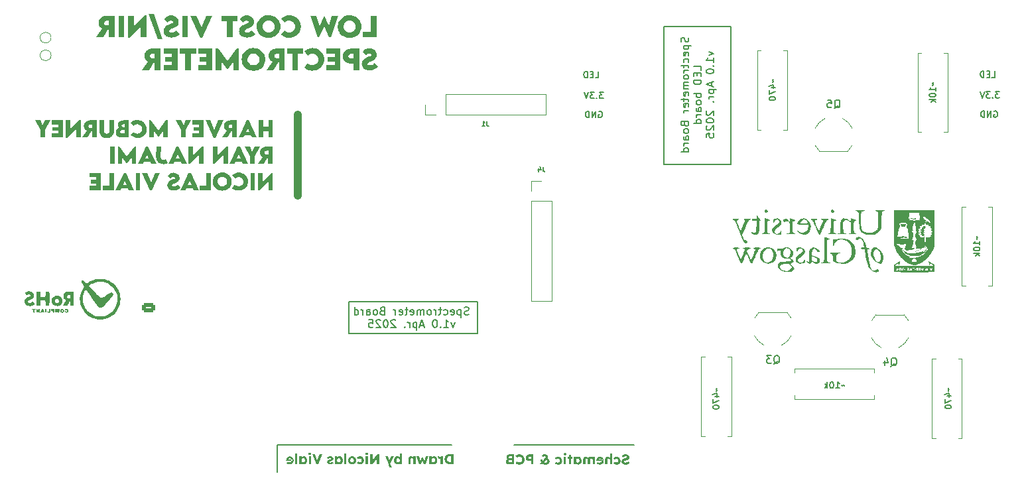
<source format=gbo>
G04 #@! TF.GenerationSoftware,KiCad,Pcbnew,9.0.0*
G04 #@! TF.CreationDate,2025-04-29T13:35:45+03:00*
G04 #@! TF.ProjectId,Embedded-Board,456d6265-6464-4656-942d-426f6172642e,rev?*
G04 #@! TF.SameCoordinates,Original*
G04 #@! TF.FileFunction,Legend,Bot*
G04 #@! TF.FilePolarity,Positive*
%FSLAX46Y46*%
G04 Gerber Fmt 4.6, Leading zero omitted, Abs format (unit mm)*
G04 Created by KiCad (PCBNEW 9.0.0) date 2025-04-29 13:35:45*
%MOMM*%
%LPD*%
G01*
G04 APERTURE LIST*
G04 Aperture macros list*
%AMRoundRect*
0 Rectangle with rounded corners*
0 $1 Rounding radius*
0 $2 $3 $4 $5 $6 $7 $8 $9 X,Y pos of 4 corners*
0 Add a 4 corners polygon primitive as box body*
4,1,4,$2,$3,$4,$5,$6,$7,$8,$9,$2,$3,0*
0 Add four circle primitives for the rounded corners*
1,1,$1+$1,$2,$3*
1,1,$1+$1,$4,$5*
1,1,$1+$1,$6,$7*
1,1,$1+$1,$8,$9*
0 Add four rect primitives between the rounded corners*
20,1,$1+$1,$2,$3,$4,$5,0*
20,1,$1+$1,$4,$5,$6,$7,0*
20,1,$1+$1,$6,$7,$8,$9,0*
20,1,$1+$1,$8,$9,$2,$3,0*%
G04 Aperture macros list end*
%ADD10C,1.000000*%
%ADD11C,0.150000*%
%ADD12C,0.200000*%
%ADD13C,0.625000*%
%ADD14C,0.500000*%
%ADD15C,0.120000*%
%ADD16C,0.000000*%
%ADD17R,1.700000X1.700000*%
%ADD18O,1.700000X1.700000*%
%ADD19C,5.500000*%
%ADD20C,2.000000*%
%ADD21RoundRect,0.250000X0.625000X-0.350000X0.625000X0.350000X-0.625000X0.350000X-0.625000X-0.350000X0*%
%ADD22O,1.750000X1.200000*%
%ADD23R,2.000000X2.000000*%
%ADD24R,3.200000X2.000000*%
%ADD25C,1.000000*%
%ADD26C,0.600000*%
%ADD27O,2.000000X0.900000*%
%ADD28O,1.700000X0.900000*%
%ADD29C,2.400000*%
%ADD30O,2.400000X2.400000*%
%ADD31R,1.500000X1.500000*%
%ADD32C,1.500000*%
%ADD33C,3.200000*%
G04 APERTURE END LIST*
D10*
X111700000Y-68511608D02*
X111700000Y-78888392D01*
D11*
X154650000Y-110700000D02*
X139300000Y-110700000D01*
X109100000Y-110700000D02*
X109100000Y-114150000D01*
X158450000Y-57250000D02*
X167000000Y-57250000D01*
X167000000Y-74850000D01*
X158450000Y-74850000D01*
X158450000Y-57250000D01*
X131400000Y-110700000D02*
X109100000Y-110700000D01*
X118250000Y-92400000D02*
X134700000Y-92400000D01*
X134700000Y-96500000D01*
X118250000Y-96500000D01*
X118250000Y-92400000D01*
D12*
G36*
X131640427Y-113139500D02*
G01*
X131107159Y-113139500D01*
X131014661Y-113134145D01*
X130929465Y-113118546D01*
X130850607Y-113093142D01*
X130775824Y-113057582D01*
X130709027Y-113013962D01*
X130649460Y-112962088D01*
X130597708Y-112902413D01*
X130554405Y-112835340D01*
X130519358Y-112760068D01*
X130494376Y-112680626D01*
X130479050Y-112595069D01*
X130473795Y-112502484D01*
X130786865Y-112502484D01*
X130792982Y-112582040D01*
X130810520Y-112651795D01*
X130839417Y-112714897D01*
X130876960Y-112766419D01*
X130923892Y-112808380D01*
X130979835Y-112840162D01*
X131042649Y-112859672D01*
X131116288Y-112866515D01*
X131331087Y-112866515D01*
X131331087Y-112138531D01*
X131116288Y-112138531D01*
X131042653Y-112145394D01*
X130979835Y-112164964D01*
X130923895Y-112196684D01*
X130876960Y-112238628D01*
X130839417Y-112290150D01*
X130810520Y-112353251D01*
X130792984Y-112422937D01*
X130786865Y-112502484D01*
X130473795Y-112502484D01*
X130479061Y-112409954D01*
X130494398Y-112324754D01*
X130519358Y-112245931D01*
X130554335Y-112171140D01*
X130597628Y-112104044D01*
X130649460Y-112043912D01*
X130709088Y-111991464D01*
X130775885Y-111947537D01*
X130850607Y-111911904D01*
X130929468Y-111886456D01*
X131014664Y-111870831D01*
X131107159Y-111865468D01*
X131640427Y-111865468D01*
X131640427Y-113139500D01*
G37*
G36*
X130266695Y-113139500D02*
G01*
X130266695Y-112173061D01*
X129990060Y-112173061D01*
X129977359Y-112487957D01*
X130031892Y-112427867D01*
X130002924Y-112353525D01*
X129960054Y-112287764D01*
X129905374Y-112231999D01*
X129842653Y-112189493D01*
X129773046Y-112162163D01*
X129698898Y-112153058D01*
X129637935Y-112158535D01*
X129586021Y-112171235D01*
X129666114Y-112493434D01*
X129688198Y-112482332D01*
X129719774Y-112472478D01*
X129789866Y-112464302D01*
X129828853Y-112467776D01*
X129864482Y-112477956D01*
X129896594Y-112494728D01*
X129922746Y-112517089D01*
X129943747Y-112544605D01*
X129960054Y-112577179D01*
X129970155Y-112613201D01*
X129973708Y-112655367D01*
X129973708Y-113139500D01*
X130266695Y-113139500D01*
G37*
G36*
X129195245Y-112160439D02*
G01*
X129269335Y-112181999D01*
X129337327Y-112217672D01*
X129397681Y-112265622D01*
X129449100Y-112324365D01*
X129492036Y-112395163D01*
X129522744Y-112472225D01*
X129541778Y-112558414D01*
X129548395Y-112655367D01*
X129541849Y-112749871D01*
X129522880Y-112835235D01*
X129492036Y-112912873D01*
X129449216Y-112984429D01*
X129398655Y-113043423D01*
X129340026Y-113091237D01*
X129273797Y-113126963D01*
X129201818Y-113148493D01*
X129122527Y-113155852D01*
X129058387Y-113150776D01*
X128998776Y-113135848D01*
X128942928Y-113112047D01*
X128893202Y-113081315D01*
X128849324Y-113043768D01*
X128831365Y-113022622D01*
X128831365Y-113139500D01*
X128536473Y-113139500D01*
X128536473Y-112655367D01*
X128822237Y-112655367D01*
X128829427Y-112730197D01*
X128849543Y-112791026D01*
X128882731Y-112842238D01*
X128925985Y-112879295D01*
X128978583Y-112902164D01*
X129042434Y-112910174D01*
X129104635Y-112902191D01*
X129156263Y-112879295D01*
X129198742Y-112842314D01*
X129231753Y-112791026D01*
X129251869Y-112730197D01*
X129259059Y-112655367D01*
X129251867Y-112580549D01*
X129231753Y-112519788D01*
X129198783Y-112468323D01*
X129156263Y-112430646D01*
X129104566Y-112406965D01*
X129042434Y-112398735D01*
X128978653Y-112406993D01*
X128925985Y-112430646D01*
X128882692Y-112468399D01*
X128849543Y-112519788D01*
X128829429Y-112580549D01*
X128822237Y-112655367D01*
X128536473Y-112655367D01*
X128536473Y-112173061D01*
X128825888Y-112173061D01*
X128825888Y-112291923D01*
X128845411Y-112266896D01*
X128885978Y-112228626D01*
X128932588Y-112197209D01*
X128986948Y-112173061D01*
X129046209Y-112158222D01*
X129113478Y-112153058D01*
X129195245Y-112160439D01*
G37*
G36*
X128080600Y-113139500D02*
G01*
X128399147Y-112173061D01*
X128091554Y-112173061D01*
X127913189Y-112800948D01*
X127951450Y-112793725D01*
X127751177Y-112305941D01*
X127580115Y-112305941D01*
X127369047Y-112795551D01*
X127410880Y-112799123D01*
X127232515Y-112173061D01*
X126924922Y-112173061D01*
X127254344Y-113139500D01*
X127469144Y-113139500D01*
X127678387Y-112620838D01*
X127656557Y-112624410D01*
X127865880Y-113139500D01*
X128080600Y-113139500D01*
G37*
G36*
X126774022Y-113139500D02*
G01*
X126774022Y-112173061D01*
X126497387Y-112173061D01*
X126488258Y-112369603D01*
X126546522Y-112391512D01*
X126518935Y-112329543D01*
X126474685Y-112272285D01*
X126418050Y-112224150D01*
X126349980Y-112185841D01*
X126275394Y-112161260D01*
X126197096Y-112153058D01*
X126125436Y-112158433D01*
X126064790Y-112173602D01*
X126013255Y-112197669D01*
X125968122Y-112231693D01*
X125930656Y-112275503D01*
X125900457Y-112330549D01*
X125880002Y-112390603D01*
X125866882Y-112461811D01*
X125862197Y-112546142D01*
X125862197Y-113139500D01*
X126155264Y-113139500D01*
X126155264Y-112569876D01*
X126159722Y-112514508D01*
X126171616Y-112473431D01*
X126192536Y-112439699D01*
X126221704Y-112416040D01*
X126257972Y-112402417D01*
X126304496Y-112398735D01*
X126341723Y-112401759D01*
X126375461Y-112410563D01*
X126406167Y-112425254D01*
X126431899Y-112445172D01*
X126453100Y-112469606D01*
X126469207Y-112497086D01*
X126479384Y-112527234D01*
X126482861Y-112560748D01*
X126482861Y-113139500D01*
X126626616Y-113139500D01*
X126714012Y-113139500D01*
X126774022Y-113139500D01*
G37*
G36*
X125037847Y-113137674D02*
G01*
X124766688Y-113137674D01*
X124759030Y-113033344D01*
X124735778Y-113058295D01*
X124691199Y-113092190D01*
X124640580Y-113119680D01*
X124582847Y-113141325D01*
X124521727Y-113154912D01*
X124457269Y-113159503D01*
X124377962Y-113152160D01*
X124305679Y-113130643D01*
X124238898Y-113094889D01*
X124179799Y-113046984D01*
X124129282Y-112987985D01*
X124086966Y-112916524D01*
X124056676Y-112838892D01*
X124037915Y-112752363D01*
X124031401Y-112655367D01*
X124317165Y-112655367D01*
X124324137Y-112730250D01*
X124343598Y-112791026D01*
X124375956Y-112842572D01*
X124419088Y-112881121D01*
X124471567Y-112905435D01*
X124533711Y-112913825D01*
X124597451Y-112905380D01*
X124650239Y-112881121D01*
X124693576Y-112842607D01*
X124726681Y-112791026D01*
X124746738Y-112730201D01*
X124753908Y-112655367D01*
X124746802Y-112582027D01*
X124726681Y-112520741D01*
X124693428Y-112468734D01*
X124650239Y-112431519D01*
X124597568Y-112408587D01*
X124533711Y-112400561D01*
X124471452Y-112408535D01*
X124419088Y-112431519D01*
X124376103Y-112468768D01*
X124343598Y-112520741D01*
X124324074Y-112581981D01*
X124317165Y-112655367D01*
X124031401Y-112655367D01*
X124037984Y-112559642D01*
X124057005Y-112473697D01*
X124087840Y-112396036D01*
X124130726Y-112324618D01*
X124181845Y-112265609D01*
X124241597Y-112217672D01*
X124309035Y-112182028D01*
X124382821Y-112160454D01*
X124464572Y-112153058D01*
X124523771Y-112157635D01*
X124581021Y-112171315D01*
X124635421Y-112193023D01*
X124684769Y-112221323D01*
X124728494Y-112255906D01*
X124744859Y-112274007D01*
X124744859Y-111792677D01*
X125037847Y-111792677D01*
X125037847Y-113137674D01*
G37*
G36*
X123755083Y-113558065D02*
G01*
X123534886Y-113039403D01*
X123531235Y-113188635D01*
X123997109Y-112173061D01*
X123667687Y-112173061D01*
X123463842Y-112659019D01*
X123432963Y-112737286D01*
X123411134Y-112817380D01*
X123451141Y-112841035D01*
X123426534Y-112772769D01*
X123396529Y-112684500D01*
X123218164Y-112173061D01*
X122886916Y-112173061D01*
X123298257Y-113139500D01*
X123465668Y-113558065D01*
X123755083Y-113558065D01*
G37*
G36*
X122136547Y-113139500D02*
G01*
X122136547Y-111865468D01*
X121859911Y-111865468D01*
X121192017Y-112775468D01*
X121252027Y-112766419D01*
X121266633Y-112651716D01*
X121276635Y-112544396D01*
X121283938Y-112436996D01*
X121287589Y-112318721D01*
X121288462Y-112180364D01*
X121288462Y-111865468D01*
X120988172Y-111865468D01*
X120988172Y-113139500D01*
X121268459Y-113139500D01*
X121965485Y-112200367D01*
X121872691Y-112213147D01*
X121857212Y-112361427D01*
X121846338Y-112469780D01*
X121839908Y-112555350D01*
X121837209Y-112630839D01*
X121836256Y-112713632D01*
X121836256Y-113139500D01*
X122136547Y-113139500D01*
G37*
G36*
X120682960Y-113139500D02*
G01*
X120682960Y-112173061D01*
X120391719Y-112173061D01*
X120391719Y-113139500D01*
X120682960Y-113139500D01*
G37*
G36*
X120537379Y-111981996D02*
G01*
X120590627Y-111977143D01*
X120632579Y-111963777D01*
X120665655Y-111942862D01*
X120690942Y-111913858D01*
X120706521Y-111877323D01*
X120712092Y-111830938D01*
X120706695Y-111789354D01*
X120691070Y-111754071D01*
X120664782Y-111723538D01*
X120630944Y-111700966D01*
X120589190Y-111686787D01*
X120537379Y-111681706D01*
X120484086Y-111686582D01*
X120442466Y-111699965D01*
X120409976Y-111720839D01*
X120385114Y-111749732D01*
X120369849Y-111785709D01*
X120364412Y-111830938D01*
X120369773Y-111873747D01*
X120385178Y-111909606D01*
X120410849Y-111940163D01*
X120444102Y-111962696D01*
X120485529Y-111976891D01*
X120537379Y-111981996D01*
G37*
G36*
X119694851Y-113157677D02*
G01*
X119786442Y-113150162D01*
X119869640Y-113128247D01*
X119946006Y-113092190D01*
X120014887Y-113043119D01*
X120073180Y-112983664D01*
X120121672Y-112912873D01*
X120157146Y-112834791D01*
X120178775Y-112749476D01*
X120186207Y-112655367D01*
X120178775Y-112561259D01*
X120157146Y-112475944D01*
X120121672Y-112397862D01*
X120073177Y-112327076D01*
X120014884Y-112267648D01*
X119946006Y-112218625D01*
X119869635Y-112182522D01*
X119786438Y-112160582D01*
X119694851Y-112153058D01*
X119609637Y-112158285D01*
X119530770Y-112173560D01*
X119457349Y-112198542D01*
X119388695Y-112233793D01*
X119331834Y-112276220D01*
X119285335Y-112325945D01*
X119443696Y-112515264D01*
X119503786Y-112460651D01*
X119540009Y-112437989D01*
X119580228Y-112420644D01*
X119622836Y-112409713D01*
X119667545Y-112406038D01*
X119733466Y-112414225D01*
X119789471Y-112437869D01*
X119836192Y-112475689D01*
X119871390Y-112526139D01*
X119892990Y-112585572D01*
X119900522Y-112655367D01*
X119892875Y-112721938D01*
X119870517Y-112780945D01*
X119834609Y-112831628D01*
X119787645Y-112870167D01*
X119731828Y-112894530D01*
X119667545Y-112902871D01*
X119621380Y-112899821D01*
X119580228Y-112891043D01*
X119541679Y-112876225D01*
X119506485Y-112855561D01*
X119474320Y-112829521D01*
X119443696Y-112797376D01*
X119287161Y-112988441D01*
X119332384Y-113035755D01*
X119389127Y-113077019D01*
X119459175Y-113112193D01*
X119533743Y-113137317D01*
X119612056Y-113152523D01*
X119694851Y-113157677D01*
G37*
G36*
X118770952Y-112160661D02*
G01*
X118859870Y-112182691D01*
X118940434Y-112218625D01*
X119013613Y-112267847D01*
X119075169Y-112327047D01*
X119126101Y-112396989D01*
X119163565Y-112474697D01*
X119186418Y-112560238D01*
X119194288Y-112655367D01*
X119186420Y-112750498D01*
X119163567Y-112836067D01*
X119126101Y-112913825D01*
X119075177Y-112983723D01*
X119013621Y-113042925D01*
X118940434Y-113092190D01*
X118859874Y-113128078D01*
X118770956Y-113150082D01*
X118671974Y-113157677D01*
X118572992Y-113150082D01*
X118484074Y-113128078D01*
X118403515Y-113092190D01*
X118330389Y-113042888D01*
X118269164Y-112983687D01*
X118218800Y-112913825D01*
X118181832Y-112836118D01*
X118159261Y-112750543D01*
X118151487Y-112655367D01*
X118448126Y-112655367D01*
X118454274Y-112725168D01*
X118475432Y-112784596D01*
X118510254Y-112835379D01*
X118555525Y-112873818D01*
X118609551Y-112898186D01*
X118671974Y-112906522D01*
X118734600Y-112898209D01*
X118789376Y-112873818D01*
X118835360Y-112835313D01*
X118870342Y-112784596D01*
X118891500Y-112725168D01*
X118897649Y-112655367D01*
X118891522Y-112585442D01*
X118870342Y-112525265D01*
X118835299Y-112473824D01*
X118789376Y-112435170D01*
X118734595Y-112410719D01*
X118671974Y-112402387D01*
X118609556Y-112410742D01*
X118555525Y-112435170D01*
X118510315Y-112473757D01*
X118475432Y-112525265D01*
X118454252Y-112585442D01*
X118448126Y-112655367D01*
X118151487Y-112655367D01*
X118159263Y-112560193D01*
X118181835Y-112474646D01*
X118218800Y-112396989D01*
X118269172Y-112327083D01*
X118330397Y-112267884D01*
X118403515Y-112218625D01*
X118484079Y-112182691D01*
X118572996Y-112160661D01*
X118671974Y-112153058D01*
X118770952Y-112160661D01*
G37*
G36*
X117959231Y-113139500D02*
G01*
X117959231Y-111792677D01*
X117668069Y-111792677D01*
X117668069Y-113139500D01*
X117959231Y-113139500D01*
G37*
G36*
X117142349Y-112160439D02*
G01*
X117216439Y-112181999D01*
X117284431Y-112217672D01*
X117344785Y-112265622D01*
X117396204Y-112324365D01*
X117439140Y-112395163D01*
X117469848Y-112472225D01*
X117488882Y-112558414D01*
X117495499Y-112655367D01*
X117488953Y-112749871D01*
X117469984Y-112835235D01*
X117439140Y-112912873D01*
X117396320Y-112984429D01*
X117345759Y-113043423D01*
X117287130Y-113091237D01*
X117220901Y-113126963D01*
X117148922Y-113148493D01*
X117069631Y-113155852D01*
X117005491Y-113150776D01*
X116945880Y-113135848D01*
X116890032Y-113112047D01*
X116840306Y-113081315D01*
X116796428Y-113043768D01*
X116778469Y-113022622D01*
X116778469Y-113139500D01*
X116483577Y-113139500D01*
X116483577Y-112655367D01*
X116769341Y-112655367D01*
X116776531Y-112730197D01*
X116796647Y-112791026D01*
X116829835Y-112842238D01*
X116873089Y-112879295D01*
X116925687Y-112902164D01*
X116989538Y-112910174D01*
X117051739Y-112902191D01*
X117103367Y-112879295D01*
X117145846Y-112842314D01*
X117178857Y-112791026D01*
X117198973Y-112730197D01*
X117206163Y-112655367D01*
X117198970Y-112580549D01*
X117178857Y-112519788D01*
X117145887Y-112468323D01*
X117103367Y-112430646D01*
X117051670Y-112406965D01*
X116989538Y-112398735D01*
X116925757Y-112406993D01*
X116873089Y-112430646D01*
X116829796Y-112468399D01*
X116796647Y-112519788D01*
X116776533Y-112580549D01*
X116769341Y-112655367D01*
X116483577Y-112655367D01*
X116483577Y-112173061D01*
X116772992Y-112173061D01*
X116772992Y-112291923D01*
X116792515Y-112266896D01*
X116833082Y-112228626D01*
X116879692Y-112197209D01*
X116934052Y-112173061D01*
X116993312Y-112158222D01*
X117060582Y-112153058D01*
X117142349Y-112160439D01*
G37*
G36*
X115901650Y-113157677D02*
G01*
X115995425Y-113152283D01*
X116078364Y-113136848D01*
X116151932Y-113112193D01*
X116221007Y-113077320D01*
X116277800Y-113036662D01*
X116323866Y-112990267D01*
X116147328Y-112837383D01*
X116086914Y-112886582D01*
X116020004Y-112920255D01*
X115949333Y-112940305D01*
X115885298Y-112946609D01*
X115839814Y-112941132D01*
X115806078Y-112925653D01*
X115785201Y-112901998D01*
X115777898Y-112870167D01*
X115785976Y-112838043D01*
X115810682Y-112813728D01*
X115865294Y-112791899D01*
X115963565Y-112762767D01*
X116045700Y-112738079D01*
X116111845Y-112710933D01*
X116170306Y-112677445D01*
X116214720Y-112640841D01*
X116247157Y-112600332D01*
X116271159Y-112556223D01*
X116285984Y-112507750D01*
X116291162Y-112451522D01*
X116283080Y-112386911D01*
X116259331Y-112329596D01*
X116222278Y-112278961D01*
X116173761Y-112234977D01*
X116116601Y-112200013D01*
X116050009Y-112174014D01*
X115978958Y-112158321D01*
X115905301Y-112153058D01*
X115826430Y-112157694D01*
X115752417Y-112171315D01*
X115681656Y-112193321D01*
X115616838Y-112222276D01*
X115557086Y-112258439D01*
X115504914Y-112300464D01*
X115657798Y-112471526D01*
X115692300Y-112442435D01*
X115731461Y-112416119D01*
X115773299Y-112393947D01*
X115816159Y-112376986D01*
X115859207Y-112365812D01*
X115896173Y-112362380D01*
X115944435Y-112366904D01*
X115979917Y-112381510D01*
X116001747Y-112405165D01*
X116009049Y-112436996D01*
X115999048Y-112471605D01*
X115970789Y-112498832D01*
X115912604Y-112523440D01*
X115803379Y-112557096D01*
X115721199Y-112583035D01*
X115655972Y-112609883D01*
X115598974Y-112642777D01*
X115557701Y-112679022D01*
X115532279Y-112712384D01*
X115514042Y-112750940D01*
X115503164Y-112793033D01*
X115499437Y-112839209D01*
X115505334Y-112899387D01*
X115522601Y-112953864D01*
X115551351Y-113003920D01*
X115589523Y-113047720D01*
X115636740Y-113085291D01*
X115694233Y-113116797D01*
X115756117Y-113139069D01*
X115824880Y-113152883D01*
X115901650Y-113157677D01*
G37*
G36*
X114357571Y-113139500D02*
G01*
X114867184Y-111865468D01*
X114545064Y-111865468D01*
X114299386Y-112515264D01*
X114262078Y-112613535D01*
X114234772Y-112691802D01*
X114212943Y-112765466D01*
X114190161Y-112850084D01*
X114246599Y-112850084D01*
X114217467Y-112740065D01*
X114184763Y-112639968D01*
X114139200Y-112515264D01*
X113902571Y-111865468D01*
X113585928Y-111865468D01*
X114099193Y-113139500D01*
X114357571Y-113139500D01*
G37*
G36*
X113433441Y-113139500D02*
G01*
X113433441Y-112173061D01*
X113142200Y-112173061D01*
X113142200Y-113139500D01*
X113433441Y-113139500D01*
G37*
G36*
X113287861Y-111981996D02*
G01*
X113341108Y-111977143D01*
X113383060Y-111963777D01*
X113416137Y-111942862D01*
X113441424Y-111913858D01*
X113457003Y-111877323D01*
X113462574Y-111830938D01*
X113457177Y-111789354D01*
X113441552Y-111754071D01*
X113415264Y-111723538D01*
X113381426Y-111700966D01*
X113339671Y-111686787D01*
X113287861Y-111681706D01*
X113234567Y-111686582D01*
X113192947Y-111699965D01*
X113160457Y-111720839D01*
X113135596Y-111749732D01*
X113120331Y-111785709D01*
X113114894Y-111830938D01*
X113120255Y-111873747D01*
X113135659Y-111909606D01*
X113161331Y-111940163D01*
X113194583Y-111962696D01*
X113236010Y-111976891D01*
X113287861Y-111981996D01*
G37*
G36*
X112585363Y-112160439D02*
G01*
X112659454Y-112181999D01*
X112727445Y-112217672D01*
X112787800Y-112265622D01*
X112839218Y-112324365D01*
X112882155Y-112395163D01*
X112912862Y-112472225D01*
X112931897Y-112558414D01*
X112938514Y-112655367D01*
X112931967Y-112749871D01*
X112912998Y-112835235D01*
X112882155Y-112912873D01*
X112839334Y-112984429D01*
X112788773Y-113043423D01*
X112730144Y-113091237D01*
X112663916Y-113126963D01*
X112591936Y-113148493D01*
X112512646Y-113155852D01*
X112448506Y-113150776D01*
X112388894Y-113135848D01*
X112333047Y-113112047D01*
X112283320Y-113081315D01*
X112239443Y-113043768D01*
X112221484Y-113022623D01*
X112221484Y-113139500D01*
X111926591Y-113139500D01*
X111926591Y-112655367D01*
X112212355Y-112655367D01*
X112219546Y-112730197D01*
X112239662Y-112791026D01*
X112272850Y-112842238D01*
X112316104Y-112879295D01*
X112368702Y-112902164D01*
X112432553Y-112910174D01*
X112494754Y-112902191D01*
X112546382Y-112879295D01*
X112588861Y-112842314D01*
X112621871Y-112791026D01*
X112641987Y-112730197D01*
X112649178Y-112655367D01*
X112641985Y-112580549D01*
X112621871Y-112519788D01*
X112588901Y-112468323D01*
X112546382Y-112430646D01*
X112494685Y-112406965D01*
X112432553Y-112398735D01*
X112368771Y-112406993D01*
X112316104Y-112430646D01*
X112272810Y-112468399D01*
X112239662Y-112519788D01*
X112219548Y-112580549D01*
X112212355Y-112655367D01*
X111926591Y-112655367D01*
X111926591Y-112173061D01*
X112216007Y-112173061D01*
X112216007Y-112291922D01*
X112235529Y-112266896D01*
X112276097Y-112228626D01*
X112322707Y-112197209D01*
X112377067Y-112173061D01*
X112436327Y-112158222D01*
X112503597Y-112153058D01*
X112585363Y-112160439D01*
G37*
G36*
X111668610Y-113139500D02*
G01*
X111668610Y-111792677D01*
X111377448Y-111792677D01*
X111377448Y-113139500D01*
X111668610Y-113139500D01*
G37*
G36*
X110675262Y-113157677D02*
G01*
X110780431Y-113150045D01*
X110872578Y-113128196D01*
X110953803Y-113093063D01*
X111027390Y-113044247D01*
X111088246Y-112985647D01*
X111137565Y-112916524D01*
X111173524Y-112839553D01*
X111195488Y-112754883D01*
X111203052Y-112660845D01*
X111193720Y-112553004D01*
X111166697Y-112457000D01*
X111122674Y-112369825D01*
X111064774Y-112295940D01*
X110993422Y-112235608D01*
X110909192Y-112190366D01*
X110815939Y-112162607D01*
X110711697Y-112153058D01*
X110612944Y-112162394D01*
X110525156Y-112189493D01*
X110446042Y-112233285D01*
X110378702Y-112291415D01*
X110324377Y-112362335D01*
X110284003Y-112446125D01*
X110260520Y-112538104D01*
X110254871Y-112640841D01*
X110256697Y-112719109D01*
X111026514Y-112719109D01*
X111068426Y-112555271D01*
X110493325Y-112555271D01*
X110524204Y-112589880D01*
X110524204Y-112553445D01*
X110533191Y-112510186D01*
X110552463Y-112472478D01*
X110580730Y-112440995D01*
X110617077Y-112416993D01*
X110659092Y-112402093D01*
X110708045Y-112396910D01*
X110775397Y-112404355D01*
X110829098Y-112425169D01*
X110872808Y-112459557D01*
X110904588Y-112507088D01*
X110923238Y-112564568D01*
X110930068Y-112639015D01*
X110921307Y-112715289D01*
X110896412Y-112778246D01*
X110855399Y-112830435D01*
X110798141Y-112870167D01*
X110729407Y-112894260D01*
X110644384Y-112902871D01*
X110584625Y-112898113D01*
X110534285Y-112884693D01*
X110486218Y-112861458D01*
X110429584Y-112822857D01*
X110293052Y-113015748D01*
X110351712Y-113060602D01*
X110413232Y-113095841D01*
X110477880Y-113123013D01*
X110543334Y-113142198D01*
X110609860Y-113153845D01*
X110675262Y-113157677D01*
G37*
D11*
X198507533Y-84054762D02*
X198469438Y-84092857D01*
X198469438Y-84092857D02*
X198431342Y-84169048D01*
X198431342Y-84169048D02*
X198507533Y-84321429D01*
X198507533Y-84321429D02*
X198469438Y-84397619D01*
X198469438Y-84397619D02*
X198431342Y-84435714D01*
X198812295Y-85159524D02*
X198812295Y-84702381D01*
X198812295Y-84930953D02*
X198012295Y-84930953D01*
X198012295Y-84930953D02*
X198126580Y-84854762D01*
X198126580Y-84854762D02*
X198202771Y-84778572D01*
X198202771Y-84778572D02*
X198240866Y-84702381D01*
X198012295Y-85654763D02*
X198012295Y-85730953D01*
X198012295Y-85730953D02*
X198050390Y-85807144D01*
X198050390Y-85807144D02*
X198088485Y-85845239D01*
X198088485Y-85845239D02*
X198164676Y-85883334D01*
X198164676Y-85883334D02*
X198317057Y-85921429D01*
X198317057Y-85921429D02*
X198507533Y-85921429D01*
X198507533Y-85921429D02*
X198659914Y-85883334D01*
X198659914Y-85883334D02*
X198736104Y-85845239D01*
X198736104Y-85845239D02*
X198774200Y-85807144D01*
X198774200Y-85807144D02*
X198812295Y-85730953D01*
X198812295Y-85730953D02*
X198812295Y-85654763D01*
X198812295Y-85654763D02*
X198774200Y-85578572D01*
X198774200Y-85578572D02*
X198736104Y-85540477D01*
X198736104Y-85540477D02*
X198659914Y-85502382D01*
X198659914Y-85502382D02*
X198507533Y-85464286D01*
X198507533Y-85464286D02*
X198317057Y-85464286D01*
X198317057Y-85464286D02*
X198164676Y-85502382D01*
X198164676Y-85502382D02*
X198088485Y-85540477D01*
X198088485Y-85540477D02*
X198050390Y-85578572D01*
X198050390Y-85578572D02*
X198012295Y-85654763D01*
X198812295Y-86264287D02*
X198012295Y-86264287D01*
X198507533Y-86340477D02*
X198812295Y-86569049D01*
X198278961Y-86569049D02*
X198583723Y-86264287D01*
X194857533Y-103447617D02*
X194819438Y-103485712D01*
X194819438Y-103485712D02*
X194781342Y-103561903D01*
X194781342Y-103561903D02*
X194857533Y-103714284D01*
X194857533Y-103714284D02*
X194819438Y-103790474D01*
X194819438Y-103790474D02*
X194781342Y-103828569D01*
X194628961Y-104476189D02*
X195162295Y-104476189D01*
X194324200Y-104285713D02*
X194895628Y-104095236D01*
X194895628Y-104095236D02*
X194895628Y-104590475D01*
X194362295Y-104819046D02*
X194362295Y-105352380D01*
X194362295Y-105352380D02*
X195162295Y-105009522D01*
X194362295Y-105809523D02*
X194362295Y-105885713D01*
X194362295Y-105885713D02*
X194400390Y-105961904D01*
X194400390Y-105961904D02*
X194438485Y-105999999D01*
X194438485Y-105999999D02*
X194514676Y-106038094D01*
X194514676Y-106038094D02*
X194667057Y-106076189D01*
X194667057Y-106076189D02*
X194857533Y-106076189D01*
X194857533Y-106076189D02*
X195009914Y-106038094D01*
X195009914Y-106038094D02*
X195086104Y-105999999D01*
X195086104Y-105999999D02*
X195124200Y-105961904D01*
X195124200Y-105961904D02*
X195162295Y-105885713D01*
X195162295Y-105885713D02*
X195162295Y-105809523D01*
X195162295Y-105809523D02*
X195124200Y-105733332D01*
X195124200Y-105733332D02*
X195086104Y-105695237D01*
X195086104Y-105695237D02*
X195009914Y-105657142D01*
X195009914Y-105657142D02*
X194857533Y-105619046D01*
X194857533Y-105619046D02*
X194667057Y-105619046D01*
X194667057Y-105619046D02*
X194514676Y-105657142D01*
X194514676Y-105657142D02*
X194438485Y-105695237D01*
X194438485Y-105695237D02*
X194400390Y-105733332D01*
X194400390Y-105733332D02*
X194362295Y-105809523D01*
X172407533Y-64047618D02*
X172369438Y-64085713D01*
X172369438Y-64085713D02*
X172331342Y-64161904D01*
X172331342Y-64161904D02*
X172407533Y-64314285D01*
X172407533Y-64314285D02*
X172369438Y-64390475D01*
X172369438Y-64390475D02*
X172331342Y-64428570D01*
X172178961Y-65076190D02*
X172712295Y-65076190D01*
X171874200Y-64885714D02*
X172445628Y-64695237D01*
X172445628Y-64695237D02*
X172445628Y-65190476D01*
X171912295Y-65419047D02*
X171912295Y-65952381D01*
X171912295Y-65952381D02*
X172712295Y-65609523D01*
X171912295Y-66409524D02*
X171912295Y-66485714D01*
X171912295Y-66485714D02*
X171950390Y-66561905D01*
X171950390Y-66561905D02*
X171988485Y-66600000D01*
X171988485Y-66600000D02*
X172064676Y-66638095D01*
X172064676Y-66638095D02*
X172217057Y-66676190D01*
X172217057Y-66676190D02*
X172407533Y-66676190D01*
X172407533Y-66676190D02*
X172559914Y-66638095D01*
X172559914Y-66638095D02*
X172636104Y-66600000D01*
X172636104Y-66600000D02*
X172674200Y-66561905D01*
X172674200Y-66561905D02*
X172712295Y-66485714D01*
X172712295Y-66485714D02*
X172712295Y-66409524D01*
X172712295Y-66409524D02*
X172674200Y-66333333D01*
X172674200Y-66333333D02*
X172636104Y-66295238D01*
X172636104Y-66295238D02*
X172559914Y-66257143D01*
X172559914Y-66257143D02*
X172407533Y-66219047D01*
X172407533Y-66219047D02*
X172217057Y-66219047D01*
X172217057Y-66219047D02*
X172064676Y-66257143D01*
X172064676Y-66257143D02*
X171988485Y-66295238D01*
X171988485Y-66295238D02*
X171950390Y-66333333D01*
X171950390Y-66333333D02*
X171912295Y-66409524D01*
D13*
G36*
X121079439Y-57963066D02*
G01*
X121079439Y-55894940D01*
X121810794Y-55894940D01*
X121810794Y-58650000D01*
X120024921Y-58650000D01*
X120024921Y-57963066D01*
X121079439Y-57963066D01*
G37*
G36*
X118618954Y-55835871D02*
G01*
X118861055Y-55892101D01*
X119086401Y-55983644D01*
X119191611Y-56042015D01*
X119290844Y-56108147D01*
X119383903Y-56181843D01*
X119470173Y-56262601D01*
X119549086Y-56349842D01*
X119620458Y-56443383D01*
X119683507Y-56542183D01*
X119738347Y-56646481D01*
X119784181Y-56754815D01*
X119821219Y-56867842D01*
X119848820Y-56983818D01*
X119867108Y-57103705D01*
X119876391Y-57272775D01*
X119857301Y-57512387D01*
X119801005Y-57740088D01*
X119708987Y-57952920D01*
X119582982Y-58147394D01*
X119425257Y-58319601D01*
X119238777Y-58465474D01*
X119135903Y-58527293D01*
X119027206Y-58581138D01*
X118913449Y-58626509D01*
X118794685Y-58663223D01*
X118672176Y-58690754D01*
X118545495Y-58709030D01*
X118365596Y-58718387D01*
X118109399Y-58699302D01*
X117866318Y-58643099D01*
X117640221Y-58551642D01*
X117534742Y-58493359D01*
X117435295Y-58427341D01*
X117342111Y-58353818D01*
X117255768Y-58273270D01*
X117176872Y-58186320D01*
X117105560Y-58093118D01*
X117042647Y-57994755D01*
X116987981Y-57890947D01*
X116942375Y-57783208D01*
X116905591Y-57670835D01*
X116878277Y-57555610D01*
X116860292Y-57436537D01*
X116851443Y-57272775D01*
X116851842Y-57267738D01*
X117591499Y-57267738D01*
X117610408Y-57439091D01*
X117665839Y-57597869D01*
X117755515Y-57739175D01*
X117876133Y-57857288D01*
X117946586Y-57905791D01*
X118022977Y-57946422D01*
X118104218Y-57978461D01*
X118190250Y-58001670D01*
X118363917Y-58019548D01*
X118542334Y-58000653D01*
X118707061Y-57945402D01*
X118852725Y-57856491D01*
X118916592Y-57800544D01*
X118973421Y-57737809D01*
X119022541Y-57669027D01*
X119063583Y-57594564D01*
X119095686Y-57515887D01*
X119118843Y-57432694D01*
X119136335Y-57267738D01*
X119117426Y-57095631D01*
X119061997Y-56936136D01*
X118972356Y-56794209D01*
X118851856Y-56675603D01*
X118781521Y-56626908D01*
X118705261Y-56586097D01*
X118624207Y-56553908D01*
X118538377Y-56530554D01*
X118363917Y-56512417D01*
X118185938Y-56531312D01*
X118021536Y-56586579D01*
X117876026Y-56675566D01*
X117755288Y-56794445D01*
X117706073Y-56863400D01*
X117664915Y-56938058D01*
X117632659Y-57016994D01*
X117609336Y-57100468D01*
X117591499Y-57267738D01*
X116851842Y-57267738D01*
X116870531Y-57031508D01*
X116926809Y-56802318D01*
X117018765Y-56588167D01*
X117144629Y-56392538D01*
X117302106Y-56219322D01*
X117488205Y-56072557D01*
X117590832Y-56010327D01*
X117699254Y-55956082D01*
X117812695Y-55910327D01*
X117931113Y-55873233D01*
X118053239Y-55845327D01*
X118179509Y-55826674D01*
X118363917Y-55816782D01*
X118618954Y-55835871D01*
G37*
G36*
X115961483Y-58669539D02*
G01*
X115761509Y-58669539D01*
X115122356Y-57306206D01*
X114478166Y-58669539D01*
X114276513Y-58669539D01*
X113356939Y-55894940D01*
X114148285Y-55894940D01*
X114527625Y-57154012D01*
X115091673Y-55900130D01*
X115146323Y-55900130D01*
X115710218Y-57157370D01*
X116091390Y-55894940D01*
X116882584Y-55894940D01*
X115961483Y-58669539D01*
G37*
G36*
X110632410Y-58708618D02*
G01*
X110391521Y-58689795D01*
X110161746Y-58634271D01*
X109943492Y-58542917D01*
X109738348Y-58416310D01*
X109600178Y-58303633D01*
X110017223Y-57748133D01*
X110110190Y-57824532D01*
X110208040Y-57890583D01*
X110297400Y-57938451D01*
X110390264Y-57975924D01*
X110476826Y-57999814D01*
X110566070Y-58013473D01*
X110632410Y-58016495D01*
X110799563Y-57997556D01*
X110962569Y-57940783D01*
X111111455Y-57848212D01*
X111177008Y-57790280D01*
X111235631Y-57725191D01*
X111285323Y-57655245D01*
X111326740Y-57579456D01*
X111358051Y-57501336D01*
X111380169Y-57418669D01*
X111394600Y-57274454D01*
X111375769Y-57108549D01*
X111320330Y-56953342D01*
X111230014Y-56813335D01*
X111107759Y-56694597D01*
X111036074Y-56645290D01*
X110958704Y-56603947D01*
X110876566Y-56571190D01*
X110790146Y-56547439D01*
X110616992Y-56529056D01*
X110459139Y-56547812D01*
X110287941Y-56606690D01*
X110116397Y-56706319D01*
X110020581Y-56783679D01*
X109600178Y-56246650D01*
X109792631Y-56095506D01*
X110011813Y-55972042D01*
X110128335Y-55923015D01*
X110247178Y-55883588D01*
X110366199Y-55854372D01*
X110485477Y-55835335D01*
X110618671Y-55826552D01*
X110874272Y-55845627D01*
X111117333Y-55901853D01*
X111343897Y-55993432D01*
X111449771Y-56051838D01*
X111549622Y-56117975D01*
X111643280Y-56191659D01*
X111730080Y-56272349D01*
X111809426Y-56359432D01*
X111881148Y-56452725D01*
X111944405Y-56551090D01*
X111999367Y-56654828D01*
X112045174Y-56762320D01*
X112082110Y-56874342D01*
X112109493Y-56988964D01*
X112127510Y-57107301D01*
X112136335Y-57269264D01*
X112131522Y-57390177D01*
X112117369Y-57506994D01*
X112061684Y-57730811D01*
X111970723Y-57939494D01*
X111845735Y-58130966D01*
X111688312Y-58302135D01*
X111501032Y-58448963D01*
X111288012Y-58566842D01*
X111055113Y-58651276D01*
X110933589Y-58679747D01*
X110809584Y-58698674D01*
X110632410Y-58708618D01*
G37*
G36*
X108270384Y-55835871D02*
G01*
X108512485Y-55892101D01*
X108737831Y-55983644D01*
X108843042Y-56042015D01*
X108942274Y-56108147D01*
X109035334Y-56181843D01*
X109121604Y-56262601D01*
X109200516Y-56349842D01*
X109271888Y-56443383D01*
X109334938Y-56542183D01*
X109389778Y-56646481D01*
X109435611Y-56754815D01*
X109472650Y-56867842D01*
X109500250Y-56983818D01*
X109518538Y-57103705D01*
X109527821Y-57272775D01*
X109508731Y-57512387D01*
X109452436Y-57740088D01*
X109360417Y-57952920D01*
X109234413Y-58147394D01*
X109076687Y-58319601D01*
X108890208Y-58465474D01*
X108787334Y-58527293D01*
X108678637Y-58581138D01*
X108564879Y-58626509D01*
X108446116Y-58663223D01*
X108323607Y-58690754D01*
X108196926Y-58709030D01*
X108017027Y-58718387D01*
X107760830Y-58699302D01*
X107517748Y-58643099D01*
X107291651Y-58551642D01*
X107186173Y-58493359D01*
X107086726Y-58427341D01*
X106993542Y-58353818D01*
X106907199Y-58273270D01*
X106828302Y-58186320D01*
X106756991Y-58093118D01*
X106694078Y-57994755D01*
X106639411Y-57890947D01*
X106593805Y-57783208D01*
X106557021Y-57670835D01*
X106529707Y-57555610D01*
X106511723Y-57436537D01*
X106502874Y-57272775D01*
X106503273Y-57267738D01*
X107242930Y-57267738D01*
X107261839Y-57439091D01*
X107317270Y-57597869D01*
X107406946Y-57739175D01*
X107527564Y-57857288D01*
X107598016Y-57905791D01*
X107674407Y-57946422D01*
X107755649Y-57978461D01*
X107841681Y-58001670D01*
X108015348Y-58019548D01*
X108193764Y-58000653D01*
X108358491Y-57945402D01*
X108504156Y-57856491D01*
X108568022Y-57800544D01*
X108624852Y-57737809D01*
X108673972Y-57669027D01*
X108715013Y-57594564D01*
X108747117Y-57515887D01*
X108770274Y-57432694D01*
X108787766Y-57267738D01*
X108768856Y-57095631D01*
X108713428Y-56936136D01*
X108623786Y-56794209D01*
X108503287Y-56675603D01*
X108432951Y-56626908D01*
X108356692Y-56586097D01*
X108275638Y-56553908D01*
X108189808Y-56530554D01*
X108015348Y-56512417D01*
X107837368Y-56531312D01*
X107672967Y-56586579D01*
X107527456Y-56675566D01*
X107406718Y-56794445D01*
X107357503Y-56863400D01*
X107316346Y-56938058D01*
X107284089Y-57016994D01*
X107260766Y-57100468D01*
X107242930Y-57267738D01*
X106503273Y-57267738D01*
X106521962Y-57031508D01*
X106578239Y-56802318D01*
X106670195Y-56588167D01*
X106796059Y-56392538D01*
X106953536Y-56219322D01*
X107139636Y-56072557D01*
X107242263Y-56010327D01*
X107350685Y-55956082D01*
X107464125Y-55910327D01*
X107582543Y-55873233D01*
X107704670Y-55845327D01*
X107830939Y-55826674D01*
X108015348Y-55816782D01*
X108270384Y-55835871D01*
G37*
G36*
X105285476Y-58689078D02*
G01*
X105056526Y-58669900D01*
X104946850Y-58646258D01*
X104841793Y-58613611D01*
X104743809Y-58572963D01*
X104652039Y-58524121D01*
X104569999Y-58469327D01*
X104495363Y-58407344D01*
X104431583Y-58341503D01*
X104375988Y-58269499D01*
X104331117Y-58195076D01*
X104294957Y-58115387D01*
X104268908Y-58033758D01*
X104252046Y-57947566D01*
X104244696Y-57838045D01*
X104249520Y-57748336D01*
X104263752Y-57663383D01*
X104318730Y-57507630D01*
X104409415Y-57365536D01*
X104539514Y-57233357D01*
X104716186Y-57109016D01*
X104960785Y-56987164D01*
X105136911Y-56916850D01*
X105268882Y-56864121D01*
X105368338Y-56814691D01*
X105431087Y-56760875D01*
X105447385Y-56729920D01*
X105452935Y-56694988D01*
X105434361Y-56629607D01*
X105378177Y-56572877D01*
X105282744Y-56533623D01*
X105194953Y-56524171D01*
X105050317Y-56544331D01*
X104972690Y-56570114D01*
X104898254Y-56606980D01*
X104842623Y-56646303D01*
X104795691Y-56693833D01*
X104769360Y-56732540D01*
X104347278Y-56325876D01*
X104419341Y-56196059D01*
X104529246Y-56078429D01*
X104676175Y-55979014D01*
X104762915Y-55938252D01*
X104856793Y-55905011D01*
X104957912Y-55879728D01*
X105065071Y-55863233D01*
X105203502Y-55855861D01*
X105415525Y-55874862D01*
X105518291Y-55898471D01*
X105616605Y-55930921D01*
X105709813Y-55971860D01*
X105796948Y-56020815D01*
X105875991Y-56076405D01*
X105947606Y-56138940D01*
X106009208Y-56205793D01*
X106062413Y-56278417D01*
X106105003Y-56353339D01*
X106138566Y-56432924D01*
X106161771Y-56513646D01*
X106175480Y-56598091D01*
X106179252Y-56672854D01*
X106174467Y-56761768D01*
X106160514Y-56844853D01*
X106106876Y-56995859D01*
X106019146Y-57131428D01*
X105894216Y-57255620D01*
X105725466Y-57371007D01*
X105531550Y-57467254D01*
X105530187Y-57467858D01*
X105330403Y-57558611D01*
X105153765Y-57652380D01*
X105082690Y-57700747D01*
X105027681Y-57750289D01*
X104992162Y-57801147D01*
X104979562Y-57853463D01*
X104997784Y-57916251D01*
X105051634Y-57967385D01*
X105148254Y-58006438D01*
X105287155Y-58022601D01*
X105457093Y-58003634D01*
X105538320Y-57980163D01*
X105614809Y-57947965D01*
X105684820Y-57907953D01*
X105748179Y-57860271D01*
X105800917Y-57808685D01*
X105846013Y-57751033D01*
X106288703Y-58185022D01*
X106209163Y-58314010D01*
X106090289Y-58433196D01*
X105931004Y-58537786D01*
X105733723Y-58620466D01*
X105506292Y-58673037D01*
X105285476Y-58689078D01*
G37*
G36*
X102023613Y-55894940D02*
G01*
X104077695Y-55894940D01*
X104077695Y-56578668D01*
X103416407Y-56578668D01*
X103416407Y-58650000D01*
X102683221Y-58650000D01*
X102683221Y-56578668D01*
X102023613Y-56578668D01*
X102023613Y-55894940D01*
G37*
G36*
X98786021Y-55894940D02*
G01*
X99423495Y-57387111D01*
X100059289Y-55894940D01*
X100850484Y-55894940D01*
X99585916Y-58679309D01*
X99254357Y-58679309D01*
X97984599Y-55894940D01*
X98786021Y-55894940D01*
G37*
G36*
X97711352Y-58650000D02*
G01*
X96979998Y-58650000D01*
X96979998Y-55894940D01*
X97711352Y-55894940D01*
X97711352Y-58650000D01*
G37*
G36*
X95642768Y-58689078D02*
G01*
X95413818Y-58669900D01*
X95304143Y-58646258D01*
X95199085Y-58613611D01*
X95101101Y-58572963D01*
X95009332Y-58524121D01*
X94927291Y-58469327D01*
X94852656Y-58407344D01*
X94788875Y-58341503D01*
X94733281Y-58269499D01*
X94688410Y-58195076D01*
X94652250Y-58115387D01*
X94626200Y-58033758D01*
X94609339Y-57947566D01*
X94601988Y-57838045D01*
X94606813Y-57748336D01*
X94621044Y-57663383D01*
X94676022Y-57507630D01*
X94766708Y-57365536D01*
X94896806Y-57233357D01*
X95073479Y-57109016D01*
X95318078Y-56987164D01*
X95494203Y-56916850D01*
X95626175Y-56864121D01*
X95725631Y-56814691D01*
X95788379Y-56760875D01*
X95804678Y-56729920D01*
X95810227Y-56694988D01*
X95791654Y-56629607D01*
X95735469Y-56572877D01*
X95640037Y-56533623D01*
X95552246Y-56524171D01*
X95407609Y-56544331D01*
X95329982Y-56570114D01*
X95255546Y-56606980D01*
X95199915Y-56646303D01*
X95152983Y-56693833D01*
X95126653Y-56732540D01*
X94704570Y-56325876D01*
X94776634Y-56196059D01*
X94886538Y-56078429D01*
X95033468Y-55979014D01*
X95120207Y-55938252D01*
X95214085Y-55905011D01*
X95315205Y-55879728D01*
X95422364Y-55863233D01*
X95560794Y-55855861D01*
X95772818Y-55874862D01*
X95875583Y-55898471D01*
X95973897Y-55930921D01*
X96067105Y-55971860D01*
X96154240Y-56020815D01*
X96233283Y-56076405D01*
X96304899Y-56138940D01*
X96366500Y-56205793D01*
X96419706Y-56278417D01*
X96462295Y-56353339D01*
X96495858Y-56432924D01*
X96519064Y-56513646D01*
X96532772Y-56598091D01*
X96536544Y-56672854D01*
X96531760Y-56761768D01*
X96517807Y-56844853D01*
X96464168Y-56995859D01*
X96376438Y-57131428D01*
X96251508Y-57255620D01*
X96082758Y-57371007D01*
X95888843Y-57467254D01*
X95887479Y-57467858D01*
X95687696Y-57558611D01*
X95511057Y-57652380D01*
X95439983Y-57700747D01*
X95384973Y-57750289D01*
X95349455Y-57801147D01*
X95336854Y-57853463D01*
X95355077Y-57916251D01*
X95408926Y-57967385D01*
X95505547Y-58006438D01*
X95644447Y-58022601D01*
X95814386Y-58003634D01*
X95895612Y-57980163D01*
X95972102Y-57947965D01*
X96042113Y-57907953D01*
X96105471Y-57860271D01*
X96158209Y-57808685D01*
X96203306Y-57751033D01*
X96645996Y-58185022D01*
X96566455Y-58314010D01*
X96447582Y-58433196D01*
X96288296Y-58537786D01*
X96091015Y-58620466D01*
X95863584Y-58673037D01*
X95642768Y-58689078D01*
G37*
G36*
X94470860Y-58855163D02*
G01*
X93835218Y-58855163D01*
X92710633Y-55690234D01*
X93349786Y-55690234D01*
X94470860Y-58855163D01*
G37*
G36*
X90788289Y-55894940D02*
G01*
X90788289Y-57235986D01*
X92199860Y-55871127D01*
X92435707Y-55871127D01*
X92435707Y-58650000D01*
X91704352Y-58650000D01*
X91704352Y-57305901D01*
X90287591Y-58679309D01*
X90055102Y-58679309D01*
X90055102Y-55894940D01*
X90788289Y-55894940D01*
G37*
G36*
X89578066Y-58650000D02*
G01*
X88846711Y-58650000D01*
X88846711Y-55894940D01*
X89578066Y-55894940D01*
X89578066Y-58650000D01*
G37*
G36*
X88365705Y-58650000D02*
G01*
X87634198Y-58650000D01*
X87634198Y-57453668D01*
X86897653Y-58650000D01*
X86041429Y-58650000D01*
X86779806Y-57544343D01*
X86631760Y-57455630D01*
X86563750Y-57397890D01*
X86501808Y-57332482D01*
X86446866Y-57260191D01*
X86399585Y-57181481D01*
X86361515Y-57098836D01*
X86332314Y-57011195D01*
X86313225Y-56922246D01*
X86303831Y-56829780D01*
X87041146Y-56829780D01*
X87045873Y-56882044D01*
X87059422Y-56929804D01*
X87111462Y-57012781D01*
X87193698Y-57073941D01*
X87298940Y-57104709D01*
X87338511Y-57106690D01*
X87637709Y-57105011D01*
X87637709Y-56553022D01*
X87338511Y-56553022D01*
X87228061Y-56571935D01*
X87177766Y-56595034D01*
X87133056Y-56626590D01*
X87096990Y-56664196D01*
X87068795Y-56708667D01*
X87050726Y-56756183D01*
X87041867Y-56809016D01*
X87041146Y-56829780D01*
X86303831Y-56829780D01*
X86303820Y-56829671D01*
X86302922Y-56790548D01*
X86321976Y-56612045D01*
X86378327Y-56443053D01*
X86470690Y-56287748D01*
X86597172Y-56151186D01*
X86672415Y-56091587D01*
X86754789Y-56038869D01*
X86843966Y-55993501D01*
X86939429Y-55956064D01*
X87040173Y-55927211D01*
X87146288Y-55907221D01*
X87323246Y-55894940D01*
X88369064Y-55894940D01*
X88365705Y-58650000D01*
G37*
G36*
X120951212Y-62889078D02*
G01*
X120722262Y-62869900D01*
X120612586Y-62846258D01*
X120507529Y-62813611D01*
X120409545Y-62772963D01*
X120317775Y-62724121D01*
X120235735Y-62669327D01*
X120161099Y-62607344D01*
X120097319Y-62541503D01*
X120041725Y-62469499D01*
X119996854Y-62395076D01*
X119960694Y-62315387D01*
X119934644Y-62233758D01*
X119917783Y-62147566D01*
X119910432Y-62038045D01*
X119915257Y-61948336D01*
X119929488Y-61863383D01*
X119984466Y-61707630D01*
X120075152Y-61565536D01*
X120205250Y-61433357D01*
X120381922Y-61309016D01*
X120626522Y-61187164D01*
X120802647Y-61116850D01*
X120934618Y-61064121D01*
X121034075Y-61014691D01*
X121096823Y-60960875D01*
X121113122Y-60929920D01*
X121118671Y-60894988D01*
X121100097Y-60829607D01*
X121043913Y-60772877D01*
X120948480Y-60733623D01*
X120860689Y-60724171D01*
X120716053Y-60744331D01*
X120638426Y-60770114D01*
X120563990Y-60806980D01*
X120508359Y-60846303D01*
X120461427Y-60893833D01*
X120435096Y-60932540D01*
X120013014Y-60525876D01*
X120085077Y-60396059D01*
X120194982Y-60278429D01*
X120341912Y-60179014D01*
X120428651Y-60138252D01*
X120522529Y-60105011D01*
X120623649Y-60079728D01*
X120730808Y-60063233D01*
X120869238Y-60055861D01*
X121081262Y-60074862D01*
X121184027Y-60098471D01*
X121282341Y-60130921D01*
X121375549Y-60171860D01*
X121462684Y-60220815D01*
X121541727Y-60276405D01*
X121613343Y-60338940D01*
X121674944Y-60405793D01*
X121728150Y-60478417D01*
X121770739Y-60553339D01*
X121804302Y-60632924D01*
X121827507Y-60713646D01*
X121841216Y-60798091D01*
X121844988Y-60872854D01*
X121840204Y-60961768D01*
X121826250Y-61044853D01*
X121772612Y-61195859D01*
X121684882Y-61331428D01*
X121559952Y-61455620D01*
X121391202Y-61571007D01*
X121197287Y-61667254D01*
X121195923Y-61667858D01*
X120996140Y-61758611D01*
X120819501Y-61852380D01*
X120748426Y-61900747D01*
X120693417Y-61950289D01*
X120657899Y-62001147D01*
X120645298Y-62053463D01*
X120663520Y-62116251D01*
X120717370Y-62167385D01*
X120813991Y-62206438D01*
X120952891Y-62222601D01*
X121122830Y-62203634D01*
X121204056Y-62180163D01*
X121280545Y-62147965D01*
X121350556Y-62107953D01*
X121413915Y-62060271D01*
X121466653Y-62008685D01*
X121511749Y-61951033D01*
X121954439Y-62385022D01*
X121874899Y-62514010D01*
X121756025Y-62633196D01*
X121596740Y-62737786D01*
X121399459Y-62820466D01*
X121172028Y-62873037D01*
X120951212Y-62889078D01*
G37*
G36*
X119575972Y-62850000D02*
G01*
X118844617Y-62850000D01*
X118844617Y-62039113D01*
X118535192Y-62039113D01*
X118331388Y-62020209D01*
X118136776Y-61964265D01*
X117956876Y-61873049D01*
X117798334Y-61749784D01*
X117729297Y-61677726D01*
X117668022Y-61599611D01*
X117615533Y-61516837D01*
X117571752Y-61429250D01*
X117537835Y-61339326D01*
X117513308Y-61245851D01*
X117494771Y-61064584D01*
X118200274Y-61064584D01*
X118218993Y-61168760D01*
X118273130Y-61258158D01*
X118312439Y-61295000D01*
X118358835Y-61325035D01*
X118411681Y-61347439D01*
X118470267Y-61361350D01*
X118535192Y-61365919D01*
X118844617Y-61364087D01*
X118844617Y-60770119D01*
X118535192Y-60770119D01*
X118471179Y-60774879D01*
X118412128Y-60788660D01*
X118358394Y-60810916D01*
X118311223Y-60840807D01*
X118271634Y-60877284D01*
X118240016Y-60919784D01*
X118217504Y-60966510D01*
X118204056Y-61017586D01*
X118200274Y-61064584D01*
X117494771Y-61064584D01*
X117494412Y-61061073D01*
X117513340Y-60876566D01*
X117569485Y-60700130D01*
X117661858Y-60535651D01*
X117788608Y-60388507D01*
X117946084Y-60265138D01*
X118034578Y-60214428D01*
X118128491Y-60171971D01*
X118226442Y-60138501D01*
X118328511Y-60114173D01*
X118430486Y-60099824D01*
X118535192Y-60094940D01*
X119575972Y-60094940D01*
X119575972Y-62850000D01*
G37*
G36*
X115398961Y-60775157D02*
G01*
X115398961Y-60094940D01*
X117184835Y-60094940D01*
X117184835Y-62850000D01*
X115398961Y-62850000D01*
X115398961Y-62164746D01*
X116462028Y-62164746D01*
X116462028Y-61769988D01*
X115587028Y-61769988D01*
X115587028Y-61159839D01*
X116462028Y-61159839D01*
X116462028Y-60775157D01*
X115398961Y-60775157D01*
G37*
G36*
X113609730Y-62908618D02*
G01*
X113368842Y-62889795D01*
X113139067Y-62834271D01*
X112920812Y-62742917D01*
X112715668Y-62616310D01*
X112577499Y-62503633D01*
X112994543Y-61948133D01*
X113087510Y-62024532D01*
X113185360Y-62090583D01*
X113274720Y-62138451D01*
X113367584Y-62175924D01*
X113454146Y-62199814D01*
X113543390Y-62213473D01*
X113609730Y-62216495D01*
X113776884Y-62197556D01*
X113939889Y-62140783D01*
X114088775Y-62048212D01*
X114154329Y-61990280D01*
X114212952Y-61925191D01*
X114262644Y-61855245D01*
X114304060Y-61779456D01*
X114335371Y-61701336D01*
X114357490Y-61618669D01*
X114371920Y-61474454D01*
X114353089Y-61308549D01*
X114297650Y-61153342D01*
X114207335Y-61013335D01*
X114085080Y-60894597D01*
X114013394Y-60845290D01*
X113936025Y-60803947D01*
X113853886Y-60771190D01*
X113767466Y-60747439D01*
X113594312Y-60729056D01*
X113436459Y-60747812D01*
X113265261Y-60806690D01*
X113093717Y-60906319D01*
X112997902Y-60983679D01*
X112577499Y-60446650D01*
X112769951Y-60295506D01*
X112989133Y-60172042D01*
X113105655Y-60123015D01*
X113224498Y-60083588D01*
X113343520Y-60054372D01*
X113462797Y-60035335D01*
X113595991Y-60026552D01*
X113851593Y-60045627D01*
X114094654Y-60101853D01*
X114321217Y-60193432D01*
X114427091Y-60251838D01*
X114526942Y-60317975D01*
X114620600Y-60391659D01*
X114707400Y-60472349D01*
X114786746Y-60559432D01*
X114858469Y-60652725D01*
X114921726Y-60751090D01*
X114976687Y-60854828D01*
X115022494Y-60962320D01*
X115059431Y-61074342D01*
X115086813Y-61188964D01*
X115104830Y-61307301D01*
X115113655Y-61469264D01*
X115108842Y-61590177D01*
X115094689Y-61706994D01*
X115039004Y-61930811D01*
X114948043Y-62139494D01*
X114823056Y-62330966D01*
X114665633Y-62502135D01*
X114478352Y-62648963D01*
X114265332Y-62766842D01*
X114032433Y-62851276D01*
X113910910Y-62879747D01*
X113786905Y-62898674D01*
X113609730Y-62908618D01*
G37*
G36*
X110381603Y-60094940D02*
G01*
X112435685Y-60094940D01*
X112435685Y-60778668D01*
X111774398Y-60778668D01*
X111774398Y-62850000D01*
X111041211Y-62850000D01*
X111041211Y-60778668D01*
X110381603Y-60778668D01*
X110381603Y-60094940D01*
G37*
G36*
X110069125Y-62850000D02*
G01*
X109337617Y-62850000D01*
X109337617Y-61653668D01*
X108601072Y-62850000D01*
X107744849Y-62850000D01*
X108483225Y-61744343D01*
X108335179Y-61655630D01*
X108267169Y-61597890D01*
X108205227Y-61532482D01*
X108150285Y-61460191D01*
X108103004Y-61381481D01*
X108064935Y-61298836D01*
X108035733Y-61211195D01*
X108016645Y-61122246D01*
X108007250Y-61029780D01*
X108744565Y-61029780D01*
X108749292Y-61082044D01*
X108762841Y-61129804D01*
X108814881Y-61212781D01*
X108897118Y-61273941D01*
X109002360Y-61304709D01*
X109041931Y-61306690D01*
X109341128Y-61305011D01*
X109341128Y-60753022D01*
X109041931Y-60753022D01*
X108931480Y-60771935D01*
X108881185Y-60795034D01*
X108836475Y-60826590D01*
X108800410Y-60864196D01*
X108772215Y-60908667D01*
X108754146Y-60956183D01*
X108745286Y-61009016D01*
X108744565Y-61029780D01*
X108007250Y-61029780D01*
X108007239Y-61029671D01*
X108006341Y-60990548D01*
X108025395Y-60812045D01*
X108081747Y-60643053D01*
X108174110Y-60487748D01*
X108300591Y-60351186D01*
X108375835Y-60291587D01*
X108458209Y-60238869D01*
X108547385Y-60193501D01*
X108642849Y-60156064D01*
X108743592Y-60127211D01*
X108849707Y-60107221D01*
X109026666Y-60094940D01*
X110072483Y-60094940D01*
X110069125Y-62850000D01*
G37*
G36*
X106345751Y-60035871D02*
G01*
X106587852Y-60092101D01*
X106813198Y-60183644D01*
X106918408Y-60242015D01*
X107017641Y-60308147D01*
X107110700Y-60381843D01*
X107196970Y-60462601D01*
X107275882Y-60549842D01*
X107347255Y-60643383D01*
X107410304Y-60742183D01*
X107465144Y-60846481D01*
X107510978Y-60954815D01*
X107548016Y-61067842D01*
X107575617Y-61183818D01*
X107593905Y-61303705D01*
X107603188Y-61472775D01*
X107584098Y-61712387D01*
X107527802Y-61940088D01*
X107435784Y-62152920D01*
X107309779Y-62347394D01*
X107152054Y-62519601D01*
X106965574Y-62665474D01*
X106862700Y-62727293D01*
X106754003Y-62781138D01*
X106640246Y-62826509D01*
X106521482Y-62863223D01*
X106398973Y-62890754D01*
X106272292Y-62909030D01*
X106092393Y-62918387D01*
X105836196Y-62899302D01*
X105593114Y-62843099D01*
X105367018Y-62751642D01*
X105261539Y-62693359D01*
X105162092Y-62627341D01*
X105068908Y-62553818D01*
X104982565Y-62473270D01*
X104903668Y-62386320D01*
X104832357Y-62293118D01*
X104769444Y-62194755D01*
X104714778Y-62090947D01*
X104669172Y-61983208D01*
X104632388Y-61870835D01*
X104605074Y-61755610D01*
X104587089Y-61636537D01*
X104578240Y-61472775D01*
X104578639Y-61467738D01*
X105318296Y-61467738D01*
X105337205Y-61639091D01*
X105392636Y-61797869D01*
X105482312Y-61939175D01*
X105602930Y-62057288D01*
X105673383Y-62105791D01*
X105749774Y-62146422D01*
X105831015Y-62178461D01*
X105917047Y-62201670D01*
X106090714Y-62219548D01*
X106269130Y-62200653D01*
X106433857Y-62145402D01*
X106579522Y-62056491D01*
X106643389Y-62000544D01*
X106700218Y-61937809D01*
X106749338Y-61869027D01*
X106790379Y-61794564D01*
X106822483Y-61715887D01*
X106845640Y-61632694D01*
X106863132Y-61467738D01*
X106844223Y-61295631D01*
X106788794Y-61136136D01*
X106699153Y-60994209D01*
X106578653Y-60875603D01*
X106508318Y-60826908D01*
X106432058Y-60786097D01*
X106351004Y-60753908D01*
X106265174Y-60730554D01*
X106090714Y-60712417D01*
X105912735Y-60731312D01*
X105748333Y-60786579D01*
X105602822Y-60875566D01*
X105482085Y-60994445D01*
X105432870Y-61063400D01*
X105391712Y-61138058D01*
X105359456Y-61216994D01*
X105336133Y-61300468D01*
X105318296Y-61467738D01*
X104578639Y-61467738D01*
X104597328Y-61231508D01*
X104653606Y-61002318D01*
X104745562Y-60788167D01*
X104871426Y-60592538D01*
X105028903Y-60419322D01*
X105215002Y-60272557D01*
X105317629Y-60210327D01*
X105426051Y-60156082D01*
X105539492Y-60110327D01*
X105657909Y-60073233D01*
X105780036Y-60045327D01*
X105906306Y-60026674D01*
X106090714Y-60016782D01*
X106345751Y-60035871D01*
G37*
G36*
X101561230Y-60065631D02*
G01*
X102743824Y-61688014D01*
X103926570Y-60065631D01*
X104220424Y-60065631D01*
X104220424Y-62850000D01*
X103489070Y-62850000D01*
X103489070Y-61756555D01*
X102745655Y-62803899D01*
X102740465Y-62803899D01*
X101998730Y-61756555D01*
X101998730Y-62850000D01*
X101267376Y-62850000D01*
X101267376Y-60065631D01*
X101561230Y-60065631D01*
G37*
G36*
X99002939Y-60775157D02*
G01*
X99002939Y-60094940D01*
X100788812Y-60094940D01*
X100788812Y-62850000D01*
X99002939Y-62850000D01*
X99002939Y-62164746D01*
X100066006Y-62164746D01*
X100066006Y-61769988D01*
X99191006Y-61769988D01*
X99191006Y-61159839D01*
X100066006Y-61159839D01*
X100066006Y-60775157D01*
X99002939Y-60775157D01*
G37*
G36*
X96711331Y-60094940D02*
G01*
X98765413Y-60094940D01*
X98765413Y-60778668D01*
X98104125Y-60778668D01*
X98104125Y-62850000D01*
X97370939Y-62850000D01*
X97370939Y-60778668D01*
X96711331Y-60778668D01*
X96711331Y-60094940D01*
G37*
G36*
X94616338Y-60775157D02*
G01*
X94616338Y-60094940D01*
X96402211Y-60094940D01*
X96402211Y-62850000D01*
X94616338Y-62850000D01*
X94616338Y-62164746D01*
X95679405Y-62164746D01*
X95679405Y-61769988D01*
X94804405Y-61769988D01*
X94804405Y-61159839D01*
X95679405Y-61159839D01*
X95679405Y-60775157D01*
X94616338Y-60775157D01*
G37*
G36*
X94207994Y-62850000D02*
G01*
X93476487Y-62850000D01*
X93476487Y-61653668D01*
X92739942Y-62850000D01*
X91883718Y-62850000D01*
X92622095Y-61744343D01*
X92474049Y-61655630D01*
X92406039Y-61597890D01*
X92344097Y-61532482D01*
X92289155Y-61460191D01*
X92241874Y-61381481D01*
X92203804Y-61298836D01*
X92174603Y-61211195D01*
X92155514Y-61122246D01*
X92146120Y-61029780D01*
X92883435Y-61029780D01*
X92888162Y-61082044D01*
X92901711Y-61129804D01*
X92953750Y-61212781D01*
X93035987Y-61273941D01*
X93141229Y-61304709D01*
X93180800Y-61306690D01*
X93479998Y-61305011D01*
X93479998Y-60753022D01*
X93180800Y-60753022D01*
X93070350Y-60771935D01*
X93020055Y-60795034D01*
X92975345Y-60826590D01*
X92939279Y-60864196D01*
X92911084Y-60908667D01*
X92893015Y-60956183D01*
X92884156Y-61009016D01*
X92883435Y-61029780D01*
X92146120Y-61029780D01*
X92146109Y-61029671D01*
X92145211Y-60990548D01*
X92164265Y-60812045D01*
X92220616Y-60643053D01*
X92312979Y-60487748D01*
X92439461Y-60351186D01*
X92514704Y-60291587D01*
X92597078Y-60238869D01*
X92686254Y-60193501D01*
X92781718Y-60156064D01*
X92882462Y-60127211D01*
X92988577Y-60107221D01*
X93165535Y-60094940D01*
X94211352Y-60094940D01*
X94207994Y-62850000D01*
G37*
D11*
X200609524Y-68100389D02*
X200685714Y-68062294D01*
X200685714Y-68062294D02*
X200800000Y-68062294D01*
X200800000Y-68062294D02*
X200914286Y-68100389D01*
X200914286Y-68100389D02*
X200990476Y-68176579D01*
X200990476Y-68176579D02*
X201028571Y-68252770D01*
X201028571Y-68252770D02*
X201066667Y-68405151D01*
X201066667Y-68405151D02*
X201066667Y-68519437D01*
X201066667Y-68519437D02*
X201028571Y-68671818D01*
X201028571Y-68671818D02*
X200990476Y-68748008D01*
X200990476Y-68748008D02*
X200914286Y-68824199D01*
X200914286Y-68824199D02*
X200800000Y-68862294D01*
X200800000Y-68862294D02*
X200723809Y-68862294D01*
X200723809Y-68862294D02*
X200609524Y-68824199D01*
X200609524Y-68824199D02*
X200571428Y-68786103D01*
X200571428Y-68786103D02*
X200571428Y-68519437D01*
X200571428Y-68519437D02*
X200723809Y-68519437D01*
X200228571Y-68862294D02*
X200228571Y-68062294D01*
X200228571Y-68062294D02*
X199771428Y-68862294D01*
X199771428Y-68862294D02*
X199771428Y-68062294D01*
X199390476Y-68862294D02*
X199390476Y-68062294D01*
X199390476Y-68062294D02*
X199200000Y-68062294D01*
X199200000Y-68062294D02*
X199085714Y-68100389D01*
X199085714Y-68100389D02*
X199009524Y-68176579D01*
X199009524Y-68176579D02*
X198971429Y-68252770D01*
X198971429Y-68252770D02*
X198933333Y-68405151D01*
X198933333Y-68405151D02*
X198933333Y-68519437D01*
X198933333Y-68519437D02*
X198971429Y-68671818D01*
X198971429Y-68671818D02*
X199009524Y-68748008D01*
X199009524Y-68748008D02*
X199085714Y-68824199D01*
X199085714Y-68824199D02*
X199200000Y-68862294D01*
X199200000Y-68862294D02*
X199390476Y-68862294D01*
X149714284Y-63812295D02*
X150095236Y-63812295D01*
X150095236Y-63812295D02*
X150095236Y-63012295D01*
X149447617Y-63393247D02*
X149180951Y-63393247D01*
X149066665Y-63812295D02*
X149447617Y-63812295D01*
X149447617Y-63812295D02*
X149447617Y-63012295D01*
X149447617Y-63012295D02*
X149066665Y-63012295D01*
X148723807Y-63812295D02*
X148723807Y-63012295D01*
X148723807Y-63012295D02*
X148533331Y-63012295D01*
X148533331Y-63012295D02*
X148419045Y-63050390D01*
X148419045Y-63050390D02*
X148342855Y-63126580D01*
X148342855Y-63126580D02*
X148304760Y-63202771D01*
X148304760Y-63202771D02*
X148266664Y-63355152D01*
X148266664Y-63355152D02*
X148266664Y-63469438D01*
X148266664Y-63469438D02*
X148304760Y-63621819D01*
X148304760Y-63621819D02*
X148342855Y-63698009D01*
X148342855Y-63698009D02*
X148419045Y-63774200D01*
X148419045Y-63774200D02*
X148533331Y-63812295D01*
X148533331Y-63812295D02*
X148723807Y-63812295D01*
X150159523Y-68150390D02*
X150235713Y-68112295D01*
X150235713Y-68112295D02*
X150349999Y-68112295D01*
X150349999Y-68112295D02*
X150464285Y-68150390D01*
X150464285Y-68150390D02*
X150540475Y-68226580D01*
X150540475Y-68226580D02*
X150578570Y-68302771D01*
X150578570Y-68302771D02*
X150616666Y-68455152D01*
X150616666Y-68455152D02*
X150616666Y-68569438D01*
X150616666Y-68569438D02*
X150578570Y-68721819D01*
X150578570Y-68721819D02*
X150540475Y-68798009D01*
X150540475Y-68798009D02*
X150464285Y-68874200D01*
X150464285Y-68874200D02*
X150349999Y-68912295D01*
X150349999Y-68912295D02*
X150273808Y-68912295D01*
X150273808Y-68912295D02*
X150159523Y-68874200D01*
X150159523Y-68874200D02*
X150121427Y-68836104D01*
X150121427Y-68836104D02*
X150121427Y-68569438D01*
X150121427Y-68569438D02*
X150273808Y-68569438D01*
X149778570Y-68912295D02*
X149778570Y-68112295D01*
X149778570Y-68112295D02*
X149321427Y-68912295D01*
X149321427Y-68912295D02*
X149321427Y-68112295D01*
X148940475Y-68912295D02*
X148940475Y-68112295D01*
X148940475Y-68112295D02*
X148749999Y-68112295D01*
X148749999Y-68112295D02*
X148635713Y-68150390D01*
X148635713Y-68150390D02*
X148559523Y-68226580D01*
X148559523Y-68226580D02*
X148521428Y-68302771D01*
X148521428Y-68302771D02*
X148483332Y-68455152D01*
X148483332Y-68455152D02*
X148483332Y-68569438D01*
X148483332Y-68569438D02*
X148521428Y-68721819D01*
X148521428Y-68721819D02*
X148559523Y-68798009D01*
X148559523Y-68798009D02*
X148635713Y-68874200D01*
X148635713Y-68874200D02*
X148749999Y-68912295D01*
X148749999Y-68912295D02*
X148940475Y-68912295D01*
X201280952Y-65612295D02*
X200785714Y-65612295D01*
X200785714Y-65612295D02*
X201052380Y-65917057D01*
X201052380Y-65917057D02*
X200938095Y-65917057D01*
X200938095Y-65917057D02*
X200861904Y-65955152D01*
X200861904Y-65955152D02*
X200823809Y-65993247D01*
X200823809Y-65993247D02*
X200785714Y-66069438D01*
X200785714Y-66069438D02*
X200785714Y-66259914D01*
X200785714Y-66259914D02*
X200823809Y-66336104D01*
X200823809Y-66336104D02*
X200861904Y-66374200D01*
X200861904Y-66374200D02*
X200938095Y-66412295D01*
X200938095Y-66412295D02*
X201166666Y-66412295D01*
X201166666Y-66412295D02*
X201242857Y-66374200D01*
X201242857Y-66374200D02*
X201280952Y-66336104D01*
X200442856Y-66336104D02*
X200404761Y-66374200D01*
X200404761Y-66374200D02*
X200442856Y-66412295D01*
X200442856Y-66412295D02*
X200480952Y-66374200D01*
X200480952Y-66374200D02*
X200442856Y-66336104D01*
X200442856Y-66336104D02*
X200442856Y-66412295D01*
X200138095Y-65612295D02*
X199642857Y-65612295D01*
X199642857Y-65612295D02*
X199909523Y-65917057D01*
X199909523Y-65917057D02*
X199795238Y-65917057D01*
X199795238Y-65917057D02*
X199719047Y-65955152D01*
X199719047Y-65955152D02*
X199680952Y-65993247D01*
X199680952Y-65993247D02*
X199642857Y-66069438D01*
X199642857Y-66069438D02*
X199642857Y-66259914D01*
X199642857Y-66259914D02*
X199680952Y-66336104D01*
X199680952Y-66336104D02*
X199719047Y-66374200D01*
X199719047Y-66374200D02*
X199795238Y-66412295D01*
X199795238Y-66412295D02*
X200023809Y-66412295D01*
X200023809Y-66412295D02*
X200100000Y-66374200D01*
X200100000Y-66374200D02*
X200138095Y-66336104D01*
X199414285Y-65612295D02*
X199147618Y-66412295D01*
X199147618Y-66412295D02*
X198880952Y-65612295D01*
X150730952Y-65662295D02*
X150235714Y-65662295D01*
X150235714Y-65662295D02*
X150502380Y-65967057D01*
X150502380Y-65967057D02*
X150388095Y-65967057D01*
X150388095Y-65967057D02*
X150311904Y-66005152D01*
X150311904Y-66005152D02*
X150273809Y-66043247D01*
X150273809Y-66043247D02*
X150235714Y-66119438D01*
X150235714Y-66119438D02*
X150235714Y-66309914D01*
X150235714Y-66309914D02*
X150273809Y-66386104D01*
X150273809Y-66386104D02*
X150311904Y-66424200D01*
X150311904Y-66424200D02*
X150388095Y-66462295D01*
X150388095Y-66462295D02*
X150616666Y-66462295D01*
X150616666Y-66462295D02*
X150692857Y-66424200D01*
X150692857Y-66424200D02*
X150730952Y-66386104D01*
X149892856Y-66386104D02*
X149854761Y-66424200D01*
X149854761Y-66424200D02*
X149892856Y-66462295D01*
X149892856Y-66462295D02*
X149930952Y-66424200D01*
X149930952Y-66424200D02*
X149892856Y-66386104D01*
X149892856Y-66386104D02*
X149892856Y-66462295D01*
X149588095Y-65662295D02*
X149092857Y-65662295D01*
X149092857Y-65662295D02*
X149359523Y-65967057D01*
X149359523Y-65967057D02*
X149245238Y-65967057D01*
X149245238Y-65967057D02*
X149169047Y-66005152D01*
X149169047Y-66005152D02*
X149130952Y-66043247D01*
X149130952Y-66043247D02*
X149092857Y-66119438D01*
X149092857Y-66119438D02*
X149092857Y-66309914D01*
X149092857Y-66309914D02*
X149130952Y-66386104D01*
X149130952Y-66386104D02*
X149169047Y-66424200D01*
X149169047Y-66424200D02*
X149245238Y-66462295D01*
X149245238Y-66462295D02*
X149473809Y-66462295D01*
X149473809Y-66462295D02*
X149550000Y-66424200D01*
X149550000Y-66424200D02*
X149588095Y-66386104D01*
X148864285Y-65662295D02*
X148597618Y-66462295D01*
X148597618Y-66462295D02*
X148330952Y-65662295D01*
D12*
X133559524Y-94049628D02*
X133416667Y-94097247D01*
X133416667Y-94097247D02*
X133178572Y-94097247D01*
X133178572Y-94097247D02*
X133083334Y-94049628D01*
X133083334Y-94049628D02*
X133035715Y-94002008D01*
X133035715Y-94002008D02*
X132988096Y-93906770D01*
X132988096Y-93906770D02*
X132988096Y-93811532D01*
X132988096Y-93811532D02*
X133035715Y-93716294D01*
X133035715Y-93716294D02*
X133083334Y-93668675D01*
X133083334Y-93668675D02*
X133178572Y-93621056D01*
X133178572Y-93621056D02*
X133369048Y-93573437D01*
X133369048Y-93573437D02*
X133464286Y-93525818D01*
X133464286Y-93525818D02*
X133511905Y-93478199D01*
X133511905Y-93478199D02*
X133559524Y-93382961D01*
X133559524Y-93382961D02*
X133559524Y-93287723D01*
X133559524Y-93287723D02*
X133511905Y-93192485D01*
X133511905Y-93192485D02*
X133464286Y-93144866D01*
X133464286Y-93144866D02*
X133369048Y-93097247D01*
X133369048Y-93097247D02*
X133130953Y-93097247D01*
X133130953Y-93097247D02*
X132988096Y-93144866D01*
X132559524Y-93430580D02*
X132559524Y-94430580D01*
X132559524Y-93478199D02*
X132464286Y-93430580D01*
X132464286Y-93430580D02*
X132273810Y-93430580D01*
X132273810Y-93430580D02*
X132178572Y-93478199D01*
X132178572Y-93478199D02*
X132130953Y-93525818D01*
X132130953Y-93525818D02*
X132083334Y-93621056D01*
X132083334Y-93621056D02*
X132083334Y-93906770D01*
X132083334Y-93906770D02*
X132130953Y-94002008D01*
X132130953Y-94002008D02*
X132178572Y-94049628D01*
X132178572Y-94049628D02*
X132273810Y-94097247D01*
X132273810Y-94097247D02*
X132464286Y-94097247D01*
X132464286Y-94097247D02*
X132559524Y-94049628D01*
X131273810Y-94049628D02*
X131369048Y-94097247D01*
X131369048Y-94097247D02*
X131559524Y-94097247D01*
X131559524Y-94097247D02*
X131654762Y-94049628D01*
X131654762Y-94049628D02*
X131702381Y-93954389D01*
X131702381Y-93954389D02*
X131702381Y-93573437D01*
X131702381Y-93573437D02*
X131654762Y-93478199D01*
X131654762Y-93478199D02*
X131559524Y-93430580D01*
X131559524Y-93430580D02*
X131369048Y-93430580D01*
X131369048Y-93430580D02*
X131273810Y-93478199D01*
X131273810Y-93478199D02*
X131226191Y-93573437D01*
X131226191Y-93573437D02*
X131226191Y-93668675D01*
X131226191Y-93668675D02*
X131702381Y-93763913D01*
X130369048Y-94049628D02*
X130464286Y-94097247D01*
X130464286Y-94097247D02*
X130654762Y-94097247D01*
X130654762Y-94097247D02*
X130750000Y-94049628D01*
X130750000Y-94049628D02*
X130797619Y-94002008D01*
X130797619Y-94002008D02*
X130845238Y-93906770D01*
X130845238Y-93906770D02*
X130845238Y-93621056D01*
X130845238Y-93621056D02*
X130797619Y-93525818D01*
X130797619Y-93525818D02*
X130750000Y-93478199D01*
X130750000Y-93478199D02*
X130654762Y-93430580D01*
X130654762Y-93430580D02*
X130464286Y-93430580D01*
X130464286Y-93430580D02*
X130369048Y-93478199D01*
X130083333Y-93430580D02*
X129702381Y-93430580D01*
X129940476Y-93097247D02*
X129940476Y-93954389D01*
X129940476Y-93954389D02*
X129892857Y-94049628D01*
X129892857Y-94049628D02*
X129797619Y-94097247D01*
X129797619Y-94097247D02*
X129702381Y-94097247D01*
X129369047Y-94097247D02*
X129369047Y-93430580D01*
X129369047Y-93621056D02*
X129321428Y-93525818D01*
X129321428Y-93525818D02*
X129273809Y-93478199D01*
X129273809Y-93478199D02*
X129178571Y-93430580D01*
X129178571Y-93430580D02*
X129083333Y-93430580D01*
X128607142Y-94097247D02*
X128702380Y-94049628D01*
X128702380Y-94049628D02*
X128749999Y-94002008D01*
X128749999Y-94002008D02*
X128797618Y-93906770D01*
X128797618Y-93906770D02*
X128797618Y-93621056D01*
X128797618Y-93621056D02*
X128749999Y-93525818D01*
X128749999Y-93525818D02*
X128702380Y-93478199D01*
X128702380Y-93478199D02*
X128607142Y-93430580D01*
X128607142Y-93430580D02*
X128464285Y-93430580D01*
X128464285Y-93430580D02*
X128369047Y-93478199D01*
X128369047Y-93478199D02*
X128321428Y-93525818D01*
X128321428Y-93525818D02*
X128273809Y-93621056D01*
X128273809Y-93621056D02*
X128273809Y-93906770D01*
X128273809Y-93906770D02*
X128321428Y-94002008D01*
X128321428Y-94002008D02*
X128369047Y-94049628D01*
X128369047Y-94049628D02*
X128464285Y-94097247D01*
X128464285Y-94097247D02*
X128607142Y-94097247D01*
X127845237Y-94097247D02*
X127845237Y-93430580D01*
X127845237Y-93525818D02*
X127797618Y-93478199D01*
X127797618Y-93478199D02*
X127702380Y-93430580D01*
X127702380Y-93430580D02*
X127559523Y-93430580D01*
X127559523Y-93430580D02*
X127464285Y-93478199D01*
X127464285Y-93478199D02*
X127416666Y-93573437D01*
X127416666Y-93573437D02*
X127416666Y-94097247D01*
X127416666Y-93573437D02*
X127369047Y-93478199D01*
X127369047Y-93478199D02*
X127273809Y-93430580D01*
X127273809Y-93430580D02*
X127130952Y-93430580D01*
X127130952Y-93430580D02*
X127035713Y-93478199D01*
X127035713Y-93478199D02*
X126988094Y-93573437D01*
X126988094Y-93573437D02*
X126988094Y-94097247D01*
X126130952Y-94049628D02*
X126226190Y-94097247D01*
X126226190Y-94097247D02*
X126416666Y-94097247D01*
X126416666Y-94097247D02*
X126511904Y-94049628D01*
X126511904Y-94049628D02*
X126559523Y-93954389D01*
X126559523Y-93954389D02*
X126559523Y-93573437D01*
X126559523Y-93573437D02*
X126511904Y-93478199D01*
X126511904Y-93478199D02*
X126416666Y-93430580D01*
X126416666Y-93430580D02*
X126226190Y-93430580D01*
X126226190Y-93430580D02*
X126130952Y-93478199D01*
X126130952Y-93478199D02*
X126083333Y-93573437D01*
X126083333Y-93573437D02*
X126083333Y-93668675D01*
X126083333Y-93668675D02*
X126559523Y-93763913D01*
X125797618Y-93430580D02*
X125416666Y-93430580D01*
X125654761Y-93097247D02*
X125654761Y-93954389D01*
X125654761Y-93954389D02*
X125607142Y-94049628D01*
X125607142Y-94049628D02*
X125511904Y-94097247D01*
X125511904Y-94097247D02*
X125416666Y-94097247D01*
X124702380Y-94049628D02*
X124797618Y-94097247D01*
X124797618Y-94097247D02*
X124988094Y-94097247D01*
X124988094Y-94097247D02*
X125083332Y-94049628D01*
X125083332Y-94049628D02*
X125130951Y-93954389D01*
X125130951Y-93954389D02*
X125130951Y-93573437D01*
X125130951Y-93573437D02*
X125083332Y-93478199D01*
X125083332Y-93478199D02*
X124988094Y-93430580D01*
X124988094Y-93430580D02*
X124797618Y-93430580D01*
X124797618Y-93430580D02*
X124702380Y-93478199D01*
X124702380Y-93478199D02*
X124654761Y-93573437D01*
X124654761Y-93573437D02*
X124654761Y-93668675D01*
X124654761Y-93668675D02*
X125130951Y-93763913D01*
X124226189Y-94097247D02*
X124226189Y-93430580D01*
X124226189Y-93621056D02*
X124178570Y-93525818D01*
X124178570Y-93525818D02*
X124130951Y-93478199D01*
X124130951Y-93478199D02*
X124035713Y-93430580D01*
X124035713Y-93430580D02*
X123940475Y-93430580D01*
X122511903Y-93573437D02*
X122369046Y-93621056D01*
X122369046Y-93621056D02*
X122321427Y-93668675D01*
X122321427Y-93668675D02*
X122273808Y-93763913D01*
X122273808Y-93763913D02*
X122273808Y-93906770D01*
X122273808Y-93906770D02*
X122321427Y-94002008D01*
X122321427Y-94002008D02*
X122369046Y-94049628D01*
X122369046Y-94049628D02*
X122464284Y-94097247D01*
X122464284Y-94097247D02*
X122845236Y-94097247D01*
X122845236Y-94097247D02*
X122845236Y-93097247D01*
X122845236Y-93097247D02*
X122511903Y-93097247D01*
X122511903Y-93097247D02*
X122416665Y-93144866D01*
X122416665Y-93144866D02*
X122369046Y-93192485D01*
X122369046Y-93192485D02*
X122321427Y-93287723D01*
X122321427Y-93287723D02*
X122321427Y-93382961D01*
X122321427Y-93382961D02*
X122369046Y-93478199D01*
X122369046Y-93478199D02*
X122416665Y-93525818D01*
X122416665Y-93525818D02*
X122511903Y-93573437D01*
X122511903Y-93573437D02*
X122845236Y-93573437D01*
X121702379Y-94097247D02*
X121797617Y-94049628D01*
X121797617Y-94049628D02*
X121845236Y-94002008D01*
X121845236Y-94002008D02*
X121892855Y-93906770D01*
X121892855Y-93906770D02*
X121892855Y-93621056D01*
X121892855Y-93621056D02*
X121845236Y-93525818D01*
X121845236Y-93525818D02*
X121797617Y-93478199D01*
X121797617Y-93478199D02*
X121702379Y-93430580D01*
X121702379Y-93430580D02*
X121559522Y-93430580D01*
X121559522Y-93430580D02*
X121464284Y-93478199D01*
X121464284Y-93478199D02*
X121416665Y-93525818D01*
X121416665Y-93525818D02*
X121369046Y-93621056D01*
X121369046Y-93621056D02*
X121369046Y-93906770D01*
X121369046Y-93906770D02*
X121416665Y-94002008D01*
X121416665Y-94002008D02*
X121464284Y-94049628D01*
X121464284Y-94049628D02*
X121559522Y-94097247D01*
X121559522Y-94097247D02*
X121702379Y-94097247D01*
X120511903Y-94097247D02*
X120511903Y-93573437D01*
X120511903Y-93573437D02*
X120559522Y-93478199D01*
X120559522Y-93478199D02*
X120654760Y-93430580D01*
X120654760Y-93430580D02*
X120845236Y-93430580D01*
X120845236Y-93430580D02*
X120940474Y-93478199D01*
X120511903Y-94049628D02*
X120607141Y-94097247D01*
X120607141Y-94097247D02*
X120845236Y-94097247D01*
X120845236Y-94097247D02*
X120940474Y-94049628D01*
X120940474Y-94049628D02*
X120988093Y-93954389D01*
X120988093Y-93954389D02*
X120988093Y-93859151D01*
X120988093Y-93859151D02*
X120940474Y-93763913D01*
X120940474Y-93763913D02*
X120845236Y-93716294D01*
X120845236Y-93716294D02*
X120607141Y-93716294D01*
X120607141Y-93716294D02*
X120511903Y-93668675D01*
X120035712Y-94097247D02*
X120035712Y-93430580D01*
X120035712Y-93621056D02*
X119988093Y-93525818D01*
X119988093Y-93525818D02*
X119940474Y-93478199D01*
X119940474Y-93478199D02*
X119845236Y-93430580D01*
X119845236Y-93430580D02*
X119749998Y-93430580D01*
X118988093Y-94097247D02*
X118988093Y-93097247D01*
X118988093Y-94049628D02*
X119083331Y-94097247D01*
X119083331Y-94097247D02*
X119273807Y-94097247D01*
X119273807Y-94097247D02*
X119369045Y-94049628D01*
X119369045Y-94049628D02*
X119416664Y-94002008D01*
X119416664Y-94002008D02*
X119464283Y-93906770D01*
X119464283Y-93906770D02*
X119464283Y-93621056D01*
X119464283Y-93621056D02*
X119416664Y-93525818D01*
X119416664Y-93525818D02*
X119369045Y-93478199D01*
X119369045Y-93478199D02*
X119273807Y-93430580D01*
X119273807Y-93430580D02*
X119083331Y-93430580D01*
X119083331Y-93430580D02*
X118988093Y-93478199D01*
X131773809Y-95040524D02*
X131535714Y-95707191D01*
X131535714Y-95707191D02*
X131297619Y-95040524D01*
X130392857Y-95707191D02*
X130964285Y-95707191D01*
X130678571Y-95707191D02*
X130678571Y-94707191D01*
X130678571Y-94707191D02*
X130773809Y-94850048D01*
X130773809Y-94850048D02*
X130869047Y-94945286D01*
X130869047Y-94945286D02*
X130964285Y-94992905D01*
X129964285Y-95611952D02*
X129916666Y-95659572D01*
X129916666Y-95659572D02*
X129964285Y-95707191D01*
X129964285Y-95707191D02*
X130011904Y-95659572D01*
X130011904Y-95659572D02*
X129964285Y-95611952D01*
X129964285Y-95611952D02*
X129964285Y-95707191D01*
X129297619Y-94707191D02*
X129202381Y-94707191D01*
X129202381Y-94707191D02*
X129107143Y-94754810D01*
X129107143Y-94754810D02*
X129059524Y-94802429D01*
X129059524Y-94802429D02*
X129011905Y-94897667D01*
X129011905Y-94897667D02*
X128964286Y-95088143D01*
X128964286Y-95088143D02*
X128964286Y-95326238D01*
X128964286Y-95326238D02*
X129011905Y-95516714D01*
X129011905Y-95516714D02*
X129059524Y-95611952D01*
X129059524Y-95611952D02*
X129107143Y-95659572D01*
X129107143Y-95659572D02*
X129202381Y-95707191D01*
X129202381Y-95707191D02*
X129297619Y-95707191D01*
X129297619Y-95707191D02*
X129392857Y-95659572D01*
X129392857Y-95659572D02*
X129440476Y-95611952D01*
X129440476Y-95611952D02*
X129488095Y-95516714D01*
X129488095Y-95516714D02*
X129535714Y-95326238D01*
X129535714Y-95326238D02*
X129535714Y-95088143D01*
X129535714Y-95088143D02*
X129488095Y-94897667D01*
X129488095Y-94897667D02*
X129440476Y-94802429D01*
X129440476Y-94802429D02*
X129392857Y-94754810D01*
X129392857Y-94754810D02*
X129297619Y-94707191D01*
X127821428Y-95421476D02*
X127345238Y-95421476D01*
X127916666Y-95707191D02*
X127583333Y-94707191D01*
X127583333Y-94707191D02*
X127250000Y-95707191D01*
X126916666Y-95040524D02*
X126916666Y-96040524D01*
X126916666Y-95088143D02*
X126821428Y-95040524D01*
X126821428Y-95040524D02*
X126630952Y-95040524D01*
X126630952Y-95040524D02*
X126535714Y-95088143D01*
X126535714Y-95088143D02*
X126488095Y-95135762D01*
X126488095Y-95135762D02*
X126440476Y-95231000D01*
X126440476Y-95231000D02*
X126440476Y-95516714D01*
X126440476Y-95516714D02*
X126488095Y-95611952D01*
X126488095Y-95611952D02*
X126535714Y-95659572D01*
X126535714Y-95659572D02*
X126630952Y-95707191D01*
X126630952Y-95707191D02*
X126821428Y-95707191D01*
X126821428Y-95707191D02*
X126916666Y-95659572D01*
X126011904Y-95707191D02*
X126011904Y-95040524D01*
X126011904Y-95231000D02*
X125964285Y-95135762D01*
X125964285Y-95135762D02*
X125916666Y-95088143D01*
X125916666Y-95088143D02*
X125821428Y-95040524D01*
X125821428Y-95040524D02*
X125726190Y-95040524D01*
X125392856Y-95611952D02*
X125345237Y-95659572D01*
X125345237Y-95659572D02*
X125392856Y-95707191D01*
X125392856Y-95707191D02*
X125440475Y-95659572D01*
X125440475Y-95659572D02*
X125392856Y-95611952D01*
X125392856Y-95611952D02*
X125392856Y-95707191D01*
X124202380Y-94802429D02*
X124154761Y-94754810D01*
X124154761Y-94754810D02*
X124059523Y-94707191D01*
X124059523Y-94707191D02*
X123821428Y-94707191D01*
X123821428Y-94707191D02*
X123726190Y-94754810D01*
X123726190Y-94754810D02*
X123678571Y-94802429D01*
X123678571Y-94802429D02*
X123630952Y-94897667D01*
X123630952Y-94897667D02*
X123630952Y-94992905D01*
X123630952Y-94992905D02*
X123678571Y-95135762D01*
X123678571Y-95135762D02*
X124249999Y-95707191D01*
X124249999Y-95707191D02*
X123630952Y-95707191D01*
X123011904Y-94707191D02*
X122916666Y-94707191D01*
X122916666Y-94707191D02*
X122821428Y-94754810D01*
X122821428Y-94754810D02*
X122773809Y-94802429D01*
X122773809Y-94802429D02*
X122726190Y-94897667D01*
X122726190Y-94897667D02*
X122678571Y-95088143D01*
X122678571Y-95088143D02*
X122678571Y-95326238D01*
X122678571Y-95326238D02*
X122726190Y-95516714D01*
X122726190Y-95516714D02*
X122773809Y-95611952D01*
X122773809Y-95611952D02*
X122821428Y-95659572D01*
X122821428Y-95659572D02*
X122916666Y-95707191D01*
X122916666Y-95707191D02*
X123011904Y-95707191D01*
X123011904Y-95707191D02*
X123107142Y-95659572D01*
X123107142Y-95659572D02*
X123154761Y-95611952D01*
X123154761Y-95611952D02*
X123202380Y-95516714D01*
X123202380Y-95516714D02*
X123249999Y-95326238D01*
X123249999Y-95326238D02*
X123249999Y-95088143D01*
X123249999Y-95088143D02*
X123202380Y-94897667D01*
X123202380Y-94897667D02*
X123154761Y-94802429D01*
X123154761Y-94802429D02*
X123107142Y-94754810D01*
X123107142Y-94754810D02*
X123011904Y-94707191D01*
X122297618Y-94802429D02*
X122249999Y-94754810D01*
X122249999Y-94754810D02*
X122154761Y-94707191D01*
X122154761Y-94707191D02*
X121916666Y-94707191D01*
X121916666Y-94707191D02*
X121821428Y-94754810D01*
X121821428Y-94754810D02*
X121773809Y-94802429D01*
X121773809Y-94802429D02*
X121726190Y-94897667D01*
X121726190Y-94897667D02*
X121726190Y-94992905D01*
X121726190Y-94992905D02*
X121773809Y-95135762D01*
X121773809Y-95135762D02*
X122345237Y-95707191D01*
X122345237Y-95707191D02*
X121726190Y-95707191D01*
X120821428Y-94707191D02*
X121297618Y-94707191D01*
X121297618Y-94707191D02*
X121345237Y-95183381D01*
X121345237Y-95183381D02*
X121297618Y-95135762D01*
X121297618Y-95135762D02*
X121202380Y-95088143D01*
X121202380Y-95088143D02*
X120964285Y-95088143D01*
X120964285Y-95088143D02*
X120869047Y-95135762D01*
X120869047Y-95135762D02*
X120821428Y-95183381D01*
X120821428Y-95183381D02*
X120773809Y-95278619D01*
X120773809Y-95278619D02*
X120773809Y-95516714D01*
X120773809Y-95516714D02*
X120821428Y-95611952D01*
X120821428Y-95611952D02*
X120869047Y-95659572D01*
X120869047Y-95659572D02*
X120964285Y-95707191D01*
X120964285Y-95707191D02*
X121202380Y-95707191D01*
X121202380Y-95707191D02*
X121297618Y-95659572D01*
X121297618Y-95659572D02*
X121345237Y-95611952D01*
D11*
X165207533Y-103467618D02*
X165169438Y-103505713D01*
X165169438Y-103505713D02*
X165131342Y-103581904D01*
X165131342Y-103581904D02*
X165207533Y-103734285D01*
X165207533Y-103734285D02*
X165169438Y-103810475D01*
X165169438Y-103810475D02*
X165131342Y-103848570D01*
X164978961Y-104496190D02*
X165512295Y-104496190D01*
X164674200Y-104305714D02*
X165245628Y-104115237D01*
X165245628Y-104115237D02*
X165245628Y-104610476D01*
X164712295Y-104839047D02*
X164712295Y-105372381D01*
X164712295Y-105372381D02*
X165512295Y-105029523D01*
X164712295Y-105829524D02*
X164712295Y-105905714D01*
X164712295Y-105905714D02*
X164750390Y-105981905D01*
X164750390Y-105981905D02*
X164788485Y-106020000D01*
X164788485Y-106020000D02*
X164864676Y-106058095D01*
X164864676Y-106058095D02*
X165017057Y-106096190D01*
X165017057Y-106096190D02*
X165207533Y-106096190D01*
X165207533Y-106096190D02*
X165359914Y-106058095D01*
X165359914Y-106058095D02*
X165436104Y-106020000D01*
X165436104Y-106020000D02*
X165474200Y-105981905D01*
X165474200Y-105981905D02*
X165512295Y-105905714D01*
X165512295Y-105905714D02*
X165512295Y-105829524D01*
X165512295Y-105829524D02*
X165474200Y-105753333D01*
X165474200Y-105753333D02*
X165436104Y-105715238D01*
X165436104Y-105715238D02*
X165359914Y-105677143D01*
X165359914Y-105677143D02*
X165207533Y-105639047D01*
X165207533Y-105639047D02*
X165017057Y-105639047D01*
X165017057Y-105639047D02*
X164864676Y-105677143D01*
X164864676Y-105677143D02*
X164788485Y-105715238D01*
X164788485Y-105715238D02*
X164750390Y-105753333D01*
X164750390Y-105753333D02*
X164712295Y-105829524D01*
D12*
X161594656Y-58690475D02*
X161642275Y-58833332D01*
X161642275Y-58833332D02*
X161642275Y-59071427D01*
X161642275Y-59071427D02*
X161594656Y-59166665D01*
X161594656Y-59166665D02*
X161547036Y-59214284D01*
X161547036Y-59214284D02*
X161451798Y-59261903D01*
X161451798Y-59261903D02*
X161356560Y-59261903D01*
X161356560Y-59261903D02*
X161261322Y-59214284D01*
X161261322Y-59214284D02*
X161213703Y-59166665D01*
X161213703Y-59166665D02*
X161166084Y-59071427D01*
X161166084Y-59071427D02*
X161118465Y-58880951D01*
X161118465Y-58880951D02*
X161070846Y-58785713D01*
X161070846Y-58785713D02*
X161023227Y-58738094D01*
X161023227Y-58738094D02*
X160927989Y-58690475D01*
X160927989Y-58690475D02*
X160832751Y-58690475D01*
X160832751Y-58690475D02*
X160737513Y-58738094D01*
X160737513Y-58738094D02*
X160689894Y-58785713D01*
X160689894Y-58785713D02*
X160642275Y-58880951D01*
X160642275Y-58880951D02*
X160642275Y-59119046D01*
X160642275Y-59119046D02*
X160689894Y-59261903D01*
X160975608Y-59690475D02*
X161975608Y-59690475D01*
X161023227Y-59690475D02*
X160975608Y-59785713D01*
X160975608Y-59785713D02*
X160975608Y-59976189D01*
X160975608Y-59976189D02*
X161023227Y-60071427D01*
X161023227Y-60071427D02*
X161070846Y-60119046D01*
X161070846Y-60119046D02*
X161166084Y-60166665D01*
X161166084Y-60166665D02*
X161451798Y-60166665D01*
X161451798Y-60166665D02*
X161547036Y-60119046D01*
X161547036Y-60119046D02*
X161594656Y-60071427D01*
X161594656Y-60071427D02*
X161642275Y-59976189D01*
X161642275Y-59976189D02*
X161642275Y-59785713D01*
X161642275Y-59785713D02*
X161594656Y-59690475D01*
X161594656Y-60976189D02*
X161642275Y-60880951D01*
X161642275Y-60880951D02*
X161642275Y-60690475D01*
X161642275Y-60690475D02*
X161594656Y-60595237D01*
X161594656Y-60595237D02*
X161499417Y-60547618D01*
X161499417Y-60547618D02*
X161118465Y-60547618D01*
X161118465Y-60547618D02*
X161023227Y-60595237D01*
X161023227Y-60595237D02*
X160975608Y-60690475D01*
X160975608Y-60690475D02*
X160975608Y-60880951D01*
X160975608Y-60880951D02*
X161023227Y-60976189D01*
X161023227Y-60976189D02*
X161118465Y-61023808D01*
X161118465Y-61023808D02*
X161213703Y-61023808D01*
X161213703Y-61023808D02*
X161308941Y-60547618D01*
X161594656Y-61880951D02*
X161642275Y-61785713D01*
X161642275Y-61785713D02*
X161642275Y-61595237D01*
X161642275Y-61595237D02*
X161594656Y-61499999D01*
X161594656Y-61499999D02*
X161547036Y-61452380D01*
X161547036Y-61452380D02*
X161451798Y-61404761D01*
X161451798Y-61404761D02*
X161166084Y-61404761D01*
X161166084Y-61404761D02*
X161070846Y-61452380D01*
X161070846Y-61452380D02*
X161023227Y-61499999D01*
X161023227Y-61499999D02*
X160975608Y-61595237D01*
X160975608Y-61595237D02*
X160975608Y-61785713D01*
X160975608Y-61785713D02*
X161023227Y-61880951D01*
X160975608Y-62166666D02*
X160975608Y-62547618D01*
X160642275Y-62309523D02*
X161499417Y-62309523D01*
X161499417Y-62309523D02*
X161594656Y-62357142D01*
X161594656Y-62357142D02*
X161642275Y-62452380D01*
X161642275Y-62452380D02*
X161642275Y-62547618D01*
X161642275Y-62880952D02*
X160975608Y-62880952D01*
X161166084Y-62880952D02*
X161070846Y-62928571D01*
X161070846Y-62928571D02*
X161023227Y-62976190D01*
X161023227Y-62976190D02*
X160975608Y-63071428D01*
X160975608Y-63071428D02*
X160975608Y-63166666D01*
X161642275Y-63642857D02*
X161594656Y-63547619D01*
X161594656Y-63547619D02*
X161547036Y-63500000D01*
X161547036Y-63500000D02*
X161451798Y-63452381D01*
X161451798Y-63452381D02*
X161166084Y-63452381D01*
X161166084Y-63452381D02*
X161070846Y-63500000D01*
X161070846Y-63500000D02*
X161023227Y-63547619D01*
X161023227Y-63547619D02*
X160975608Y-63642857D01*
X160975608Y-63642857D02*
X160975608Y-63785714D01*
X160975608Y-63785714D02*
X161023227Y-63880952D01*
X161023227Y-63880952D02*
X161070846Y-63928571D01*
X161070846Y-63928571D02*
X161166084Y-63976190D01*
X161166084Y-63976190D02*
X161451798Y-63976190D01*
X161451798Y-63976190D02*
X161547036Y-63928571D01*
X161547036Y-63928571D02*
X161594656Y-63880952D01*
X161594656Y-63880952D02*
X161642275Y-63785714D01*
X161642275Y-63785714D02*
X161642275Y-63642857D01*
X161642275Y-64404762D02*
X160975608Y-64404762D01*
X161070846Y-64404762D02*
X161023227Y-64452381D01*
X161023227Y-64452381D02*
X160975608Y-64547619D01*
X160975608Y-64547619D02*
X160975608Y-64690476D01*
X160975608Y-64690476D02*
X161023227Y-64785714D01*
X161023227Y-64785714D02*
X161118465Y-64833333D01*
X161118465Y-64833333D02*
X161642275Y-64833333D01*
X161118465Y-64833333D02*
X161023227Y-64880952D01*
X161023227Y-64880952D02*
X160975608Y-64976190D01*
X160975608Y-64976190D02*
X160975608Y-65119047D01*
X160975608Y-65119047D02*
X161023227Y-65214286D01*
X161023227Y-65214286D02*
X161118465Y-65261905D01*
X161118465Y-65261905D02*
X161642275Y-65261905D01*
X161594656Y-66119047D02*
X161642275Y-66023809D01*
X161642275Y-66023809D02*
X161642275Y-65833333D01*
X161642275Y-65833333D02*
X161594656Y-65738095D01*
X161594656Y-65738095D02*
X161499417Y-65690476D01*
X161499417Y-65690476D02*
X161118465Y-65690476D01*
X161118465Y-65690476D02*
X161023227Y-65738095D01*
X161023227Y-65738095D02*
X160975608Y-65833333D01*
X160975608Y-65833333D02*
X160975608Y-66023809D01*
X160975608Y-66023809D02*
X161023227Y-66119047D01*
X161023227Y-66119047D02*
X161118465Y-66166666D01*
X161118465Y-66166666D02*
X161213703Y-66166666D01*
X161213703Y-66166666D02*
X161308941Y-65690476D01*
X160975608Y-66452381D02*
X160975608Y-66833333D01*
X160642275Y-66595238D02*
X161499417Y-66595238D01*
X161499417Y-66595238D02*
X161594656Y-66642857D01*
X161594656Y-66642857D02*
X161642275Y-66738095D01*
X161642275Y-66738095D02*
X161642275Y-66833333D01*
X161594656Y-67547619D02*
X161642275Y-67452381D01*
X161642275Y-67452381D02*
X161642275Y-67261905D01*
X161642275Y-67261905D02*
X161594656Y-67166667D01*
X161594656Y-67166667D02*
X161499417Y-67119048D01*
X161499417Y-67119048D02*
X161118465Y-67119048D01*
X161118465Y-67119048D02*
X161023227Y-67166667D01*
X161023227Y-67166667D02*
X160975608Y-67261905D01*
X160975608Y-67261905D02*
X160975608Y-67452381D01*
X160975608Y-67452381D02*
X161023227Y-67547619D01*
X161023227Y-67547619D02*
X161118465Y-67595238D01*
X161118465Y-67595238D02*
X161213703Y-67595238D01*
X161213703Y-67595238D02*
X161308941Y-67119048D01*
X161642275Y-68023810D02*
X160975608Y-68023810D01*
X161166084Y-68023810D02*
X161070846Y-68071429D01*
X161070846Y-68071429D02*
X161023227Y-68119048D01*
X161023227Y-68119048D02*
X160975608Y-68214286D01*
X160975608Y-68214286D02*
X160975608Y-68309524D01*
X161118465Y-69738096D02*
X161166084Y-69880953D01*
X161166084Y-69880953D02*
X161213703Y-69928572D01*
X161213703Y-69928572D02*
X161308941Y-69976191D01*
X161308941Y-69976191D02*
X161451798Y-69976191D01*
X161451798Y-69976191D02*
X161547036Y-69928572D01*
X161547036Y-69928572D02*
X161594656Y-69880953D01*
X161594656Y-69880953D02*
X161642275Y-69785715D01*
X161642275Y-69785715D02*
X161642275Y-69404763D01*
X161642275Y-69404763D02*
X160642275Y-69404763D01*
X160642275Y-69404763D02*
X160642275Y-69738096D01*
X160642275Y-69738096D02*
X160689894Y-69833334D01*
X160689894Y-69833334D02*
X160737513Y-69880953D01*
X160737513Y-69880953D02*
X160832751Y-69928572D01*
X160832751Y-69928572D02*
X160927989Y-69928572D01*
X160927989Y-69928572D02*
X161023227Y-69880953D01*
X161023227Y-69880953D02*
X161070846Y-69833334D01*
X161070846Y-69833334D02*
X161118465Y-69738096D01*
X161118465Y-69738096D02*
X161118465Y-69404763D01*
X161642275Y-70547620D02*
X161594656Y-70452382D01*
X161594656Y-70452382D02*
X161547036Y-70404763D01*
X161547036Y-70404763D02*
X161451798Y-70357144D01*
X161451798Y-70357144D02*
X161166084Y-70357144D01*
X161166084Y-70357144D02*
X161070846Y-70404763D01*
X161070846Y-70404763D02*
X161023227Y-70452382D01*
X161023227Y-70452382D02*
X160975608Y-70547620D01*
X160975608Y-70547620D02*
X160975608Y-70690477D01*
X160975608Y-70690477D02*
X161023227Y-70785715D01*
X161023227Y-70785715D02*
X161070846Y-70833334D01*
X161070846Y-70833334D02*
X161166084Y-70880953D01*
X161166084Y-70880953D02*
X161451798Y-70880953D01*
X161451798Y-70880953D02*
X161547036Y-70833334D01*
X161547036Y-70833334D02*
X161594656Y-70785715D01*
X161594656Y-70785715D02*
X161642275Y-70690477D01*
X161642275Y-70690477D02*
X161642275Y-70547620D01*
X161642275Y-71738096D02*
X161118465Y-71738096D01*
X161118465Y-71738096D02*
X161023227Y-71690477D01*
X161023227Y-71690477D02*
X160975608Y-71595239D01*
X160975608Y-71595239D02*
X160975608Y-71404763D01*
X160975608Y-71404763D02*
X161023227Y-71309525D01*
X161594656Y-71738096D02*
X161642275Y-71642858D01*
X161642275Y-71642858D02*
X161642275Y-71404763D01*
X161642275Y-71404763D02*
X161594656Y-71309525D01*
X161594656Y-71309525D02*
X161499417Y-71261906D01*
X161499417Y-71261906D02*
X161404179Y-71261906D01*
X161404179Y-71261906D02*
X161308941Y-71309525D01*
X161308941Y-71309525D02*
X161261322Y-71404763D01*
X161261322Y-71404763D02*
X161261322Y-71642858D01*
X161261322Y-71642858D02*
X161213703Y-71738096D01*
X161642275Y-72214287D02*
X160975608Y-72214287D01*
X161166084Y-72214287D02*
X161070846Y-72261906D01*
X161070846Y-72261906D02*
X161023227Y-72309525D01*
X161023227Y-72309525D02*
X160975608Y-72404763D01*
X160975608Y-72404763D02*
X160975608Y-72500001D01*
X161642275Y-73261906D02*
X160642275Y-73261906D01*
X161594656Y-73261906D02*
X161642275Y-73166668D01*
X161642275Y-73166668D02*
X161642275Y-72976192D01*
X161642275Y-72976192D02*
X161594656Y-72880954D01*
X161594656Y-72880954D02*
X161547036Y-72833335D01*
X161547036Y-72833335D02*
X161451798Y-72785716D01*
X161451798Y-72785716D02*
X161166084Y-72785716D01*
X161166084Y-72785716D02*
X161070846Y-72833335D01*
X161070846Y-72833335D02*
X161023227Y-72880954D01*
X161023227Y-72880954D02*
X160975608Y-72976192D01*
X160975608Y-72976192D02*
X160975608Y-73166668D01*
X160975608Y-73166668D02*
X161023227Y-73261906D01*
X163252219Y-62857142D02*
X163252219Y-62380952D01*
X163252219Y-62380952D02*
X162252219Y-62380952D01*
X162728409Y-63190476D02*
X162728409Y-63523809D01*
X163252219Y-63666666D02*
X163252219Y-63190476D01*
X163252219Y-63190476D02*
X162252219Y-63190476D01*
X162252219Y-63190476D02*
X162252219Y-63666666D01*
X163252219Y-64095238D02*
X162252219Y-64095238D01*
X162252219Y-64095238D02*
X162252219Y-64333333D01*
X162252219Y-64333333D02*
X162299838Y-64476190D01*
X162299838Y-64476190D02*
X162395076Y-64571428D01*
X162395076Y-64571428D02*
X162490314Y-64619047D01*
X162490314Y-64619047D02*
X162680790Y-64666666D01*
X162680790Y-64666666D02*
X162823647Y-64666666D01*
X162823647Y-64666666D02*
X163014123Y-64619047D01*
X163014123Y-64619047D02*
X163109361Y-64571428D01*
X163109361Y-64571428D02*
X163204600Y-64476190D01*
X163204600Y-64476190D02*
X163252219Y-64333333D01*
X163252219Y-64333333D02*
X163252219Y-64095238D01*
X163252219Y-65857143D02*
X162252219Y-65857143D01*
X162633171Y-65857143D02*
X162585552Y-65952381D01*
X162585552Y-65952381D02*
X162585552Y-66142857D01*
X162585552Y-66142857D02*
X162633171Y-66238095D01*
X162633171Y-66238095D02*
X162680790Y-66285714D01*
X162680790Y-66285714D02*
X162776028Y-66333333D01*
X162776028Y-66333333D02*
X163061742Y-66333333D01*
X163061742Y-66333333D02*
X163156980Y-66285714D01*
X163156980Y-66285714D02*
X163204600Y-66238095D01*
X163204600Y-66238095D02*
X163252219Y-66142857D01*
X163252219Y-66142857D02*
X163252219Y-65952381D01*
X163252219Y-65952381D02*
X163204600Y-65857143D01*
X163252219Y-66904762D02*
X163204600Y-66809524D01*
X163204600Y-66809524D02*
X163156980Y-66761905D01*
X163156980Y-66761905D02*
X163061742Y-66714286D01*
X163061742Y-66714286D02*
X162776028Y-66714286D01*
X162776028Y-66714286D02*
X162680790Y-66761905D01*
X162680790Y-66761905D02*
X162633171Y-66809524D01*
X162633171Y-66809524D02*
X162585552Y-66904762D01*
X162585552Y-66904762D02*
X162585552Y-67047619D01*
X162585552Y-67047619D02*
X162633171Y-67142857D01*
X162633171Y-67142857D02*
X162680790Y-67190476D01*
X162680790Y-67190476D02*
X162776028Y-67238095D01*
X162776028Y-67238095D02*
X163061742Y-67238095D01*
X163061742Y-67238095D02*
X163156980Y-67190476D01*
X163156980Y-67190476D02*
X163204600Y-67142857D01*
X163204600Y-67142857D02*
X163252219Y-67047619D01*
X163252219Y-67047619D02*
X163252219Y-66904762D01*
X163252219Y-68095238D02*
X162728409Y-68095238D01*
X162728409Y-68095238D02*
X162633171Y-68047619D01*
X162633171Y-68047619D02*
X162585552Y-67952381D01*
X162585552Y-67952381D02*
X162585552Y-67761905D01*
X162585552Y-67761905D02*
X162633171Y-67666667D01*
X163204600Y-68095238D02*
X163252219Y-68000000D01*
X163252219Y-68000000D02*
X163252219Y-67761905D01*
X163252219Y-67761905D02*
X163204600Y-67666667D01*
X163204600Y-67666667D02*
X163109361Y-67619048D01*
X163109361Y-67619048D02*
X163014123Y-67619048D01*
X163014123Y-67619048D02*
X162918885Y-67666667D01*
X162918885Y-67666667D02*
X162871266Y-67761905D01*
X162871266Y-67761905D02*
X162871266Y-68000000D01*
X162871266Y-68000000D02*
X162823647Y-68095238D01*
X163252219Y-68571429D02*
X162585552Y-68571429D01*
X162776028Y-68571429D02*
X162680790Y-68619048D01*
X162680790Y-68619048D02*
X162633171Y-68666667D01*
X162633171Y-68666667D02*
X162585552Y-68761905D01*
X162585552Y-68761905D02*
X162585552Y-68857143D01*
X163252219Y-69619048D02*
X162252219Y-69619048D01*
X163204600Y-69619048D02*
X163252219Y-69523810D01*
X163252219Y-69523810D02*
X163252219Y-69333334D01*
X163252219Y-69333334D02*
X163204600Y-69238096D01*
X163204600Y-69238096D02*
X163156980Y-69190477D01*
X163156980Y-69190477D02*
X163061742Y-69142858D01*
X163061742Y-69142858D02*
X162776028Y-69142858D01*
X162776028Y-69142858D02*
X162680790Y-69190477D01*
X162680790Y-69190477D02*
X162633171Y-69238096D01*
X162633171Y-69238096D02*
X162585552Y-69333334D01*
X162585552Y-69333334D02*
X162585552Y-69523810D01*
X162585552Y-69523810D02*
X162633171Y-69619048D01*
X164195496Y-60476190D02*
X164862163Y-60714285D01*
X164862163Y-60714285D02*
X164195496Y-60952380D01*
X164862163Y-61857142D02*
X164862163Y-61285714D01*
X164862163Y-61571428D02*
X163862163Y-61571428D01*
X163862163Y-61571428D02*
X164005020Y-61476190D01*
X164005020Y-61476190D02*
X164100258Y-61380952D01*
X164100258Y-61380952D02*
X164147877Y-61285714D01*
X164766924Y-62285714D02*
X164814544Y-62333333D01*
X164814544Y-62333333D02*
X164862163Y-62285714D01*
X164862163Y-62285714D02*
X164814544Y-62238095D01*
X164814544Y-62238095D02*
X164766924Y-62285714D01*
X164766924Y-62285714D02*
X164862163Y-62285714D01*
X163862163Y-62952380D02*
X163862163Y-63047618D01*
X163862163Y-63047618D02*
X163909782Y-63142856D01*
X163909782Y-63142856D02*
X163957401Y-63190475D01*
X163957401Y-63190475D02*
X164052639Y-63238094D01*
X164052639Y-63238094D02*
X164243115Y-63285713D01*
X164243115Y-63285713D02*
X164481210Y-63285713D01*
X164481210Y-63285713D02*
X164671686Y-63238094D01*
X164671686Y-63238094D02*
X164766924Y-63190475D01*
X164766924Y-63190475D02*
X164814544Y-63142856D01*
X164814544Y-63142856D02*
X164862163Y-63047618D01*
X164862163Y-63047618D02*
X164862163Y-62952380D01*
X164862163Y-62952380D02*
X164814544Y-62857142D01*
X164814544Y-62857142D02*
X164766924Y-62809523D01*
X164766924Y-62809523D02*
X164671686Y-62761904D01*
X164671686Y-62761904D02*
X164481210Y-62714285D01*
X164481210Y-62714285D02*
X164243115Y-62714285D01*
X164243115Y-62714285D02*
X164052639Y-62761904D01*
X164052639Y-62761904D02*
X163957401Y-62809523D01*
X163957401Y-62809523D02*
X163909782Y-62857142D01*
X163909782Y-62857142D02*
X163862163Y-62952380D01*
X164576448Y-64428571D02*
X164576448Y-64904761D01*
X164862163Y-64333333D02*
X163862163Y-64666666D01*
X163862163Y-64666666D02*
X164862163Y-64999999D01*
X164195496Y-65333333D02*
X165195496Y-65333333D01*
X164243115Y-65333333D02*
X164195496Y-65428571D01*
X164195496Y-65428571D02*
X164195496Y-65619047D01*
X164195496Y-65619047D02*
X164243115Y-65714285D01*
X164243115Y-65714285D02*
X164290734Y-65761904D01*
X164290734Y-65761904D02*
X164385972Y-65809523D01*
X164385972Y-65809523D02*
X164671686Y-65809523D01*
X164671686Y-65809523D02*
X164766924Y-65761904D01*
X164766924Y-65761904D02*
X164814544Y-65714285D01*
X164814544Y-65714285D02*
X164862163Y-65619047D01*
X164862163Y-65619047D02*
X164862163Y-65428571D01*
X164862163Y-65428571D02*
X164814544Y-65333333D01*
X164862163Y-66238095D02*
X164195496Y-66238095D01*
X164385972Y-66238095D02*
X164290734Y-66285714D01*
X164290734Y-66285714D02*
X164243115Y-66333333D01*
X164243115Y-66333333D02*
X164195496Y-66428571D01*
X164195496Y-66428571D02*
X164195496Y-66523809D01*
X164766924Y-66857143D02*
X164814544Y-66904762D01*
X164814544Y-66904762D02*
X164862163Y-66857143D01*
X164862163Y-66857143D02*
X164814544Y-66809524D01*
X164814544Y-66809524D02*
X164766924Y-66857143D01*
X164766924Y-66857143D02*
X164862163Y-66857143D01*
X163957401Y-68047619D02*
X163909782Y-68095238D01*
X163909782Y-68095238D02*
X163862163Y-68190476D01*
X163862163Y-68190476D02*
X163862163Y-68428571D01*
X163862163Y-68428571D02*
X163909782Y-68523809D01*
X163909782Y-68523809D02*
X163957401Y-68571428D01*
X163957401Y-68571428D02*
X164052639Y-68619047D01*
X164052639Y-68619047D02*
X164147877Y-68619047D01*
X164147877Y-68619047D02*
X164290734Y-68571428D01*
X164290734Y-68571428D02*
X164862163Y-68000000D01*
X164862163Y-68000000D02*
X164862163Y-68619047D01*
X163862163Y-69238095D02*
X163862163Y-69333333D01*
X163862163Y-69333333D02*
X163909782Y-69428571D01*
X163909782Y-69428571D02*
X163957401Y-69476190D01*
X163957401Y-69476190D02*
X164052639Y-69523809D01*
X164052639Y-69523809D02*
X164243115Y-69571428D01*
X164243115Y-69571428D02*
X164481210Y-69571428D01*
X164481210Y-69571428D02*
X164671686Y-69523809D01*
X164671686Y-69523809D02*
X164766924Y-69476190D01*
X164766924Y-69476190D02*
X164814544Y-69428571D01*
X164814544Y-69428571D02*
X164862163Y-69333333D01*
X164862163Y-69333333D02*
X164862163Y-69238095D01*
X164862163Y-69238095D02*
X164814544Y-69142857D01*
X164814544Y-69142857D02*
X164766924Y-69095238D01*
X164766924Y-69095238D02*
X164671686Y-69047619D01*
X164671686Y-69047619D02*
X164481210Y-69000000D01*
X164481210Y-69000000D02*
X164243115Y-69000000D01*
X164243115Y-69000000D02*
X164052639Y-69047619D01*
X164052639Y-69047619D02*
X163957401Y-69095238D01*
X163957401Y-69095238D02*
X163909782Y-69142857D01*
X163909782Y-69142857D02*
X163862163Y-69238095D01*
X163957401Y-69952381D02*
X163909782Y-70000000D01*
X163909782Y-70000000D02*
X163862163Y-70095238D01*
X163862163Y-70095238D02*
X163862163Y-70333333D01*
X163862163Y-70333333D02*
X163909782Y-70428571D01*
X163909782Y-70428571D02*
X163957401Y-70476190D01*
X163957401Y-70476190D02*
X164052639Y-70523809D01*
X164052639Y-70523809D02*
X164147877Y-70523809D01*
X164147877Y-70523809D02*
X164290734Y-70476190D01*
X164290734Y-70476190D02*
X164862163Y-69904762D01*
X164862163Y-69904762D02*
X164862163Y-70523809D01*
X163862163Y-71428571D02*
X163862163Y-70952381D01*
X163862163Y-70952381D02*
X164338353Y-70904762D01*
X164338353Y-70904762D02*
X164290734Y-70952381D01*
X164290734Y-70952381D02*
X164243115Y-71047619D01*
X164243115Y-71047619D02*
X164243115Y-71285714D01*
X164243115Y-71285714D02*
X164290734Y-71380952D01*
X164290734Y-71380952D02*
X164338353Y-71428571D01*
X164338353Y-71428571D02*
X164433591Y-71476190D01*
X164433591Y-71476190D02*
X164671686Y-71476190D01*
X164671686Y-71476190D02*
X164766924Y-71428571D01*
X164766924Y-71428571D02*
X164814544Y-71380952D01*
X164814544Y-71380952D02*
X164862163Y-71285714D01*
X164862163Y-71285714D02*
X164862163Y-71047619D01*
X164862163Y-71047619D02*
X164814544Y-70952381D01*
X164814544Y-70952381D02*
X164766924Y-70904762D01*
D11*
X192857533Y-64404761D02*
X192819438Y-64442856D01*
X192819438Y-64442856D02*
X192781342Y-64519047D01*
X192781342Y-64519047D02*
X192857533Y-64671428D01*
X192857533Y-64671428D02*
X192819438Y-64747618D01*
X192819438Y-64747618D02*
X192781342Y-64785713D01*
X193162295Y-65509523D02*
X193162295Y-65052380D01*
X193162295Y-65280952D02*
X192362295Y-65280952D01*
X192362295Y-65280952D02*
X192476580Y-65204761D01*
X192476580Y-65204761D02*
X192552771Y-65128571D01*
X192552771Y-65128571D02*
X192590866Y-65052380D01*
X192362295Y-66004762D02*
X192362295Y-66080952D01*
X192362295Y-66080952D02*
X192400390Y-66157143D01*
X192400390Y-66157143D02*
X192438485Y-66195238D01*
X192438485Y-66195238D02*
X192514676Y-66233333D01*
X192514676Y-66233333D02*
X192667057Y-66271428D01*
X192667057Y-66271428D02*
X192857533Y-66271428D01*
X192857533Y-66271428D02*
X193009914Y-66233333D01*
X193009914Y-66233333D02*
X193086104Y-66195238D01*
X193086104Y-66195238D02*
X193124200Y-66157143D01*
X193124200Y-66157143D02*
X193162295Y-66080952D01*
X193162295Y-66080952D02*
X193162295Y-66004762D01*
X193162295Y-66004762D02*
X193124200Y-65928571D01*
X193124200Y-65928571D02*
X193086104Y-65890476D01*
X193086104Y-65890476D02*
X193009914Y-65852381D01*
X193009914Y-65852381D02*
X192857533Y-65814285D01*
X192857533Y-65814285D02*
X192667057Y-65814285D01*
X192667057Y-65814285D02*
X192514676Y-65852381D01*
X192514676Y-65852381D02*
X192438485Y-65890476D01*
X192438485Y-65890476D02*
X192400390Y-65928571D01*
X192400390Y-65928571D02*
X192362295Y-66004762D01*
X193162295Y-66614286D02*
X192362295Y-66614286D01*
X192857533Y-66690476D02*
X193162295Y-66919048D01*
X192628961Y-66919048D02*
X192933723Y-66614286D01*
D14*
G36*
X107318614Y-69254344D02*
G01*
X107318614Y-70082816D01*
X107973551Y-70082816D01*
X107973551Y-69254344D01*
X108558635Y-69254344D01*
X108558635Y-71458392D01*
X107973551Y-71458392D01*
X107973551Y-70629798D01*
X107318614Y-70629798D01*
X107318614Y-71458392D01*
X106734874Y-71458392D01*
X106734874Y-69254344D01*
X107318614Y-69254344D01*
G37*
G36*
X106515300Y-71458392D02*
G01*
X105875505Y-71458392D01*
X105763398Y-71200471D01*
X104940300Y-71200471D01*
X104829658Y-71458392D01*
X104188398Y-71458392D01*
X104503436Y-70772558D01*
X105126290Y-70772558D01*
X105578872Y-70772558D01*
X105351849Y-70250366D01*
X105126290Y-70772558D01*
X104503436Y-70772558D01*
X105213729Y-69226256D01*
X105491311Y-69226256D01*
X106515300Y-71458392D01*
G37*
G36*
X103966137Y-71458392D02*
G01*
X103380931Y-71458392D01*
X103380931Y-70501326D01*
X102791695Y-71458392D01*
X102106716Y-71458392D01*
X102697418Y-70573866D01*
X102578981Y-70502896D01*
X102524573Y-70456704D01*
X102475019Y-70404378D01*
X102431065Y-70346544D01*
X102393241Y-70283576D01*
X102362785Y-70217461D01*
X102339424Y-70147348D01*
X102324153Y-70076189D01*
X102316638Y-70002216D01*
X102906489Y-70002216D01*
X102910271Y-70044027D01*
X102921110Y-70082235D01*
X102962742Y-70148617D01*
X103028532Y-70197544D01*
X103112725Y-70222159D01*
X103144382Y-70223744D01*
X103383740Y-70222401D01*
X103383740Y-69780810D01*
X103144382Y-69780810D01*
X103056021Y-69795940D01*
X103015786Y-69814419D01*
X102980018Y-69839664D01*
X102951165Y-69869748D01*
X102928609Y-69905325D01*
X102914154Y-69943338D01*
X102907066Y-69985605D01*
X102906489Y-70002216D01*
X102316638Y-70002216D01*
X102316629Y-70002129D01*
X102315910Y-69970830D01*
X102331153Y-69828028D01*
X102376235Y-69692834D01*
X102450125Y-69568591D01*
X102551310Y-69459341D01*
X102611505Y-69411662D01*
X102677404Y-69369487D01*
X102748745Y-69333193D01*
X102825116Y-69303243D01*
X102905711Y-69280161D01*
X102990603Y-69264169D01*
X103132170Y-69254344D01*
X103968824Y-69254344D01*
X103966137Y-71458392D01*
G37*
G36*
X100572871Y-69254344D02*
G01*
X101082850Y-70448081D01*
X101591486Y-69254344D01*
X102224441Y-69254344D01*
X101212787Y-71481839D01*
X100947540Y-71481839D01*
X99931734Y-69254344D01*
X100572871Y-69254344D01*
G37*
G36*
X98284438Y-69798517D02*
G01*
X98284438Y-69254344D01*
X99713136Y-69254344D01*
X99713136Y-71458392D01*
X98284438Y-71458392D01*
X98284438Y-70910188D01*
X99134891Y-70910188D01*
X99134891Y-70594382D01*
X98434891Y-70594382D01*
X98434891Y-70106263D01*
X99134891Y-70106263D01*
X99134891Y-69798517D01*
X98284438Y-69798517D01*
G37*
G36*
X97443632Y-71458392D02*
G01*
X96862578Y-71458392D01*
X96862578Y-70506821D01*
X96181751Y-69254344D01*
X96846214Y-69254344D01*
X97152494Y-69892917D01*
X97460118Y-69254344D01*
X98123115Y-69254344D01*
X97443632Y-70506821D01*
X97443632Y-71458392D01*
G37*
G36*
X92980338Y-69230897D02*
G01*
X93926413Y-70528803D01*
X94872609Y-69230897D01*
X95107693Y-69230897D01*
X95107693Y-71458392D01*
X94522609Y-71458392D01*
X94522609Y-70583636D01*
X93927878Y-71421511D01*
X93923726Y-71421511D01*
X93330338Y-70583636D01*
X93330338Y-71458392D01*
X92745254Y-71458392D01*
X92745254Y-69230897D01*
X92980338Y-69230897D01*
G37*
G36*
X91255006Y-71505286D02*
G01*
X91062296Y-71490228D01*
X90878476Y-71445809D01*
X90703872Y-71372725D01*
X90539757Y-71271440D01*
X90429221Y-71181298D01*
X90762857Y-70736898D01*
X90837231Y-70798017D01*
X90915510Y-70850859D01*
X90986999Y-70889153D01*
X91061290Y-70919131D01*
X91130540Y-70938243D01*
X91201934Y-70949171D01*
X91255006Y-70951588D01*
X91388729Y-70936437D01*
X91519134Y-70891018D01*
X91638243Y-70816961D01*
X91690685Y-70770616D01*
X91737584Y-70718545D01*
X91777338Y-70662588D01*
X91810470Y-70601957D01*
X91835520Y-70539461D01*
X91853214Y-70473327D01*
X91864759Y-70357955D01*
X91849694Y-70225231D01*
X91805343Y-70101065D01*
X91733090Y-69989060D01*
X91635286Y-69894069D01*
X91577938Y-69854624D01*
X91516042Y-69821550D01*
X91450331Y-69795344D01*
X91381195Y-69776343D01*
X91242672Y-69761636D01*
X91116390Y-69776642D01*
X90979431Y-69823744D01*
X90842196Y-69903447D01*
X90765544Y-69965335D01*
X90429221Y-69535712D01*
X90583184Y-69414797D01*
X90758529Y-69316025D01*
X90851747Y-69276804D01*
X90946821Y-69245263D01*
X91042038Y-69221890D01*
X91137460Y-69206660D01*
X91244016Y-69199634D01*
X91448497Y-69214894D01*
X91642946Y-69259874D01*
X91824196Y-69333138D01*
X91908896Y-69379863D01*
X91988776Y-69432772D01*
X92063703Y-69491719D01*
X92133142Y-69556271D01*
X92196619Y-69625938D01*
X92253997Y-69700572D01*
X92304603Y-69779264D01*
X92348572Y-69862254D01*
X92385218Y-69948248D01*
X92414767Y-70037866D01*
X92436673Y-70129563D01*
X92451086Y-70224233D01*
X92458147Y-70353803D01*
X92454296Y-70450534D01*
X92442974Y-70543987D01*
X92398426Y-70723041D01*
X92325657Y-70889987D01*
X92225667Y-71043164D01*
X92099729Y-71180100D01*
X91949904Y-71297562D01*
X91779488Y-71391865D01*
X91593169Y-71459413D01*
X91495950Y-71482190D01*
X91396746Y-71497331D01*
X91255006Y-71505286D01*
G37*
G36*
X90181803Y-71458392D02*
G01*
X89241224Y-71458392D01*
X89159056Y-71454560D01*
X89080702Y-71443369D01*
X88933869Y-71399735D01*
X88803078Y-71329630D01*
X88691555Y-71235629D01*
X88603196Y-71121358D01*
X88568946Y-71058130D01*
X88541923Y-70991863D01*
X88522494Y-70923513D01*
X88510773Y-70853313D01*
X88507030Y-70784892D01*
X88514759Y-70714672D01*
X89067568Y-70714672D01*
X89071350Y-70756341D01*
X89082195Y-70793236D01*
X89122721Y-70853704D01*
X89188086Y-70898070D01*
X89278598Y-70923333D01*
X89330006Y-70926675D01*
X89618579Y-70926675D01*
X89618579Y-70505600D01*
X89325976Y-70506943D01*
X89265648Y-70510793D01*
X89212813Y-70522104D01*
X89170682Y-70538985D01*
X89135452Y-70561716D01*
X89108749Y-70588245D01*
X89088538Y-70619484D01*
X89068364Y-70694333D01*
X89067568Y-70714672D01*
X88514759Y-70714672D01*
X88521850Y-70650255D01*
X88565299Y-70524735D01*
X88635527Y-70412262D01*
X88728786Y-70319007D01*
X88781971Y-70281903D01*
X88837718Y-70252437D01*
X88894268Y-70231303D01*
X88951480Y-70218463D01*
X89006018Y-70214341D01*
X88952931Y-70199280D01*
X88885613Y-70146299D01*
X88850914Y-70103653D01*
X88819769Y-70052296D01*
X88794846Y-69995359D01*
X88776612Y-69931924D01*
X88776542Y-69931263D01*
X89256245Y-69931263D01*
X89260051Y-69968595D01*
X89271060Y-70001714D01*
X89312283Y-70054886D01*
X89379350Y-70091270D01*
X89473050Y-70106215D01*
X89479117Y-70106263D01*
X89618579Y-70106263D01*
X89618579Y-69762980D01*
X89474965Y-69762980D01*
X89422683Y-69766831D01*
X89375603Y-69778155D01*
X89336914Y-69795392D01*
X89304742Y-69818695D01*
X89281738Y-69845169D01*
X89265699Y-69876286D01*
X89256245Y-69931263D01*
X88776542Y-69931263D01*
X88765439Y-69826727D01*
X88780629Y-69707787D01*
X88826186Y-69592528D01*
X88901867Y-69485349D01*
X89006102Y-69392118D01*
X89067880Y-69352733D01*
X89135269Y-69319183D01*
X89207338Y-69292177D01*
X89284089Y-69272014D01*
X89363632Y-69259391D01*
X89446878Y-69254405D01*
X89457257Y-69254344D01*
X90181803Y-69254344D01*
X90181803Y-71458392D01*
G37*
G36*
X87363607Y-71520918D02*
G01*
X87185387Y-71505652D01*
X87099568Y-71486754D01*
X87017144Y-71460721D01*
X86938215Y-71427681D01*
X86863582Y-71388018D01*
X86793889Y-71342170D01*
X86729332Y-71290307D01*
X86670928Y-71233345D01*
X86618397Y-71171047D01*
X86572844Y-71104802D01*
X86533783Y-71033920D01*
X86502143Y-70960089D01*
X86477520Y-70882291D01*
X86460530Y-70802242D01*
X86451035Y-70718839D01*
X86449040Y-70658130D01*
X86449040Y-69254344D01*
X87038276Y-69254344D01*
X87038276Y-70656664D01*
X87052994Y-70748216D01*
X87095813Y-70829659D01*
X87164977Y-70897189D01*
X87255996Y-70943794D01*
X87306599Y-70956712D01*
X87358730Y-70961787D01*
X87364951Y-70961846D01*
X87465948Y-70946746D01*
X87514137Y-70927963D01*
X87558580Y-70902259D01*
X87597639Y-70870619D01*
X87631049Y-70833097D01*
X87656713Y-70792239D01*
X87675469Y-70746761D01*
X87689061Y-70656664D01*
X87689061Y-69254344D01*
X88278297Y-69254344D01*
X88278297Y-70658130D01*
X88274445Y-70742224D01*
X88263118Y-70823250D01*
X88218670Y-70977024D01*
X88146383Y-71117611D01*
X88047714Y-71242491D01*
X87924596Y-71348474D01*
X87779837Y-71431972D01*
X87700447Y-71464192D01*
X87617253Y-71489474D01*
X87530796Y-71507514D01*
X87441415Y-71518059D01*
X87363607Y-71520918D01*
G37*
G36*
X86083653Y-71458392D02*
G01*
X85498447Y-71458392D01*
X85498447Y-70501326D01*
X84909211Y-71458392D01*
X84224232Y-71458392D01*
X84814933Y-70573866D01*
X84696496Y-70502896D01*
X84642088Y-70456704D01*
X84592535Y-70404378D01*
X84548581Y-70346544D01*
X84510756Y-70283576D01*
X84480301Y-70217461D01*
X84456939Y-70147348D01*
X84441669Y-70076189D01*
X84434153Y-70002216D01*
X85024005Y-70002216D01*
X85027787Y-70044027D01*
X85038626Y-70082235D01*
X85080258Y-70148617D01*
X85146047Y-70197544D01*
X85230241Y-70222159D01*
X85261898Y-70223744D01*
X85501256Y-70222401D01*
X85501256Y-69780810D01*
X85261898Y-69780810D01*
X85173537Y-69795940D01*
X85133301Y-69814419D01*
X85097533Y-69839664D01*
X85068681Y-69869748D01*
X85046125Y-69905325D01*
X85031670Y-69943338D01*
X85024582Y-69985605D01*
X85024005Y-70002216D01*
X84434153Y-70002216D01*
X84434144Y-70002129D01*
X84433426Y-69970830D01*
X84448669Y-69828028D01*
X84493750Y-69692834D01*
X84567641Y-69568591D01*
X84668826Y-69459341D01*
X84729021Y-69411662D01*
X84794920Y-69369487D01*
X84866261Y-69333193D01*
X84942632Y-69303243D01*
X85023227Y-69280161D01*
X85108119Y-69264169D01*
X85249685Y-69254344D01*
X86086339Y-69254344D01*
X86083653Y-71458392D01*
G37*
G36*
X82697226Y-69254344D02*
G01*
X82697226Y-70327181D01*
X83826482Y-69235293D01*
X84015160Y-69235293D01*
X84015160Y-71458392D01*
X83430076Y-71458392D01*
X83430076Y-70383112D01*
X82296667Y-71481839D01*
X82110676Y-71481839D01*
X82110676Y-69254344D01*
X82697226Y-69254344D01*
G37*
G36*
X80300348Y-69798517D02*
G01*
X80300348Y-69254344D01*
X81729047Y-69254344D01*
X81729047Y-71458392D01*
X80300348Y-71458392D01*
X80300348Y-70910188D01*
X81150802Y-70910188D01*
X81150802Y-70594382D01*
X80450802Y-70594382D01*
X80450802Y-70106263D01*
X81150802Y-70106263D01*
X81150802Y-69798517D01*
X80300348Y-69798517D01*
G37*
G36*
X79459542Y-71458392D02*
G01*
X78878489Y-71458392D01*
X78878489Y-70506821D01*
X78197662Y-69254344D01*
X78862124Y-69254344D01*
X79168405Y-69892917D01*
X79476029Y-69254344D01*
X80139026Y-69254344D01*
X79459542Y-70506821D01*
X79459542Y-71458392D01*
G37*
G36*
X108555949Y-74818392D02*
G01*
X107970743Y-74818392D01*
X107970743Y-73861326D01*
X107381507Y-74818392D01*
X106696528Y-74818392D01*
X107287229Y-73933866D01*
X107168792Y-73862896D01*
X107114384Y-73816704D01*
X107064831Y-73764378D01*
X107020877Y-73706544D01*
X106983052Y-73643576D01*
X106952597Y-73577461D01*
X106929235Y-73507348D01*
X106913964Y-73436189D01*
X106906449Y-73362216D01*
X107496301Y-73362216D01*
X107500083Y-73404027D01*
X107510922Y-73442235D01*
X107552554Y-73508617D01*
X107618343Y-73557544D01*
X107702537Y-73582159D01*
X107734193Y-73583744D01*
X107973551Y-73582401D01*
X107973551Y-73140810D01*
X107734193Y-73140810D01*
X107645833Y-73155940D01*
X107605597Y-73174419D01*
X107569829Y-73199664D01*
X107540977Y-73229748D01*
X107518421Y-73265325D01*
X107503966Y-73303338D01*
X107496878Y-73345605D01*
X107496301Y-73362216D01*
X106906449Y-73362216D01*
X106906440Y-73362129D01*
X106905722Y-73330830D01*
X106920965Y-73188028D01*
X106966046Y-73052834D01*
X107039937Y-72928591D01*
X107141122Y-72819341D01*
X107201317Y-72771662D01*
X107267216Y-72729487D01*
X107338557Y-72693193D01*
X107414928Y-72663243D01*
X107495523Y-72640161D01*
X107580415Y-72624169D01*
X107721981Y-72614344D01*
X108558635Y-72614344D01*
X108555949Y-74818392D01*
G37*
G36*
X106216835Y-74818392D02*
G01*
X105635781Y-74818392D01*
X105635781Y-73866821D01*
X104954954Y-72614344D01*
X105619417Y-72614344D01*
X105925697Y-73252917D01*
X106233321Y-72614344D01*
X106896318Y-72614344D01*
X106216835Y-73866821D01*
X106216835Y-74818392D01*
G37*
G36*
X105376151Y-74818392D02*
G01*
X104736357Y-74818392D01*
X104624249Y-74560471D01*
X103801151Y-74560471D01*
X103690509Y-74818392D01*
X103049249Y-74818392D01*
X103364287Y-74132558D01*
X103987142Y-74132558D01*
X104439724Y-74132558D01*
X104212700Y-73610366D01*
X103987142Y-74132558D01*
X103364287Y-74132558D01*
X104074581Y-72586256D01*
X104352163Y-72586256D01*
X105376151Y-74818392D01*
G37*
G36*
X101511741Y-72614344D02*
G01*
X101511741Y-73687181D01*
X102640997Y-72595293D01*
X102829675Y-72595293D01*
X102829675Y-74818392D01*
X102244591Y-74818392D01*
X102244591Y-73743112D01*
X101111182Y-74841839D01*
X100925191Y-74841839D01*
X100925191Y-72614344D01*
X101511741Y-72614344D01*
G37*
G36*
X98371755Y-72614344D02*
G01*
X98371755Y-73687181D01*
X99501011Y-72595293D01*
X99689689Y-72595293D01*
X99689689Y-74818392D01*
X99104605Y-74818392D01*
X99104605Y-73743112D01*
X97971196Y-74841839D01*
X97785205Y-74841839D01*
X97785205Y-72614344D01*
X98371755Y-72614344D01*
G37*
G36*
X97566242Y-74818392D02*
G01*
X96926448Y-74818392D01*
X96814340Y-74560471D01*
X95991242Y-74560471D01*
X95880600Y-74818392D01*
X95239340Y-74818392D01*
X95554378Y-74132558D01*
X96177233Y-74132558D01*
X96629815Y-74132558D01*
X96402791Y-73610366D01*
X96177233Y-74132558D01*
X95554378Y-74132558D01*
X96264672Y-72586256D01*
X96542254Y-72586256D01*
X97566242Y-74818392D01*
G37*
G36*
X94621894Y-74857470D02*
G01*
X94605530Y-74857470D01*
X94426496Y-74842263D01*
X94256656Y-74797424D01*
X94100251Y-74724599D01*
X94028496Y-74678418D01*
X93961888Y-74626304D01*
X93900976Y-74568754D01*
X93845995Y-74505999D01*
X93797822Y-74439115D01*
X93756244Y-74367812D01*
X93722162Y-74293704D01*
X93695210Y-74215970D01*
X93676061Y-74136530D01*
X93664477Y-74054215D01*
X93660799Y-73973555D01*
X93670324Y-72615810D01*
X94256873Y-72614344D01*
X94246004Y-73970869D01*
X94260945Y-74064016D01*
X94305698Y-74152566D01*
X94378389Y-74228308D01*
X94423328Y-74258224D01*
X94473026Y-74281653D01*
X94525245Y-74297440D01*
X94580709Y-74305595D01*
X94608217Y-74306581D01*
X94617864Y-74306581D01*
X94686316Y-74302492D01*
X94742849Y-74289505D01*
X94827983Y-74245081D01*
X94858443Y-74222927D01*
X95153733Y-74705796D01*
X95075232Y-74752056D01*
X94995066Y-74789629D01*
X94917336Y-74817202D01*
X94836381Y-74837481D01*
X94660954Y-74856891D01*
X94621894Y-74857470D01*
G37*
G36*
X93664218Y-74818392D02*
G01*
X93024424Y-74818392D01*
X92912316Y-74560471D01*
X92089218Y-74560471D01*
X91978576Y-74818392D01*
X91337316Y-74818392D01*
X91652354Y-74132558D01*
X92275209Y-74132558D01*
X92727791Y-74132558D01*
X92500767Y-73610366D01*
X92275209Y-74132558D01*
X91652354Y-74132558D01*
X92362648Y-72586256D01*
X92640230Y-72586256D01*
X93664218Y-74818392D01*
G37*
G36*
X88990387Y-72590897D02*
G01*
X89936461Y-73888803D01*
X90882658Y-72590897D01*
X91117742Y-72590897D01*
X91117742Y-74818392D01*
X90532658Y-74818392D01*
X90532658Y-73943636D01*
X89937927Y-74781511D01*
X89933775Y-74781511D01*
X89340387Y-73943636D01*
X89340387Y-74818392D01*
X88755303Y-74818392D01*
X88755303Y-72590897D01*
X88990387Y-72590897D01*
G37*
G36*
X88372452Y-74818392D02*
G01*
X87787369Y-74818392D01*
X87787369Y-72614344D01*
X88372452Y-72614344D01*
X88372452Y-74818392D01*
G37*
G36*
X107240701Y-75974344D02*
G01*
X107240701Y-77047181D01*
X108369958Y-75955293D01*
X108558635Y-75955293D01*
X108558635Y-78178392D01*
X107973551Y-78178392D01*
X107973551Y-77103112D01*
X106840143Y-78201839D01*
X106654152Y-78201839D01*
X106654152Y-75974344D01*
X107240701Y-75974344D01*
G37*
G36*
X106272522Y-78178392D02*
G01*
X105687438Y-78178392D01*
X105687438Y-75974344D01*
X106272522Y-75974344D01*
X106272522Y-78178392D01*
G37*
G36*
X104197923Y-78225286D02*
G01*
X104005213Y-78210228D01*
X103821393Y-78165809D01*
X103646789Y-78092725D01*
X103482674Y-77991440D01*
X103372138Y-77901298D01*
X103705774Y-77456898D01*
X103780148Y-77518017D01*
X103858427Y-77570859D01*
X103929916Y-77609153D01*
X104004207Y-77639131D01*
X104073457Y-77658243D01*
X104144851Y-77669171D01*
X104197923Y-77671588D01*
X104331646Y-77656437D01*
X104462051Y-77611018D01*
X104581159Y-77536961D01*
X104633602Y-77490616D01*
X104680501Y-77438545D01*
X104720254Y-77382588D01*
X104753387Y-77321957D01*
X104778437Y-77259461D01*
X104796131Y-77193327D01*
X104807676Y-77077955D01*
X104792611Y-76945231D01*
X104748260Y-76821065D01*
X104676007Y-76709060D01*
X104578203Y-76614069D01*
X104520855Y-76574624D01*
X104458959Y-76541550D01*
X104393248Y-76515344D01*
X104324112Y-76496343D01*
X104185589Y-76481636D01*
X104059307Y-76496642D01*
X103922348Y-76543744D01*
X103785113Y-76623447D01*
X103708461Y-76685335D01*
X103372138Y-76255712D01*
X103526101Y-76134797D01*
X103701446Y-76036025D01*
X103794664Y-75996804D01*
X103889738Y-75965263D01*
X103984955Y-75941890D01*
X104080377Y-75926660D01*
X104186933Y-75919634D01*
X104391414Y-75934894D01*
X104585863Y-75979874D01*
X104767113Y-76053138D01*
X104851813Y-76099863D01*
X104931693Y-76152772D01*
X105006620Y-76211719D01*
X105076059Y-76276271D01*
X105139536Y-76345938D01*
X105196914Y-76420572D01*
X105247520Y-76499264D01*
X105291489Y-76582254D01*
X105328135Y-76668248D01*
X105357684Y-76757866D01*
X105379590Y-76849563D01*
X105394003Y-76944233D01*
X105401064Y-77073803D01*
X105397213Y-77170534D01*
X105385891Y-77263987D01*
X105341343Y-77443041D01*
X105268574Y-77609987D01*
X105168584Y-77763164D01*
X105042646Y-77900100D01*
X104892821Y-78017562D01*
X104722405Y-78111865D01*
X104536086Y-78179413D01*
X104438867Y-78202190D01*
X104339663Y-78217331D01*
X104197923Y-78225286D01*
G37*
G36*
X102308303Y-75927089D02*
G01*
X102501984Y-75972072D01*
X102682261Y-76045307D01*
X102766429Y-76092004D01*
X102845815Y-76144909D01*
X102920263Y-76203866D01*
X102989279Y-76268473D01*
X103052409Y-76338266D01*
X103109506Y-76413098D01*
X103159946Y-76492138D01*
X103203818Y-76575577D01*
X103240485Y-76662244D01*
X103270116Y-76752665D01*
X103292196Y-76845446D01*
X103306826Y-76941356D01*
X103314253Y-77076612D01*
X103298981Y-77268302D01*
X103253944Y-77450462D01*
X103180330Y-77620728D01*
X103079526Y-77776307D01*
X102953345Y-77914072D01*
X102804162Y-78030771D01*
X102721863Y-78080226D01*
X102634905Y-78123302D01*
X102543899Y-78159599D01*
X102448888Y-78188970D01*
X102350881Y-78210995D01*
X102249536Y-78225616D01*
X102105617Y-78233102D01*
X101900659Y-78217834D01*
X101706194Y-78172871D01*
X101525317Y-78099706D01*
X101440934Y-78053079D01*
X101361376Y-78000265D01*
X101286829Y-77941446D01*
X101217755Y-77877008D01*
X101154637Y-77807448D01*
X101097589Y-77732886D01*
X101047258Y-77654196D01*
X101003525Y-77571150D01*
X100967040Y-77484958D01*
X100937613Y-77395060D01*
X100915762Y-77302880D01*
X100901374Y-77207621D01*
X100894295Y-77076612D01*
X100894614Y-77072582D01*
X101486339Y-77072582D01*
X101501467Y-77209665D01*
X101545812Y-77336687D01*
X101617552Y-77449732D01*
X101714047Y-77544222D01*
X101770409Y-77583025D01*
X101831522Y-77615529D01*
X101896515Y-77641161D01*
X101965340Y-77659728D01*
X102104274Y-77674030D01*
X102247007Y-77658914D01*
X102378789Y-77614713D01*
X102495320Y-77543585D01*
X102546414Y-77498827D01*
X102591877Y-77448639D01*
X102631173Y-77393614D01*
X102664006Y-77334043D01*
X102689689Y-77271101D01*
X102708215Y-77204547D01*
X102722208Y-77072582D01*
X102707081Y-76934897D01*
X102662738Y-76807300D01*
X102591025Y-76693759D01*
X102494625Y-76598875D01*
X102438357Y-76559918D01*
X102377349Y-76527270D01*
X102312506Y-76501518D01*
X102243842Y-76482835D01*
X102104274Y-76468325D01*
X101961890Y-76483441D01*
X101830369Y-76527655D01*
X101713961Y-76598845D01*
X101617370Y-76693948D01*
X101577998Y-76749112D01*
X101545072Y-76808838D01*
X101519267Y-76871987D01*
X101500609Y-76938766D01*
X101486339Y-77072582D01*
X100894614Y-77072582D01*
X100909565Y-76883599D01*
X100954587Y-76700246D01*
X101028152Y-76528926D01*
X101128843Y-76372422D01*
X101254825Y-76233850D01*
X101403704Y-76116437D01*
X101485806Y-76066653D01*
X101572544Y-76023258D01*
X101663296Y-75986654D01*
X101758030Y-75956978D01*
X101855732Y-75934653D01*
X101956747Y-75919731D01*
X102104274Y-75911818D01*
X102308303Y-75927089D01*
G37*
G36*
X100022958Y-77628845D02*
G01*
X100022958Y-75974344D01*
X100608042Y-75974344D01*
X100608042Y-78178392D01*
X99179344Y-78178392D01*
X99179344Y-77628845D01*
X100022958Y-77628845D01*
G37*
G36*
X99094225Y-78178392D02*
G01*
X98454431Y-78178392D01*
X98342323Y-77920471D01*
X97519225Y-77920471D01*
X97408583Y-78178392D01*
X96767323Y-78178392D01*
X97082361Y-77492558D01*
X97705216Y-77492558D01*
X98157798Y-77492558D01*
X97930774Y-76970366D01*
X97705216Y-77492558D01*
X97082361Y-77492558D01*
X97792655Y-75946256D01*
X98070237Y-75946256D01*
X99094225Y-78178392D01*
G37*
G36*
X95928471Y-78209655D02*
G01*
X95745311Y-78194312D01*
X95657571Y-78175398D01*
X95573525Y-78149280D01*
X95495138Y-78116762D01*
X95421722Y-78077689D01*
X95356090Y-78033853D01*
X95296381Y-77984267D01*
X95245357Y-77931594D01*
X95200881Y-77873991D01*
X95164985Y-77814452D01*
X95136057Y-77750701D01*
X95115217Y-77685399D01*
X95101728Y-77616445D01*
X95095847Y-77528828D01*
X95099707Y-77457060D01*
X95111092Y-77389098D01*
X95155074Y-77264496D01*
X95227623Y-77150820D01*
X95331702Y-77045078D01*
X95473040Y-76945605D01*
X95668719Y-76848123D01*
X95809619Y-76791872D01*
X95915196Y-76749689D01*
X95994761Y-76710144D01*
X96044960Y-76667092D01*
X96057999Y-76642328D01*
X96062438Y-76614382D01*
X96047580Y-76562078D01*
X96002632Y-76516693D01*
X95926286Y-76485290D01*
X95856053Y-76477729D01*
X95740344Y-76493857D01*
X95678243Y-76514483D01*
X95618694Y-76543976D01*
X95574189Y-76575434D01*
X95536643Y-76613458D01*
X95515579Y-76644424D01*
X95177913Y-76319093D01*
X95235564Y-76215239D01*
X95323487Y-76121135D01*
X95441031Y-76041603D01*
X95510422Y-76008993D01*
X95585525Y-75982401D01*
X95666421Y-75962174D01*
X95752148Y-75948978D01*
X95862892Y-75943081D01*
X96032511Y-75958281D01*
X96114723Y-75977169D01*
X96193374Y-76003129D01*
X96267941Y-76035880D01*
X96337649Y-76075044D01*
X96400883Y-76119516D01*
X96458176Y-76169544D01*
X96507457Y-76223026D01*
X96550021Y-76281125D01*
X96584093Y-76341063D01*
X96610943Y-76404731D01*
X96629508Y-76469309D01*
X96640475Y-76536865D01*
X96643492Y-76596675D01*
X96639664Y-76667806D01*
X96628502Y-76734274D01*
X96585591Y-76855079D01*
X96515407Y-76963534D01*
X96415463Y-77062888D01*
X96280463Y-77155198D01*
X96125331Y-77232195D01*
X96124240Y-77232678D01*
X95964413Y-77305281D01*
X95823102Y-77380296D01*
X95766243Y-77418989D01*
X95722235Y-77458623D01*
X95693821Y-77499310D01*
X95683740Y-77541162D01*
X95698318Y-77591393D01*
X95741398Y-77632300D01*
X95818694Y-77663543D01*
X95929815Y-77676472D01*
X96065765Y-77661299D01*
X96130746Y-77642523D01*
X96191938Y-77616764D01*
X96247947Y-77584755D01*
X96298634Y-77546608D01*
X96340824Y-77505340D01*
X96376901Y-77459218D01*
X96731053Y-77806410D01*
X96667421Y-77909600D01*
X96572322Y-78004949D01*
X96444893Y-78088621D01*
X96287069Y-78154765D01*
X96105124Y-78196822D01*
X95928471Y-78209655D01*
G37*
G36*
X92485502Y-75974344D02*
G01*
X92995481Y-77168081D01*
X93504117Y-75974344D01*
X94137072Y-75974344D01*
X93125418Y-78201839D01*
X92860170Y-78201839D01*
X91844364Y-75974344D01*
X92485502Y-75974344D01*
G37*
G36*
X91625767Y-78178392D02*
G01*
X91040683Y-78178392D01*
X91040683Y-75974344D01*
X91625767Y-75974344D01*
X91625767Y-78178392D01*
G37*
G36*
X90821231Y-78178392D02*
G01*
X90181437Y-78178392D01*
X90069330Y-77920471D01*
X89246231Y-77920471D01*
X89135589Y-78178392D01*
X88494330Y-78178392D01*
X88809368Y-77492558D01*
X89432222Y-77492558D01*
X89884804Y-77492558D01*
X89657780Y-76970366D01*
X89432222Y-77492558D01*
X88809368Y-77492558D01*
X89519661Y-75946256D01*
X89797243Y-75946256D01*
X90821231Y-78178392D01*
G37*
G36*
X87689672Y-77628845D02*
G01*
X87689672Y-75974344D01*
X88274755Y-75974344D01*
X88274755Y-78178392D01*
X86846057Y-78178392D01*
X86846057Y-77628845D01*
X87689672Y-77628845D01*
G37*
G36*
X85169574Y-76518517D02*
G01*
X85169574Y-75974344D01*
X86598272Y-75974344D01*
X86598272Y-78178392D01*
X85169574Y-78178392D01*
X85169574Y-77630188D01*
X86020027Y-77630188D01*
X86020027Y-77314382D01*
X85320027Y-77314382D01*
X85320027Y-76826263D01*
X86020027Y-76826263D01*
X86020027Y-76518517D01*
X85169574Y-76518517D01*
G37*
D11*
X181545238Y-103157533D02*
X181507143Y-103119438D01*
X181507143Y-103119438D02*
X181430952Y-103081342D01*
X181430952Y-103081342D02*
X181278571Y-103157533D01*
X181278571Y-103157533D02*
X181202381Y-103119438D01*
X181202381Y-103119438D02*
X181164286Y-103081342D01*
X180440476Y-103462295D02*
X180897619Y-103462295D01*
X180669047Y-103462295D02*
X180669047Y-102662295D01*
X180669047Y-102662295D02*
X180745238Y-102776580D01*
X180745238Y-102776580D02*
X180821428Y-102852771D01*
X180821428Y-102852771D02*
X180897619Y-102890866D01*
X179945237Y-102662295D02*
X179869047Y-102662295D01*
X179869047Y-102662295D02*
X179792856Y-102700390D01*
X179792856Y-102700390D02*
X179754761Y-102738485D01*
X179754761Y-102738485D02*
X179716666Y-102814676D01*
X179716666Y-102814676D02*
X179678571Y-102967057D01*
X179678571Y-102967057D02*
X179678571Y-103157533D01*
X179678571Y-103157533D02*
X179716666Y-103309914D01*
X179716666Y-103309914D02*
X179754761Y-103386104D01*
X179754761Y-103386104D02*
X179792856Y-103424200D01*
X179792856Y-103424200D02*
X179869047Y-103462295D01*
X179869047Y-103462295D02*
X179945237Y-103462295D01*
X179945237Y-103462295D02*
X180021428Y-103424200D01*
X180021428Y-103424200D02*
X180059523Y-103386104D01*
X180059523Y-103386104D02*
X180097618Y-103309914D01*
X180097618Y-103309914D02*
X180135714Y-103157533D01*
X180135714Y-103157533D02*
X180135714Y-102967057D01*
X180135714Y-102967057D02*
X180097618Y-102814676D01*
X180097618Y-102814676D02*
X180059523Y-102738485D01*
X180059523Y-102738485D02*
X180021428Y-102700390D01*
X180021428Y-102700390D02*
X179945237Y-102662295D01*
X179335713Y-103462295D02*
X179335713Y-102662295D01*
X179259523Y-103157533D02*
X179030951Y-103462295D01*
X179030951Y-102928961D02*
X179335713Y-103233723D01*
D12*
G36*
X153581524Y-113207677D02*
G01*
X153703482Y-113199839D01*
X153808151Y-113177672D01*
X153904345Y-113140401D01*
X153987389Y-113090355D01*
X154061318Y-113027968D01*
X154127493Y-112954697D01*
X153940079Y-112741802D01*
X153874760Y-112818874D01*
X153814094Y-112871938D01*
X153757190Y-112905640D01*
X153694824Y-112928993D01*
X153631627Y-112942851D01*
X153566998Y-112947473D01*
X153519265Y-112944171D01*
X153477855Y-112934773D01*
X153441358Y-112918462D01*
X153415940Y-112897464D01*
X153399650Y-112870292D01*
X153394031Y-112836422D01*
X153397495Y-112810306D01*
X153407684Y-112787286D01*
X153423599Y-112767092D01*
X153445072Y-112749105D01*
X153501510Y-112719021D01*
X153570649Y-112695366D01*
X153645266Y-112678061D01*
X153746788Y-112650785D01*
X153829028Y-112619876D01*
X153902106Y-112580504D01*
X153959209Y-112535258D01*
X154004630Y-112481280D01*
X154036524Y-112420556D01*
X154055407Y-112353350D01*
X154062005Y-112275848D01*
X154057575Y-112219860D01*
X154044528Y-112167647D01*
X154022871Y-112118440D01*
X153977095Y-112051760D01*
X153917297Y-111994688D01*
X153846430Y-111949121D01*
X153763540Y-111914595D01*
X153674666Y-111893511D01*
X153581524Y-111886415D01*
X153460704Y-111893517D01*
X153365852Y-111912769D01*
X153280738Y-111945519D01*
X153211142Y-111988338D01*
X153151439Y-112042336D01*
X153101044Y-112106612D01*
X153292109Y-112290454D01*
X153332549Y-112246634D01*
X153374980Y-112212186D01*
X153421065Y-112184798D01*
X153469600Y-112164876D01*
X153520286Y-112152556D01*
X153572396Y-112148445D01*
X153624815Y-112152107D01*
X153666142Y-112162098D01*
X153701841Y-112179054D01*
X153727105Y-112200359D01*
X153743404Y-112227209D01*
X153748934Y-112259496D01*
X153744290Y-112288460D01*
X153730757Y-112312283D01*
X153710076Y-112332427D01*
X153681621Y-112351417D01*
X153610656Y-112380549D01*
X153526912Y-112399600D01*
X153429777Y-112423331D01*
X153345848Y-112452387D01*
X153269091Y-112489517D01*
X153205744Y-112532480D01*
X153153091Y-112584464D01*
X153114697Y-112644404D01*
X153091171Y-112712641D01*
X153082866Y-112794589D01*
X153090507Y-112881090D01*
X153112295Y-112955220D01*
X153147480Y-113019311D01*
X153195241Y-113075189D01*
X153253621Y-113121788D01*
X153324019Y-113159494D01*
X153400067Y-113185656D01*
X153485411Y-113201983D01*
X153581524Y-113207677D01*
G37*
G36*
X152457439Y-113207677D02*
G01*
X152549030Y-113200162D01*
X152632228Y-113178247D01*
X152708594Y-113142190D01*
X152777475Y-113093119D01*
X152835768Y-113033664D01*
X152884260Y-112962873D01*
X152919734Y-112884791D01*
X152941364Y-112799476D01*
X152948795Y-112705367D01*
X152941364Y-112611259D01*
X152919734Y-112525944D01*
X152884260Y-112447862D01*
X152835765Y-112377076D01*
X152777472Y-112317648D01*
X152708594Y-112268625D01*
X152632223Y-112232522D01*
X152549026Y-112210582D01*
X152457439Y-112203058D01*
X152372225Y-112208285D01*
X152293359Y-112223560D01*
X152219938Y-112248542D01*
X152151283Y-112283793D01*
X152094423Y-112326220D01*
X152047923Y-112375945D01*
X152206284Y-112565264D01*
X152266374Y-112510651D01*
X152302597Y-112487989D01*
X152342816Y-112470644D01*
X152385424Y-112459713D01*
X152430133Y-112456038D01*
X152496055Y-112464225D01*
X152552059Y-112487869D01*
X152598781Y-112525689D01*
X152633978Y-112576139D01*
X152655578Y-112635572D01*
X152663110Y-112705367D01*
X152655463Y-112771938D01*
X152633105Y-112830945D01*
X152597197Y-112881628D01*
X152550233Y-112920167D01*
X152494416Y-112944530D01*
X152430133Y-112952871D01*
X152383968Y-112949821D01*
X152342816Y-112941043D01*
X152304267Y-112926225D01*
X152269073Y-112905561D01*
X152236909Y-112879521D01*
X152206284Y-112847376D01*
X152049749Y-113038441D01*
X152094972Y-113085755D01*
X152151715Y-113127019D01*
X152221763Y-113162193D01*
X152296332Y-113187317D01*
X152374645Y-113202523D01*
X152457439Y-113207677D01*
G37*
G36*
X151889563Y-113189500D02*
G01*
X151889563Y-111842677D01*
X151603798Y-111842677D01*
X151603798Y-112419603D01*
X151662063Y-112441512D01*
X151634475Y-112379543D01*
X151590225Y-112322285D01*
X151533590Y-112274150D01*
X151465520Y-112235841D01*
X151390934Y-112211260D01*
X151312637Y-112203058D01*
X151240976Y-112208433D01*
X151180330Y-112223602D01*
X151128795Y-112247669D01*
X151083662Y-112281693D01*
X151046196Y-112325503D01*
X151015997Y-112380549D01*
X150995542Y-112440603D01*
X150982422Y-112511811D01*
X150977737Y-112596142D01*
X150977737Y-113189500D01*
X151270804Y-113189500D01*
X151270804Y-112619876D01*
X151275262Y-112564508D01*
X151287156Y-112523431D01*
X151308076Y-112489699D01*
X151337244Y-112466040D01*
X151373512Y-112452417D01*
X151420036Y-112448735D01*
X151457264Y-112451759D01*
X151491001Y-112460563D01*
X151521707Y-112475254D01*
X151547439Y-112495172D01*
X151568640Y-112519606D01*
X151584747Y-112547086D01*
X151594924Y-112577234D01*
X151598401Y-112610748D01*
X151598401Y-113189500D01*
X151742156Y-113189500D01*
X151829552Y-113189500D01*
X151889563Y-113189500D01*
G37*
G36*
X150274598Y-113207677D02*
G01*
X150379768Y-113200045D01*
X150471915Y-113178196D01*
X150553139Y-113143063D01*
X150626727Y-113094247D01*
X150687582Y-113035647D01*
X150736901Y-112966524D01*
X150772860Y-112889553D01*
X150794824Y-112804883D01*
X150802389Y-112710845D01*
X150793057Y-112603004D01*
X150766033Y-112507000D01*
X150722010Y-112419825D01*
X150664111Y-112345940D01*
X150592758Y-112285608D01*
X150508528Y-112240366D01*
X150415275Y-112212607D01*
X150311033Y-112203058D01*
X150212281Y-112212394D01*
X150124493Y-112239493D01*
X150045378Y-112283285D01*
X149978039Y-112341415D01*
X149923713Y-112412335D01*
X149883340Y-112496125D01*
X149859857Y-112588104D01*
X149854208Y-112690841D01*
X149856033Y-112769109D01*
X150625850Y-112769109D01*
X150667762Y-112605271D01*
X150092662Y-112605271D01*
X150123540Y-112639880D01*
X150123540Y-112603445D01*
X150132527Y-112560186D01*
X150151799Y-112522478D01*
X150180066Y-112490995D01*
X150216414Y-112466993D01*
X150258429Y-112452093D01*
X150307382Y-112446910D01*
X150374733Y-112454355D01*
X150428435Y-112475169D01*
X150472144Y-112509557D01*
X150503924Y-112557088D01*
X150522575Y-112614568D01*
X150529405Y-112689015D01*
X150520643Y-112765289D01*
X150495748Y-112828246D01*
X150454736Y-112880435D01*
X150397477Y-112920167D01*
X150328743Y-112944260D01*
X150243720Y-112952871D01*
X150183962Y-112948113D01*
X150133621Y-112934693D01*
X150085554Y-112911458D01*
X150028921Y-112872857D01*
X149892389Y-113065748D01*
X149951049Y-113110602D01*
X150012568Y-113145841D01*
X150077216Y-113173013D01*
X150142671Y-113192198D01*
X150209197Y-113203845D01*
X150274598Y-113207677D01*
G37*
G36*
X149671318Y-113189500D02*
G01*
X149671318Y-112223061D01*
X149394683Y-112223061D01*
X149385554Y-112397774D01*
X149423815Y-112399600D01*
X149398860Y-112354774D01*
X149368329Y-112315934D01*
X149332313Y-112282446D01*
X149291887Y-112254971D01*
X149248056Y-112233285D01*
X149202665Y-112217663D01*
X149155910Y-112208065D01*
X149108919Y-112204883D01*
X149040089Y-112210521D01*
X148979769Y-112226713D01*
X148925437Y-112254957D01*
X148877847Y-112296804D01*
X148839910Y-112351118D01*
X148808628Y-112426906D01*
X148854112Y-112423255D01*
X148839586Y-112394123D01*
X148812651Y-112352681D01*
X148778623Y-112314982D01*
X148739289Y-112282251D01*
X148695831Y-112254971D01*
X148649260Y-112233296D01*
X148601132Y-112217663D01*
X148552266Y-112207992D01*
X148506512Y-112204883D01*
X148431175Y-112210314D01*
X148368201Y-112225538D01*
X148315447Y-112249494D01*
X148269165Y-112283653D01*
X148230788Y-112327753D01*
X148199871Y-112383248D01*
X148178911Y-112443920D01*
X148165511Y-112515466D01*
X148160738Y-112599793D01*
X148160738Y-113189500D01*
X148453725Y-113189500D01*
X148453725Y-112623448D01*
X148458202Y-112568156D01*
X148470157Y-112527082D01*
X148490724Y-112493195D01*
X148518340Y-112469691D01*
X148552832Y-112455646D01*
X148597560Y-112450561D01*
X148634614Y-112453841D01*
X148667572Y-112463341D01*
X148697416Y-112478498D01*
X148722185Y-112497871D01*
X148742448Y-112521501D01*
X148757746Y-112548832D01*
X148767163Y-112579235D01*
X148770447Y-112614399D01*
X148770447Y-113189500D01*
X149063435Y-113189500D01*
X149063435Y-112621623D01*
X149067835Y-112569561D01*
X149079866Y-112528908D01*
X149100573Y-112494920D01*
X149129002Y-112470644D01*
X149163830Y-112455745D01*
X149205364Y-112450561D01*
X149242488Y-112453842D01*
X149275456Y-112463341D01*
X149305300Y-112478498D01*
X149330068Y-112497871D01*
X149350332Y-112521501D01*
X149365630Y-112548832D01*
X149375089Y-112579001D01*
X149378331Y-112612573D01*
X149378331Y-113189500D01*
X149671318Y-113189500D01*
G37*
G36*
X147635335Y-112210439D02*
G01*
X147709425Y-112231999D01*
X147777417Y-112267672D01*
X147837771Y-112315622D01*
X147889190Y-112374365D01*
X147932126Y-112445163D01*
X147962834Y-112522225D01*
X147981868Y-112608414D01*
X147988485Y-112705367D01*
X147981939Y-112799871D01*
X147962970Y-112885235D01*
X147932126Y-112962873D01*
X147889306Y-113034429D01*
X147838745Y-113093423D01*
X147780116Y-113141237D01*
X147713887Y-113176963D01*
X147641908Y-113198493D01*
X147562617Y-113205852D01*
X147498477Y-113200776D01*
X147438866Y-113185848D01*
X147383018Y-113162047D01*
X147333292Y-113131315D01*
X147289414Y-113093768D01*
X147271455Y-113072622D01*
X147271455Y-113189500D01*
X146976563Y-113189500D01*
X146976563Y-112705367D01*
X147262327Y-112705367D01*
X147269517Y-112780197D01*
X147289633Y-112841026D01*
X147322821Y-112892238D01*
X147366075Y-112929295D01*
X147418673Y-112952164D01*
X147482524Y-112960174D01*
X147544725Y-112952191D01*
X147596353Y-112929295D01*
X147638832Y-112892314D01*
X147671843Y-112841026D01*
X147691959Y-112780197D01*
X147699149Y-112705367D01*
X147691957Y-112630549D01*
X147671843Y-112569788D01*
X147638873Y-112518323D01*
X147596353Y-112480646D01*
X147544656Y-112456965D01*
X147482524Y-112448735D01*
X147418743Y-112456993D01*
X147366075Y-112480646D01*
X147322782Y-112518399D01*
X147289633Y-112569788D01*
X147269519Y-112630549D01*
X147262327Y-112705367D01*
X146976563Y-112705367D01*
X146976563Y-112223061D01*
X147265978Y-112223061D01*
X147265978Y-112341923D01*
X147285501Y-112316896D01*
X147326068Y-112278626D01*
X147372678Y-112247209D01*
X147427038Y-112223061D01*
X147486299Y-112208222D01*
X147553568Y-112203058D01*
X147635335Y-112210439D01*
G37*
G36*
X146640314Y-113189500D02*
G01*
X146640314Y-111979209D01*
X146349152Y-111979209D01*
X146349152Y-113189500D01*
X146640314Y-113189500D01*
G37*
G36*
X146811455Y-112477867D02*
G01*
X146811455Y-112223061D01*
X146161659Y-112223061D01*
X146161659Y-112477867D01*
X146811455Y-112477867D01*
G37*
G36*
X145980119Y-113189500D02*
G01*
X145980119Y-112223061D01*
X145688878Y-112223061D01*
X145688878Y-113189500D01*
X145980119Y-113189500D01*
G37*
G36*
X145834538Y-112031996D02*
G01*
X145887786Y-112027143D01*
X145929738Y-112013777D01*
X145962814Y-111992862D01*
X145988101Y-111963858D01*
X146003680Y-111927323D01*
X146009251Y-111880938D01*
X146003854Y-111839354D01*
X145988229Y-111804071D01*
X145961941Y-111773538D01*
X145928103Y-111750966D01*
X145886349Y-111736787D01*
X145834538Y-111731706D01*
X145781245Y-111736582D01*
X145739625Y-111749965D01*
X145707135Y-111770839D01*
X145682274Y-111799732D01*
X145667008Y-111835709D01*
X145661571Y-111880938D01*
X145666932Y-111923747D01*
X145682337Y-111959606D01*
X145708008Y-111990163D01*
X145741261Y-112012696D01*
X145782688Y-112026891D01*
X145834538Y-112031996D01*
G37*
G36*
X144992010Y-113207677D02*
G01*
X145083601Y-113200162D01*
X145166799Y-113178247D01*
X145243165Y-113142190D01*
X145312046Y-113093119D01*
X145370339Y-113033664D01*
X145418831Y-112962873D01*
X145454305Y-112884791D01*
X145475934Y-112799476D01*
X145483366Y-112705367D01*
X145475934Y-112611259D01*
X145454305Y-112525944D01*
X145418831Y-112447862D01*
X145370336Y-112377076D01*
X145312043Y-112317648D01*
X145243165Y-112268625D01*
X145166794Y-112232522D01*
X145083597Y-112210582D01*
X144992010Y-112203058D01*
X144906796Y-112208285D01*
X144827930Y-112223560D01*
X144754508Y-112248542D01*
X144685854Y-112283793D01*
X144628994Y-112326220D01*
X144582494Y-112375945D01*
X144740855Y-112565264D01*
X144800945Y-112510651D01*
X144837168Y-112487989D01*
X144877387Y-112470644D01*
X144919995Y-112459713D01*
X144964704Y-112456038D01*
X145030625Y-112464225D01*
X145086630Y-112487869D01*
X145133351Y-112525689D01*
X145168549Y-112576139D01*
X145190149Y-112635572D01*
X145197681Y-112705367D01*
X145190034Y-112771938D01*
X145167676Y-112830945D01*
X145131768Y-112881628D01*
X145084804Y-112920167D01*
X145028987Y-112944530D01*
X144964704Y-112952871D01*
X144918539Y-112949821D01*
X144877387Y-112941043D01*
X144838838Y-112926225D01*
X144803644Y-112905561D01*
X144771479Y-112879521D01*
X144740855Y-112847376D01*
X144584320Y-113038441D01*
X144629543Y-113085755D01*
X144686286Y-113127019D01*
X144756334Y-113162193D01*
X144830903Y-113187317D01*
X144909215Y-113202523D01*
X144992010Y-113207677D01*
G37*
G36*
X142916093Y-113189500D02*
G01*
X143043496Y-113058445D01*
X143152642Y-112956522D01*
X143420228Y-112672584D01*
X143540328Y-112533353D01*
X143585639Y-112470742D01*
X143617723Y-112416904D01*
X143642619Y-112363430D01*
X143658682Y-112315934D01*
X143668373Y-112269242D01*
X143671383Y-112228538D01*
X143665483Y-112164612D01*
X143648211Y-112106497D01*
X143619549Y-112052952D01*
X143581041Y-112005565D01*
X143533474Y-111965020D01*
X143475714Y-111931026D01*
X143412986Y-111906740D01*
X143342750Y-111891661D01*
X143263693Y-111886415D01*
X143173215Y-111894066D01*
X143090806Y-111916420D01*
X143015605Y-111952935D01*
X142952527Y-112001038D01*
X142902702Y-112060528D01*
X142870608Y-112128441D01*
X143099855Y-112264973D01*
X143134768Y-112198355D01*
X143167247Y-112163051D01*
X143206381Y-112142705D01*
X143252739Y-112135744D01*
X143290863Y-112139178D01*
X143320131Y-112148524D01*
X143344396Y-112164321D01*
X143362043Y-112185832D01*
X143372709Y-112212376D01*
X143376570Y-112246716D01*
X143370443Y-112282357D01*
X143348390Y-112331413D01*
X143317163Y-112381080D01*
X143276473Y-112435162D01*
X143187251Y-112537084D01*
X143105332Y-112619876D01*
X142970705Y-112767283D01*
X142845128Y-112881906D01*
X142555712Y-113189500D01*
X142916093Y-113189500D01*
G37*
G36*
X143376570Y-113207677D02*
G01*
X143471158Y-113201331D01*
X143556533Y-113182960D01*
X143634075Y-113153144D01*
X143705745Y-113111529D01*
X143765373Y-113061894D01*
X143814265Y-113003912D01*
X143851244Y-112938205D01*
X143873256Y-112868307D01*
X143880705Y-112792764D01*
X143872024Y-112706679D01*
X143846409Y-112627487D01*
X143803390Y-112553436D01*
X143745654Y-112489997D01*
X143670558Y-112436284D01*
X143574938Y-112392376D01*
X143392922Y-112568915D01*
X143459001Y-112588138D01*
X143508908Y-112612656D01*
X143545806Y-112641706D01*
X143573927Y-112678377D01*
X143590876Y-112720872D01*
X143596767Y-112770934D01*
X143589237Y-112829603D01*
X143567635Y-112878334D01*
X143532390Y-112918027D01*
X143482144Y-112948426D01*
X143422311Y-112966439D01*
X143347438Y-112972954D01*
X143276775Y-112965370D01*
X143211858Y-112942949D01*
X143152688Y-112907049D01*
X143099061Y-112858251D01*
X143054234Y-112799185D01*
X143018015Y-112728149D01*
X142992412Y-112649689D01*
X142976103Y-112559786D01*
X142704945Y-112559786D01*
X142727558Y-112673178D01*
X142761383Y-112775459D01*
X142806998Y-112870494D01*
X142862353Y-112954697D01*
X142928169Y-113029157D01*
X143002536Y-113091228D01*
X143085198Y-113140993D01*
X143175423Y-113177672D01*
X143271513Y-113200015D01*
X143376570Y-113207677D01*
G37*
G36*
X141817488Y-113189500D02*
G01*
X141508149Y-113189500D01*
X141508149Y-112763632D01*
X141267869Y-112763632D01*
X141189390Y-112757132D01*
X141118579Y-112738228D01*
X141054022Y-112707193D01*
X140995856Y-112665095D01*
X140946313Y-112614118D01*
X140904789Y-112553436D01*
X140874307Y-112486558D01*
X140855702Y-112413297D01*
X140849736Y-112337764D01*
X141165946Y-112337764D01*
X141171128Y-112381167D01*
X141186029Y-112417857D01*
X141209348Y-112448900D01*
X141238816Y-112472470D01*
X141273154Y-112487419D01*
X141311527Y-112492473D01*
X141513546Y-112492473D01*
X141513546Y-112188531D01*
X141311527Y-112188531D01*
X141273046Y-112193151D01*
X141238816Y-112206709D01*
X141209306Y-112228462D01*
X141186029Y-112257670D01*
X141171234Y-112293036D01*
X141165946Y-112337764D01*
X140849736Y-112337764D01*
X140849303Y-112332286D01*
X140855655Y-112254964D01*
X140874208Y-112184427D01*
X140904789Y-112119392D01*
X140946225Y-112060482D01*
X140995749Y-112010965D01*
X141054022Y-111970080D01*
X141118474Y-111940087D01*
X141189296Y-111921773D01*
X141267869Y-111915468D01*
X141817488Y-111915468D01*
X141817488Y-113189500D01*
G37*
G36*
X140034717Y-113207677D02*
G01*
X140129661Y-113202135D01*
X140217644Y-113185944D01*
X140299604Y-113159494D01*
X140377272Y-113122569D01*
X140447094Y-113077136D01*
X140509800Y-113022963D01*
X140564456Y-112960784D01*
X140610174Y-112891291D01*
X140647205Y-112813720D01*
X140673608Y-112731744D01*
X140689822Y-112643174D01*
X140695388Y-112547006D01*
X140689552Y-112453450D01*
X140672460Y-112366428D01*
X140644426Y-112284977D01*
X140605811Y-112207947D01*
X140558876Y-112138722D01*
X140503370Y-112076607D01*
X140440096Y-112022425D01*
X140369386Y-111976684D01*
X140290476Y-111939202D01*
X140207269Y-111912172D01*
X140118097Y-111895641D01*
X140022016Y-111889987D01*
X139931835Y-111895929D01*
X139843652Y-111913721D01*
X139759024Y-111943162D01*
X139680766Y-111983813D01*
X139610001Y-112034865D01*
X139550585Y-112093832D01*
X139739904Y-112310457D01*
X139779519Y-112272646D01*
X139820870Y-112240366D01*
X139865565Y-112213840D01*
X139914617Y-112194008D01*
X139966841Y-112181770D01*
X140023842Y-112177577D01*
X140094937Y-112184252D01*
X140161247Y-112204010D01*
X140221925Y-112235941D01*
X140274124Y-112278626D01*
X140316680Y-112331436D01*
X140349613Y-112396028D01*
X140369854Y-112467915D01*
X140376919Y-112550658D01*
X140369871Y-112631755D01*
X140349613Y-112702669D01*
X140316586Y-112766555D01*
X140273171Y-112820070D01*
X140219312Y-112862969D01*
X140153944Y-112894686D01*
X140081319Y-112913579D01*
X139998361Y-112920167D01*
X139941112Y-112916026D01*
X139887310Y-112903815D01*
X139836306Y-112884317D01*
X139789992Y-112859204D01*
X139747639Y-112828723D01*
X139710772Y-112794589D01*
X139561539Y-113031139D01*
X139612810Y-113078070D01*
X139682592Y-113122186D01*
X139761125Y-113157487D01*
X139850002Y-113184975D01*
X139942364Y-113202029D01*
X140034717Y-113207677D01*
G37*
G36*
X139351026Y-113189500D02*
G01*
X138770449Y-113189500D01*
X138672949Y-113183360D01*
X138587560Y-113165845D01*
X138509243Y-113135434D01*
X138442931Y-113093054D01*
X138388298Y-113038223D01*
X138348232Y-112972001D01*
X138324061Y-112896061D01*
X138315449Y-112803639D01*
X138317056Y-112789112D01*
X138619391Y-112789112D01*
X138624652Y-112832118D01*
X138639474Y-112866507D01*
X138663214Y-112894353D01*
X138694959Y-112914690D01*
X138732842Y-112926670D01*
X138781403Y-112931042D01*
X139059864Y-112931042D01*
X139059864Y-112658058D01*
X138790532Y-112658058D01*
X138739954Y-112662177D01*
X138699563Y-112673536D01*
X138665112Y-112692820D01*
X138640347Y-112718147D01*
X138624840Y-112749711D01*
X138619391Y-112789112D01*
X138317056Y-112789112D01*
X138324339Y-112723255D01*
X138350058Y-112653533D01*
X138391508Y-112592567D01*
X138447456Y-112541609D01*
X138514831Y-112503362D01*
X138542662Y-112494591D01*
X138527940Y-112489264D01*
X138476797Y-112455959D01*
X138436502Y-112412380D01*
X138407302Y-112360252D01*
X138389201Y-112299639D01*
X138389189Y-112299503D01*
X138683132Y-112299503D01*
X138687671Y-112337440D01*
X138700437Y-112367769D01*
X138721418Y-112392453D01*
X138751398Y-112411427D01*
X138787207Y-112422791D01*
X138832364Y-112426906D01*
X139059864Y-112426906D01*
X139059864Y-112173926D01*
X138843239Y-112173926D01*
X138790830Y-112178295D01*
X138751869Y-112189987D01*
X138723218Y-112207662D01*
X138701150Y-112232509D01*
X138687818Y-112262582D01*
X138683132Y-112299503D01*
X138389189Y-112299503D01*
X138382841Y-112228538D01*
X138388308Y-112164421D01*
X138403957Y-112108820D01*
X138429278Y-112060176D01*
X138464206Y-112018006D01*
X138509442Y-111982252D01*
X138566683Y-111952776D01*
X138628450Y-111932856D01*
X138701791Y-111920048D01*
X138788706Y-111915468D01*
X139351026Y-111915468D01*
X139351026Y-113189500D01*
G37*
D11*
X200314285Y-63762294D02*
X200695237Y-63762294D01*
X200695237Y-63762294D02*
X200695237Y-62962294D01*
X200047618Y-63343246D02*
X199780952Y-63343246D01*
X199666666Y-63762294D02*
X200047618Y-63762294D01*
X200047618Y-63762294D02*
X200047618Y-62962294D01*
X200047618Y-62962294D02*
X199666666Y-62962294D01*
X199323808Y-63762294D02*
X199323808Y-62962294D01*
X199323808Y-62962294D02*
X199133332Y-62962294D01*
X199133332Y-62962294D02*
X199019046Y-63000389D01*
X199019046Y-63000389D02*
X198942856Y-63076579D01*
X198942856Y-63076579D02*
X198904761Y-63152770D01*
X198904761Y-63152770D02*
X198866665Y-63305151D01*
X198866665Y-63305151D02*
X198866665Y-63419437D01*
X198866665Y-63419437D02*
X198904761Y-63571818D01*
X198904761Y-63571818D02*
X198942856Y-63648008D01*
X198942856Y-63648008D02*
X199019046Y-63724199D01*
X199019046Y-63724199D02*
X199133332Y-63762294D01*
X199133332Y-63762294D02*
X199323808Y-63762294D01*
X143050000Y-75199771D02*
X143050000Y-75628342D01*
X143050000Y-75628342D02*
X143078571Y-75714057D01*
X143078571Y-75714057D02*
X143135714Y-75771200D01*
X143135714Y-75771200D02*
X143221428Y-75799771D01*
X143221428Y-75799771D02*
X143278571Y-75799771D01*
X142507143Y-75399771D02*
X142507143Y-75799771D01*
X142650000Y-75171200D02*
X142792857Y-75599771D01*
X142792857Y-75599771D02*
X142421428Y-75599771D01*
X172505238Y-100370057D02*
X172600476Y-100322438D01*
X172600476Y-100322438D02*
X172695714Y-100227200D01*
X172695714Y-100227200D02*
X172838571Y-100084342D01*
X172838571Y-100084342D02*
X172933809Y-100036723D01*
X172933809Y-100036723D02*
X173029047Y-100036723D01*
X172981428Y-100274819D02*
X173076666Y-100227200D01*
X173076666Y-100227200D02*
X173171904Y-100131961D01*
X173171904Y-100131961D02*
X173219523Y-99941485D01*
X173219523Y-99941485D02*
X173219523Y-99608152D01*
X173219523Y-99608152D02*
X173171904Y-99417676D01*
X173171904Y-99417676D02*
X173076666Y-99322438D01*
X173076666Y-99322438D02*
X172981428Y-99274819D01*
X172981428Y-99274819D02*
X172790952Y-99274819D01*
X172790952Y-99274819D02*
X172695714Y-99322438D01*
X172695714Y-99322438D02*
X172600476Y-99417676D01*
X172600476Y-99417676D02*
X172552857Y-99608152D01*
X172552857Y-99608152D02*
X172552857Y-99941485D01*
X172552857Y-99941485D02*
X172600476Y-100131961D01*
X172600476Y-100131961D02*
X172695714Y-100227200D01*
X172695714Y-100227200D02*
X172790952Y-100274819D01*
X172790952Y-100274819D02*
X172981428Y-100274819D01*
X172219523Y-99274819D02*
X171600476Y-99274819D01*
X171600476Y-99274819D02*
X171933809Y-99655771D01*
X171933809Y-99655771D02*
X171790952Y-99655771D01*
X171790952Y-99655771D02*
X171695714Y-99703390D01*
X171695714Y-99703390D02*
X171648095Y-99751009D01*
X171648095Y-99751009D02*
X171600476Y-99846247D01*
X171600476Y-99846247D02*
X171600476Y-100084342D01*
X171600476Y-100084342D02*
X171648095Y-100179580D01*
X171648095Y-100179580D02*
X171695714Y-100227200D01*
X171695714Y-100227200D02*
X171790952Y-100274819D01*
X171790952Y-100274819D02*
X172076666Y-100274819D01*
X172076666Y-100274819D02*
X172171904Y-100227200D01*
X172171904Y-100227200D02*
X172219523Y-100179580D01*
X187455240Y-100670057D02*
X187550478Y-100622438D01*
X187550478Y-100622438D02*
X187645716Y-100527200D01*
X187645716Y-100527200D02*
X187788573Y-100384342D01*
X187788573Y-100384342D02*
X187883811Y-100336723D01*
X187883811Y-100336723D02*
X187979049Y-100336723D01*
X187931430Y-100574819D02*
X188026668Y-100527200D01*
X188026668Y-100527200D02*
X188121906Y-100431961D01*
X188121906Y-100431961D02*
X188169525Y-100241485D01*
X188169525Y-100241485D02*
X188169525Y-99908152D01*
X188169525Y-99908152D02*
X188121906Y-99717676D01*
X188121906Y-99717676D02*
X188026668Y-99622438D01*
X188026668Y-99622438D02*
X187931430Y-99574819D01*
X187931430Y-99574819D02*
X187740954Y-99574819D01*
X187740954Y-99574819D02*
X187645716Y-99622438D01*
X187645716Y-99622438D02*
X187550478Y-99717676D01*
X187550478Y-99717676D02*
X187502859Y-99908152D01*
X187502859Y-99908152D02*
X187502859Y-100241485D01*
X187502859Y-100241485D02*
X187550478Y-100431961D01*
X187550478Y-100431961D02*
X187645716Y-100527200D01*
X187645716Y-100527200D02*
X187740954Y-100574819D01*
X187740954Y-100574819D02*
X187931430Y-100574819D01*
X186645716Y-99908152D02*
X186645716Y-100574819D01*
X186883811Y-99527200D02*
X187121906Y-100241485D01*
X187121906Y-100241485D02*
X186502859Y-100241485D01*
X135876379Y-69412987D02*
X135876379Y-69841558D01*
X135876379Y-69841558D02*
X135904950Y-69927273D01*
X135904950Y-69927273D02*
X135962093Y-69984416D01*
X135962093Y-69984416D02*
X136047807Y-70012987D01*
X136047807Y-70012987D02*
X136104950Y-70012987D01*
X135276379Y-70012987D02*
X135619236Y-70012987D01*
X135447807Y-70012987D02*
X135447807Y-69412987D01*
X135447807Y-69412987D02*
X135504950Y-69498701D01*
X135504950Y-69498701D02*
X135562093Y-69555844D01*
X135562093Y-69555844D02*
X135619236Y-69584416D01*
X180235239Y-67730059D02*
X180330477Y-67682440D01*
X180330477Y-67682440D02*
X180425715Y-67587202D01*
X180425715Y-67587202D02*
X180568572Y-67444344D01*
X180568572Y-67444344D02*
X180663810Y-67396725D01*
X180663810Y-67396725D02*
X180759048Y-67396725D01*
X180711429Y-67634821D02*
X180806667Y-67587202D01*
X180806667Y-67587202D02*
X180901905Y-67491963D01*
X180901905Y-67491963D02*
X180949524Y-67301487D01*
X180949524Y-67301487D02*
X180949524Y-66968154D01*
X180949524Y-66968154D02*
X180901905Y-66777678D01*
X180901905Y-66777678D02*
X180806667Y-66682440D01*
X180806667Y-66682440D02*
X180711429Y-66634821D01*
X180711429Y-66634821D02*
X180520953Y-66634821D01*
X180520953Y-66634821D02*
X180425715Y-66682440D01*
X180425715Y-66682440D02*
X180330477Y-66777678D01*
X180330477Y-66777678D02*
X180282858Y-66968154D01*
X180282858Y-66968154D02*
X180282858Y-67301487D01*
X180282858Y-67301487D02*
X180330477Y-67491963D01*
X180330477Y-67491963D02*
X180425715Y-67587202D01*
X180425715Y-67587202D02*
X180520953Y-67634821D01*
X180520953Y-67634821D02*
X180711429Y-67634821D01*
X179378096Y-66634821D02*
X179854286Y-66634821D01*
X179854286Y-66634821D02*
X179901905Y-67111011D01*
X179901905Y-67111011D02*
X179854286Y-67063392D01*
X179854286Y-67063392D02*
X179759048Y-67015773D01*
X179759048Y-67015773D02*
X179520953Y-67015773D01*
X179520953Y-67015773D02*
X179425715Y-67063392D01*
X179425715Y-67063392D02*
X179378096Y-67111011D01*
X179378096Y-67111011D02*
X179330477Y-67206249D01*
X179330477Y-67206249D02*
X179330477Y-67444344D01*
X179330477Y-67444344D02*
X179378096Y-67539582D01*
X179378096Y-67539582D02*
X179425715Y-67587202D01*
X179425715Y-67587202D02*
X179520953Y-67634821D01*
X179520953Y-67634821D02*
X179759048Y-67634821D01*
X179759048Y-67634821D02*
X179854286Y-67587202D01*
X179854286Y-67587202D02*
X179901905Y-67539582D01*
D15*
X170379999Y-60330001D02*
X170380000Y-70470000D01*
X170380000Y-70470000D02*
X170860001Y-70469998D01*
X170860002Y-60330001D02*
X170379999Y-60330001D01*
X173739998Y-60329999D02*
X174219999Y-60329999D01*
X174219999Y-60329999D02*
X174220001Y-70470000D01*
X174220001Y-70470000D02*
X173739998Y-70469999D01*
X163229999Y-99480000D02*
X163710001Y-99480000D01*
X163230001Y-109620001D02*
X163229999Y-99480000D01*
X163710001Y-109620000D02*
X163230001Y-109620001D01*
X166590000Y-109619999D02*
X167070000Y-109619999D01*
X167070000Y-99480000D02*
X166590000Y-99480001D01*
X167070000Y-109619999D02*
X167070000Y-99480000D01*
X80250000Y-58700000D02*
G75*
G02*
X78850000Y-58700000I-700000J0D01*
G01*
X78850000Y-58700000D02*
G75*
G02*
X80250000Y-58700000I700000J0D01*
G01*
X175180000Y-100979998D02*
X175180000Y-101460001D01*
X175180000Y-104819999D02*
X175180002Y-104339998D01*
X185319999Y-104339998D02*
X185319999Y-104820000D01*
X185319999Y-104820000D02*
X175180000Y-104819999D01*
X185320000Y-101460001D02*
X185320001Y-100980000D01*
X185320001Y-100980000D02*
X175180000Y-100979998D01*
X141520000Y-76970000D02*
X141520000Y-78300000D01*
X141520000Y-79570001D02*
X141520000Y-92330000D01*
X142850000Y-76970000D02*
X141520000Y-76970000D01*
X144180000Y-79570001D02*
X141520000Y-79570001D01*
X144180000Y-79570001D02*
X144180000Y-92330000D01*
X144180000Y-92330000D02*
X141520000Y-92330000D01*
X170600001Y-93780001D02*
X174200000Y-93780001D01*
X170075816Y-94507206D02*
G75*
G02*
X170600001Y-93780001I2324154J-1122775D01*
G01*
X171260000Y-97980001D02*
G75*
G02*
X170032801Y-96733843I1140000J2350000D01*
G01*
X174200000Y-93780001D02*
G75*
G02*
X174724184Y-94507207I-1800000J-1850000D01*
G01*
X174755458Y-96728372D02*
G75*
G02*
X173510000Y-97980001I-2355458J1098371D01*
G01*
X185550002Y-94080000D02*
X189150001Y-94080000D01*
X185025817Y-94807205D02*
G75*
G02*
X185550002Y-94080000I2324154J-1122775D01*
G01*
X186210001Y-98280000D02*
G75*
G02*
X184982802Y-97033843I1140000J2350000D01*
G01*
X189150001Y-94080000D02*
G75*
G02*
X189674185Y-94807205I-1800000J-1850000D01*
G01*
X189705459Y-97028371D02*
G75*
G02*
X188460001Y-98280000I-2355458J1098371D01*
G01*
D16*
G36*
X79575037Y-93334921D02*
G01*
X79600594Y-93338465D01*
X79629148Y-93350325D01*
X79645032Y-93380074D01*
X79653064Y-93439678D01*
X79658062Y-93541102D01*
X79659309Y-93625231D01*
X79651864Y-93724286D01*
X79633629Y-93777690D01*
X79610355Y-93796863D01*
X79558407Y-93808532D01*
X79558172Y-93808485D01*
X79536672Y-93794170D01*
X79522431Y-93754961D01*
X79513460Y-93681225D01*
X79507770Y-93563327D01*
X79499968Y-93326303D01*
X79575037Y-93334921D01*
G37*
G36*
X80061761Y-93335153D02*
G01*
X80076343Y-93337012D01*
X80109241Y-93347082D01*
X80127659Y-93373360D01*
X80136927Y-93428374D01*
X80142372Y-93524653D01*
X80142532Y-93617951D01*
X80134792Y-93706417D01*
X80120581Y-93761329D01*
X80105678Y-93783871D01*
X80074254Y-93803947D01*
X80018684Y-93811111D01*
X79924289Y-93808922D01*
X79851642Y-93804406D01*
X79791451Y-93794845D01*
X79764158Y-93777243D01*
X79757733Y-93747140D01*
X79762349Y-93720639D01*
X79793510Y-93694740D01*
X79865360Y-93679873D01*
X79972987Y-93666420D01*
X79981041Y-93496593D01*
X79982539Y-93465744D01*
X79988442Y-93386695D01*
X79999706Y-93346394D01*
X80022192Y-93333121D01*
X80061761Y-93335153D01*
G37*
G36*
X82302891Y-93331041D02*
G01*
X82384746Y-93381013D01*
X82440111Y-93456111D01*
X82462580Y-93546695D01*
X82445748Y-93643123D01*
X82383214Y-93735757D01*
X82303821Y-93795050D01*
X82213393Y-93814407D01*
X82166393Y-93808528D01*
X82088060Y-93775797D01*
X82028261Y-93724969D01*
X82004450Y-93668250D01*
X82006093Y-93654426D01*
X82035939Y-93620238D01*
X82088523Y-93615817D01*
X82144450Y-93644460D01*
X82161638Y-93657657D01*
X82220499Y-93671006D01*
X82269007Y-93638794D01*
X82295057Y-93567229D01*
X82295675Y-93537017D01*
X82272413Y-93475728D01*
X82224086Y-93446226D01*
X82164070Y-93459511D01*
X82127835Y-93478090D01*
X82061879Y-93490019D01*
X82019403Y-93467047D01*
X82012630Y-93423402D01*
X82046082Y-93372331D01*
X82115559Y-93332903D01*
X82200951Y-93315831D01*
X82302891Y-93331041D01*
G37*
G36*
X78106412Y-93330404D02*
G01*
X78191181Y-93333366D01*
X78238816Y-93341401D01*
X78259747Y-93356866D01*
X78264407Y-93382111D01*
X78248651Y-93422508D01*
X78190413Y-93442652D01*
X78154174Y-93449152D01*
X78127884Y-93468677D01*
X78115240Y-93514011D01*
X78108956Y-93599153D01*
X78105176Y-93658564D01*
X78097558Y-93736380D01*
X78089620Y-93780774D01*
X78089398Y-93781393D01*
X78057059Y-93811807D01*
X78010298Y-93804431D01*
X77969379Y-93762362D01*
X77960808Y-93739796D01*
X77946982Y-93665760D01*
X77941525Y-93575886D01*
X77941208Y-93539823D01*
X77935362Y-93475242D01*
X77917413Y-93444413D01*
X77881260Y-93432857D01*
X77842727Y-93417842D01*
X77812020Y-93377172D01*
X77810760Y-93364749D01*
X77820211Y-93346452D01*
X77853971Y-93335968D01*
X77921867Y-93331208D01*
X78033726Y-93330085D01*
X78106412Y-93330404D01*
G37*
G36*
X80632203Y-93554308D02*
G01*
X80631979Y-93589924D01*
X80628757Y-93689509D01*
X80622511Y-93762971D01*
X80614266Y-93796469D01*
X80578291Y-93814892D01*
X80528029Y-93801639D01*
X80487448Y-93755739D01*
X80470762Y-93687945D01*
X80470649Y-93681040D01*
X80455145Y-93637611D01*
X80403496Y-93626060D01*
X80378072Y-93623134D01*
X80308005Y-93590938D01*
X80251695Y-93536440D01*
X80229281Y-93478072D01*
X80412913Y-93478072D01*
X80414039Y-93485497D01*
X80441838Y-93513275D01*
X80457110Y-93511560D01*
X80470763Y-93478072D01*
X80466373Y-93455858D01*
X80441838Y-93442869D01*
X80433861Y-93446523D01*
X80412913Y-93478072D01*
X80229281Y-93478072D01*
X80228602Y-93476303D01*
X80236935Y-93411486D01*
X80272334Y-93362723D01*
X80343328Y-93337360D01*
X80458256Y-93330085D01*
X80632203Y-93330085D01*
X80632203Y-93478072D01*
X80632203Y-93554308D01*
G37*
G36*
X81906959Y-93584782D02*
G01*
X81877687Y-93683403D01*
X81807993Y-93766722D01*
X81779180Y-93785606D01*
X81679269Y-93813368D01*
X81573235Y-93799548D01*
X81480439Y-93745407D01*
X81461657Y-93727405D01*
X81426455Y-93681511D01*
X81414446Y-93627384D01*
X81418001Y-93558793D01*
X81587394Y-93558793D01*
X81590626Y-93621269D01*
X81607518Y-93660311D01*
X81646114Y-93674779D01*
X81681604Y-93672791D01*
X81730411Y-93637511D01*
X81751899Y-93574627D01*
X81737889Y-93499738D01*
X81704749Y-93454189D01*
X81647674Y-93442602D01*
X81612013Y-93453806D01*
X81592174Y-93487557D01*
X81587394Y-93558793D01*
X81418001Y-93558793D01*
X81418837Y-93542668D01*
X81428740Y-93485887D01*
X81477378Y-93386759D01*
X81556751Y-93327789D01*
X81659467Y-93313014D01*
X81778129Y-93346475D01*
X81848291Y-93398669D01*
X81896823Y-93485118D01*
X81905926Y-93574627D01*
X81906959Y-93584782D01*
G37*
G36*
X78802542Y-93554307D02*
G01*
X78802308Y-93589787D01*
X78798922Y-93689605D01*
X78792351Y-93763447D01*
X78783674Y-93797399D01*
X78776768Y-93803490D01*
X78732533Y-93812284D01*
X78693797Y-93779056D01*
X78673030Y-93713286D01*
X78672367Y-93706927D01*
X78660993Y-93649605D01*
X78646124Y-93626060D01*
X78637850Y-93629898D01*
X78601600Y-93663425D01*
X78552508Y-93720234D01*
X78504369Y-93771329D01*
X78440011Y-93809437D01*
X78388692Y-93803746D01*
X78357656Y-93753037D01*
X78351570Y-93706231D01*
X78348445Y-93618905D01*
X78350417Y-93517602D01*
X78351428Y-93496539D01*
X78357494Y-93411365D01*
X78368407Y-93365579D01*
X78389435Y-93347022D01*
X78425847Y-93343538D01*
X78460364Y-93347100D01*
X78491043Y-93373165D01*
X78507183Y-93437712D01*
X78521251Y-93531886D01*
X78587903Y-93431319D01*
X78612381Y-93396965D01*
X78667510Y-93345427D01*
X78728549Y-93330418D01*
X78802542Y-93330085D01*
X78802542Y-93554307D01*
G37*
G36*
X79337794Y-93589637D02*
G01*
X79364407Y-93680250D01*
X79380405Y-93751204D01*
X79381142Y-93787332D01*
X79360072Y-93807554D01*
X79305422Y-93806972D01*
X79233051Y-93760594D01*
X79180745Y-93723126D01*
X79138930Y-93706780D01*
X79105583Y-93720243D01*
X79058157Y-93760595D01*
X79014053Y-93795409D01*
X78956759Y-93814407D01*
X78939834Y-93813359D01*
X78914796Y-93794478D01*
X78917437Y-93740412D01*
X78928012Y-93696054D01*
X78955473Y-93607072D01*
X78972585Y-93558793D01*
X79125424Y-93558793D01*
X79128460Y-93577360D01*
X79152330Y-93599153D01*
X79164708Y-93594598D01*
X79179237Y-93558793D01*
X79176202Y-93540225D01*
X79152330Y-93518432D01*
X79139953Y-93522986D01*
X79125424Y-93558793D01*
X78972585Y-93558793D01*
X78990462Y-93508353D01*
X79025577Y-93420401D01*
X79053419Y-93363719D01*
X79083123Y-93340713D01*
X79146495Y-93330341D01*
X79212548Y-93343064D01*
X79255565Y-93377172D01*
X79271298Y-93410118D01*
X79305209Y-93494537D01*
X79327226Y-93558793D01*
X79337794Y-93589637D01*
G37*
G36*
X81304873Y-93552684D02*
G01*
X81304622Y-93589616D01*
X81301214Y-93689593D01*
X81294653Y-93763472D01*
X81286005Y-93797399D01*
X81279098Y-93803491D01*
X81234863Y-93812284D01*
X81196127Y-93779056D01*
X81175361Y-93713286D01*
X81165608Y-93663428D01*
X81145096Y-93629441D01*
X81125357Y-93636974D01*
X81116525Y-93690032D01*
X81114595Y-93715460D01*
X81089475Y-93775453D01*
X81045440Y-93802942D01*
X80995446Y-93787500D01*
X80974562Y-93763062D01*
X80955085Y-93705073D01*
X80951275Y-93677698D01*
X80928178Y-93639513D01*
X80910196Y-93644734D01*
X80901271Y-93688444D01*
X80900024Y-93706379D01*
X80877575Y-93765666D01*
X80837779Y-93802464D01*
X80794823Y-93801682D01*
X80790805Y-93797056D01*
X80778377Y-93750314D01*
X80769883Y-93665691D01*
X80766737Y-93555580D01*
X80766738Y-93326837D01*
X80866784Y-93335189D01*
X80926289Y-93344188D01*
X80967249Y-93371339D01*
X80991757Y-93430985D01*
X80994216Y-93439335D01*
X81015830Y-93495465D01*
X81034133Y-93518433D01*
X81035949Y-93518020D01*
X81055424Y-93489850D01*
X81077328Y-93430985D01*
X81097316Y-93379234D01*
X81134103Y-93347462D01*
X81203972Y-93335189D01*
X81304873Y-93326837D01*
X81304873Y-93552684D01*
G37*
G36*
X81667580Y-92307627D02*
G01*
X81666372Y-92392577D01*
X81657309Y-92483120D01*
X81635464Y-92555477D01*
X81596227Y-92630509D01*
X81591716Y-92638021D01*
X81472638Y-92788126D01*
X81324005Y-92893507D01*
X81143432Y-92955879D01*
X81087575Y-92964768D01*
X80916776Y-92962518D01*
X80746365Y-92922285D01*
X80592419Y-92849044D01*
X80471021Y-92747773D01*
X80387814Y-92632925D01*
X80328079Y-92481457D01*
X80309700Y-92307627D01*
X80740032Y-92307627D01*
X80741509Y-92332373D01*
X80761136Y-92413898D01*
X80796728Y-92493065D01*
X80839508Y-92553058D01*
X80880696Y-92577063D01*
X80906974Y-92579032D01*
X80968538Y-92589021D01*
X81046170Y-92587658D01*
X81134741Y-92549276D01*
X81197442Y-92482155D01*
X81199510Y-92478168D01*
X81225470Y-92389089D01*
X81230058Y-92283900D01*
X81214361Y-92184862D01*
X81179467Y-92114238D01*
X81179370Y-92114131D01*
X81087958Y-92044907D01*
X80990116Y-92022303D01*
X80896123Y-92041798D01*
X80816258Y-92098865D01*
X80760801Y-92188983D01*
X80740032Y-92307627D01*
X80309700Y-92307627D01*
X80309322Y-92304048D01*
X80309994Y-92272712D01*
X80343085Y-92089435D01*
X80423040Y-91928610D01*
X80545773Y-91796448D01*
X80707199Y-91699163D01*
X80740507Y-91686603D01*
X80877088Y-91659278D01*
X81031828Y-91655527D01*
X81182255Y-91674714D01*
X81305894Y-91716199D01*
X81325430Y-91726421D01*
X81479067Y-91832139D01*
X81585367Y-91961078D01*
X81647237Y-92117991D01*
X81665035Y-92283900D01*
X81667580Y-92307627D01*
G37*
G36*
X78649344Y-91129392D02*
G01*
X78869809Y-91137183D01*
X78883263Y-91473517D01*
X78896716Y-91809852D01*
X79206144Y-91809852D01*
X79515572Y-91809852D01*
X79529025Y-91473517D01*
X79542479Y-91137182D01*
X79768882Y-91129295D01*
X79803840Y-91128247D01*
X79917309Y-91128832D01*
X79986157Y-91137899D01*
X80017357Y-91156203D01*
X80020366Y-91164581D01*
X80027536Y-91220628D01*
X80033165Y-91318848D01*
X80037298Y-91451241D01*
X80039986Y-91609810D01*
X80041276Y-91786559D01*
X80041215Y-91973487D01*
X80039852Y-92162597D01*
X80037233Y-92345890D01*
X80033406Y-92515369D01*
X80028421Y-92663036D01*
X80022322Y-92780892D01*
X80015160Y-92860940D01*
X80006981Y-92895181D01*
X79978660Y-92909422D01*
X79894187Y-92920830D01*
X79758093Y-92920742D01*
X79542479Y-92913030D01*
X79529025Y-92563242D01*
X79515572Y-92213454D01*
X79206144Y-92213454D01*
X78896716Y-92213453D01*
X78883263Y-92563242D01*
X78869809Y-92913030D01*
X78658731Y-92920934D01*
X78575171Y-92922397D01*
X78464905Y-92915079D01*
X78406833Y-92894961D01*
X78405291Y-92893605D01*
X78393969Y-92876509D01*
X78385211Y-92845066D01*
X78378806Y-92793641D01*
X78374541Y-92716597D01*
X78372204Y-92608298D01*
X78371582Y-92463104D01*
X78372465Y-92275383D01*
X78374638Y-92039493D01*
X78375580Y-91959751D01*
X78378921Y-91758068D01*
X78383297Y-91575007D01*
X78388455Y-91417607D01*
X78394139Y-91292906D01*
X78400096Y-91207941D01*
X78406072Y-91169752D01*
X78408742Y-91164512D01*
X78429314Y-91142626D01*
X78468483Y-91130772D01*
X78537931Y-91127006D01*
X78649344Y-91129392D01*
G37*
G36*
X77468698Y-91086124D02*
G01*
X77645822Y-91114019D01*
X77799830Y-91182931D01*
X77924747Y-91286539D01*
X78014602Y-91418519D01*
X78063419Y-91572549D01*
X78065225Y-91742307D01*
X78049990Y-91816306D01*
X77996375Y-91931562D01*
X77904836Y-92026555D01*
X77770197Y-92105965D01*
X77587281Y-92174473D01*
X77458855Y-92222119D01*
X77352633Y-92285551D01*
X77299779Y-92355435D01*
X77300316Y-92431736D01*
X77354266Y-92514421D01*
X77400936Y-92551042D01*
X77498799Y-92578601D01*
X77612761Y-92564541D01*
X77733815Y-92510594D01*
X77852953Y-92418494D01*
X77853108Y-92418346D01*
X77899434Y-92378152D01*
X77927534Y-92361441D01*
X77928893Y-92361865D01*
X77953023Y-92388160D01*
X77996225Y-92447208D01*
X78050157Y-92527699D01*
X78157616Y-92693959D01*
X78086594Y-92768091D01*
X78014166Y-92824066D01*
X77906908Y-92882309D01*
X77786319Y-92931848D01*
X77672458Y-92963230D01*
X77665291Y-92964463D01*
X77551288Y-92969752D01*
X77414389Y-92957685D01*
X77279336Y-92931632D01*
X77170869Y-92894959D01*
X77030305Y-92805134D01*
X76923847Y-92678653D01*
X76859942Y-92519309D01*
X76838497Y-92326943D01*
X76838762Y-92302572D01*
X76855613Y-92165152D01*
X76902889Y-92054842D01*
X76986436Y-91965016D01*
X77112101Y-91889055D01*
X77285730Y-91820336D01*
X77388857Y-91782293D01*
X77514803Y-91721605D01*
X77592255Y-91661976D01*
X77618644Y-91605070D01*
X77604245Y-91574423D01*
X77564830Y-91527331D01*
X77529489Y-91501338D01*
X77435471Y-91475676D01*
X77321426Y-91484340D01*
X77201589Y-91527331D01*
X77199224Y-91528536D01*
X77120345Y-91566188D01*
X77074249Y-91576285D01*
X77046908Y-91557262D01*
X77024291Y-91507555D01*
X77023905Y-91506543D01*
X76991812Y-91428713D01*
X76954089Y-91344987D01*
X76951000Y-91338455D01*
X76927568Y-91280638D01*
X76930952Y-91247660D01*
X76962554Y-91218594D01*
X76986064Y-91203455D01*
X77081754Y-91160704D01*
X77203711Y-91123114D01*
X77331565Y-91096290D01*
X77444951Y-91085837D01*
X77468698Y-91086124D01*
G37*
G36*
X83160454Y-91847374D02*
G01*
X83161073Y-92053358D01*
X83160899Y-92221741D01*
X83159574Y-92436154D01*
X83156821Y-92603933D01*
X83152468Y-92729403D01*
X83146351Y-92816889D01*
X83138297Y-92870717D01*
X83128136Y-92895212D01*
X83105542Y-92907745D01*
X83024690Y-92920516D01*
X82892701Y-92920773D01*
X82690572Y-92913030D01*
X82682964Y-92610329D01*
X82678837Y-92501450D01*
X82671922Y-92400930D01*
X82663537Y-92332743D01*
X82654684Y-92307627D01*
X82647730Y-92312267D01*
X82616919Y-92351957D01*
X82570693Y-92423473D01*
X82516132Y-92516155D01*
X82499875Y-92544774D01*
X82436357Y-92654397D01*
X82376814Y-92754208D01*
X82332309Y-92825583D01*
X82266365Y-92926483D01*
X82014327Y-92926483D01*
X81974082Y-92926379D01*
X81867585Y-92924006D01*
X81802936Y-92917364D01*
X81770913Y-92904940D01*
X81762288Y-92885225D01*
X81762398Y-92883652D01*
X81779093Y-92843243D01*
X81820118Y-92769432D01*
X81879635Y-92672193D01*
X81951804Y-92561501D01*
X81957543Y-92552938D01*
X82030451Y-92442792D01*
X82092156Y-92347151D01*
X82136304Y-92276010D01*
X82156540Y-92239369D01*
X82156836Y-92238573D01*
X82145320Y-92199768D01*
X82081378Y-92161843D01*
X81974828Y-92101930D01*
X81884808Y-92003855D01*
X81832818Y-91872443D01*
X81816572Y-91707688D01*
X82304677Y-91707688D01*
X82306624Y-91804954D01*
X82338619Y-91884858D01*
X82340083Y-91886720D01*
X82392522Y-91927370D01*
X82465393Y-91958851D01*
X82513367Y-91971392D01*
X82607377Y-91983676D01*
X82659181Y-91966808D01*
X82665969Y-91951129D01*
X82673875Y-91891681D01*
X82677028Y-91805315D01*
X82675786Y-91708161D01*
X82670502Y-91616348D01*
X82661530Y-91546008D01*
X82649223Y-91513267D01*
X82638207Y-91508366D01*
X82574216Y-91504917D01*
X82490848Y-91520867D01*
X82409826Y-91550678D01*
X82352866Y-91588815D01*
X82331525Y-91619112D01*
X82304677Y-91707688D01*
X81816572Y-91707688D01*
X81816102Y-91702922D01*
X81820594Y-91613183D01*
X81860423Y-91446054D01*
X81941241Y-91313656D01*
X82062810Y-91216311D01*
X82224892Y-91154338D01*
X82238984Y-91151366D01*
X82323925Y-91140528D01*
X82445060Y-91131752D01*
X82588338Y-91125874D01*
X82739709Y-91123729D01*
X82811957Y-91123764D01*
X82942907Y-91124552D01*
X83032282Y-91127359D01*
X83088603Y-91133459D01*
X83120395Y-91144128D01*
X83136181Y-91160640D01*
X83144482Y-91184269D01*
X83145810Y-91191918D01*
X83149817Y-91248936D01*
X83153424Y-91350233D01*
X83156491Y-91488568D01*
X83158881Y-91656695D01*
X83160107Y-91805315D01*
X83160454Y-91847374D01*
G37*
G36*
X89092202Y-92119280D02*
G01*
X89091091Y-92284009D01*
X89088495Y-92415554D01*
X89083029Y-92516186D01*
X89073262Y-92597635D01*
X89057765Y-92671631D01*
X89035110Y-92749904D01*
X89003866Y-92844185D01*
X88962848Y-92959112D01*
X88812913Y-93299101D01*
X88632925Y-93598017D01*
X88419811Y-93860458D01*
X88170497Y-94091022D01*
X88018082Y-94206869D01*
X87738188Y-94382103D01*
X87443099Y-94516864D01*
X87116737Y-94619209D01*
X87052700Y-94634017D01*
X86804659Y-94668758D01*
X86530064Y-94677789D01*
X86244632Y-94661797D01*
X85964082Y-94621467D01*
X85704131Y-94557488D01*
X85403727Y-94439032D01*
X85108030Y-94270377D01*
X84832754Y-94060538D01*
X84584056Y-93815603D01*
X84368092Y-93541657D01*
X84191017Y-93244785D01*
X84058987Y-92931075D01*
X83999083Y-92727286D01*
X83932918Y-92360520D01*
X83923339Y-92108550D01*
X84292569Y-92108550D01*
X84322520Y-92443856D01*
X84404376Y-92775656D01*
X84538345Y-93099564D01*
X84599313Y-93214626D01*
X84692180Y-93362723D01*
X84800429Y-93500579D01*
X84938723Y-93648294D01*
X84979724Y-93688782D01*
X85211599Y-93887121D01*
X85457996Y-94044236D01*
X85730441Y-94166533D01*
X86040466Y-94260417D01*
X86139481Y-94276746D01*
X86280461Y-94288121D01*
X86444283Y-94293616D01*
X86615676Y-94293272D01*
X86779367Y-94287135D01*
X86920087Y-94275244D01*
X87022564Y-94257646D01*
X87102892Y-94235454D01*
X87430368Y-94115720D01*
X87723260Y-93956732D01*
X87986173Y-93755625D01*
X88223708Y-93509531D01*
X88407216Y-93256128D01*
X88561282Y-92959317D01*
X88668267Y-92644583D01*
X88727134Y-92317881D01*
X88736842Y-91985168D01*
X88696354Y-91652399D01*
X88604630Y-91325530D01*
X88563812Y-91222632D01*
X88412427Y-90932246D01*
X88219077Y-90664910D01*
X87990282Y-90427716D01*
X87732558Y-90227755D01*
X87452425Y-90072116D01*
X87386889Y-90043207D01*
X87176903Y-89964289D01*
X86973983Y-89913215D01*
X86758628Y-89885975D01*
X86511335Y-89878557D01*
X86329791Y-89882147D01*
X86179139Y-89893491D01*
X86042953Y-89915827D01*
X85901495Y-89952408D01*
X85735031Y-90006485D01*
X85688885Y-90023519D01*
X85543150Y-90088542D01*
X85393159Y-90168972D01*
X85257457Y-90254340D01*
X85154589Y-90334176D01*
X85089368Y-90393961D01*
X85494775Y-90819385D01*
X85623497Y-90953828D01*
X85835708Y-91172426D01*
X86027964Y-91366491D01*
X86197587Y-91533448D01*
X86341900Y-91670721D01*
X86458225Y-91775737D01*
X86543886Y-91845921D01*
X86596206Y-91878697D01*
X86643407Y-91893015D01*
X86707523Y-91898588D01*
X86779842Y-91886305D01*
X86867404Y-91853373D01*
X86977247Y-91797001D01*
X87116411Y-91714396D01*
X87291937Y-91602767D01*
X87458700Y-91495084D01*
X87613304Y-91397212D01*
X87734223Y-91324605D01*
X87827430Y-91274882D01*
X87898902Y-91245664D01*
X87954614Y-91234575D01*
X88000542Y-91239234D01*
X88042660Y-91257263D01*
X88086944Y-91286282D01*
X88118960Y-91313653D01*
X88173746Y-91402263D01*
X88185595Y-91503484D01*
X88151117Y-91600711D01*
X88150802Y-91601189D01*
X88118770Y-91643655D01*
X88057344Y-91719944D01*
X87972191Y-91823300D01*
X87868978Y-91946963D01*
X87753373Y-92084179D01*
X87631043Y-92228188D01*
X87507654Y-92372234D01*
X87388875Y-92509559D01*
X87360312Y-92542752D01*
X87296231Y-92618109D01*
X87215977Y-92713133D01*
X87130491Y-92814891D01*
X87119016Y-92828536D01*
X86994911Y-92966415D01*
X86887059Y-93063576D01*
X86786273Y-93125807D01*
X86683365Y-93158900D01*
X86569146Y-93168644D01*
X86542873Y-93168388D01*
X86425718Y-93156109D01*
X86330578Y-93118852D01*
X86232260Y-93047564D01*
X86231866Y-93047222D01*
X86203600Y-93013265D01*
X86148897Y-92939197D01*
X86070951Y-92829632D01*
X85972958Y-92689180D01*
X85858115Y-92522454D01*
X85729619Y-92334066D01*
X85590664Y-92128627D01*
X85444449Y-91910752D01*
X85433063Y-91893724D01*
X85289155Y-91679135D01*
X85154285Y-91479153D01*
X85031416Y-91298099D01*
X84923512Y-91140284D01*
X84833535Y-91010026D01*
X84764451Y-90911642D01*
X84719221Y-90849446D01*
X84700811Y-90827755D01*
X84678003Y-90843216D01*
X84643072Y-90888295D01*
X84512065Y-91125470D01*
X84387548Y-91444970D01*
X84314314Y-91774126D01*
X84292569Y-92108550D01*
X83923339Y-92108550D01*
X83919013Y-91994748D01*
X83956814Y-91633988D01*
X84045778Y-91282261D01*
X84185350Y-90943584D01*
X84374982Y-90621977D01*
X84402089Y-90580540D01*
X84438640Y-90515663D01*
X84452966Y-90476116D01*
X84446596Y-90457227D01*
X84415814Y-90399004D01*
X84365314Y-90314910D01*
X84301568Y-90216066D01*
X84202333Y-90053845D01*
X84139415Y-89917574D01*
X84117985Y-89814768D01*
X84137976Y-89745096D01*
X84199321Y-89708225D01*
X84244825Y-89700596D01*
X84315009Y-89707640D01*
X84391080Y-89742303D01*
X84482311Y-89809361D01*
X84597976Y-89913593D01*
X84656309Y-89968128D01*
X84732945Y-90036800D01*
X84789547Y-90083830D01*
X84816848Y-90101271D01*
X84843465Y-90088742D01*
X84901072Y-90051173D01*
X84975163Y-89997313D01*
X85018525Y-89965277D01*
X85279313Y-89804172D01*
X85577474Y-89670166D01*
X85918969Y-89560500D01*
X85932531Y-89556963D01*
X86095898Y-89526890D01*
X86291983Y-89508129D01*
X86503758Y-89500840D01*
X86714193Y-89505192D01*
X86906258Y-89521347D01*
X87062925Y-89549469D01*
X87152230Y-89572048D01*
X87244049Y-89594615D01*
X87305085Y-89608865D01*
X87372561Y-89629849D01*
X87481894Y-89674713D01*
X87611263Y-89735098D01*
X87746804Y-89804187D01*
X87874654Y-89875162D01*
X87980952Y-89941208D01*
X88110147Y-90036340D01*
X88334489Y-90239457D01*
X88542750Y-90474956D01*
X88726002Y-90731089D01*
X88875318Y-90996108D01*
X88981769Y-91258263D01*
X89009707Y-91347296D01*
X89042817Y-91463097D01*
X89065914Y-91566353D01*
X89080699Y-91670332D01*
X89088875Y-91788301D01*
X89092142Y-91933528D01*
X89092159Y-91985168D01*
X89092202Y-92119280D01*
G37*
G36*
X190839498Y-88193261D02*
G01*
X190819593Y-88213168D01*
X190799686Y-88193260D01*
X190819593Y-88173354D01*
X190839498Y-88193261D01*
G37*
G36*
X191635737Y-81624294D02*
G01*
X191615832Y-81644200D01*
X191595926Y-81624296D01*
X191615832Y-81604388D01*
X191635737Y-81624294D01*
G37*
G36*
X191914421Y-85565673D02*
G01*
X191894515Y-85585580D01*
X191874609Y-85565674D01*
X191894515Y-85545768D01*
X191914421Y-85565673D01*
G37*
G36*
X188331348Y-88252979D02*
G01*
X188328476Y-88274054D01*
X188304808Y-88279519D01*
X188300043Y-88273684D01*
X188304808Y-88226436D01*
X188316783Y-88220207D01*
X188331348Y-88252979D01*
G37*
G36*
X190029991Y-88266249D02*
G01*
X190036218Y-88278223D01*
X190003449Y-88292790D01*
X189982373Y-88289918D01*
X189976906Y-88266249D01*
X189982743Y-88261484D01*
X190029991Y-88266249D01*
G37*
G36*
X192033858Y-88252979D02*
G01*
X192030982Y-88274054D01*
X192007314Y-88279519D01*
X192002550Y-88273685D01*
X192007315Y-88226436D01*
X192019291Y-88220208D01*
X192033858Y-88252979D01*
G37*
G36*
X191734867Y-85903424D02*
G01*
X191738809Y-85924299D01*
X191697806Y-85943888D01*
X191677704Y-85943108D01*
X191637496Y-85924303D01*
X191672801Y-85885869D01*
X191687154Y-85880459D01*
X191734867Y-85903424D01*
G37*
G36*
X191895763Y-85374169D02*
G01*
X191944280Y-85416377D01*
X191932216Y-85450908D01*
X191854703Y-85466144D01*
X191784725Y-85455094D01*
X191765126Y-85416381D01*
X191784965Y-85390099D01*
X191854703Y-85366614D01*
X191895763Y-85374169D01*
G37*
G36*
X180053756Y-80659413D02*
G01*
X180151179Y-80715177D01*
X180200671Y-80801392D01*
X180193576Y-80898025D01*
X180121236Y-80985044D01*
X180039365Y-81032971D01*
X179957632Y-81038326D01*
X179860270Y-80985046D01*
X179816784Y-80946577D01*
X179770471Y-80849134D01*
X179786579Y-80752469D01*
X179857586Y-80678438D01*
X179975966Y-80648903D01*
X180053756Y-80659413D01*
G37*
G36*
X171707032Y-80711464D02*
G01*
X171752514Y-80771888D01*
X171759857Y-80865647D01*
X171689969Y-80967399D01*
X171617388Y-81020002D01*
X171530721Y-81047023D01*
X171484333Y-81036561D01*
X171397948Y-80987174D01*
X171323513Y-80919078D01*
X171291849Y-80856820D01*
X171307666Y-80813640D01*
X171353825Y-80737385D01*
X171377349Y-80710245D01*
X171481578Y-80656497D01*
X171602887Y-80656065D01*
X171707032Y-80711464D01*
G37*
G36*
X190998137Y-85809623D02*
G01*
X190973529Y-85868167D01*
X190886802Y-85923858D01*
X190729204Y-85978570D01*
X190687782Y-85992220D01*
X190577916Y-86046004D01*
X190510614Y-86104975D01*
X190467538Y-86158986D01*
X190421091Y-86181812D01*
X190401569Y-86145835D01*
X190401622Y-86143977D01*
X190438087Y-86084225D01*
X190527147Y-86014008D01*
X190646794Y-85947802D01*
X190775026Y-85900090D01*
X190813679Y-85888681D01*
X190914009Y-85848522D01*
X190968277Y-85810379D01*
X190987453Y-85786613D01*
X190998137Y-85809623D01*
G37*
G36*
X189237754Y-82483226D02*
G01*
X189330490Y-82489409D01*
X189366457Y-82499351D01*
X189364254Y-82509822D01*
X189341625Y-82576493D01*
X189302418Y-82678503D01*
X189264506Y-82765888D01*
X189221926Y-82816581D01*
X189152474Y-82835644D01*
X189029775Y-82838558D01*
X188916054Y-82836352D01*
X188842817Y-82819609D01*
X188799382Y-82773140D01*
X188759584Y-82681776D01*
X188744933Y-82641963D01*
X188719755Y-82549946D01*
X188720367Y-82502621D01*
X188754512Y-82493770D01*
X188846634Y-82486074D01*
X188973062Y-82481674D01*
X189111024Y-82480686D01*
X189237754Y-82483226D01*
G37*
G36*
X171390630Y-81764549D02*
G01*
X171466217Y-81782423D01*
X171589728Y-81818447D01*
X171739599Y-81866436D01*
X171894486Y-81923659D01*
X172007451Y-81983165D01*
X172042254Y-82033705D01*
X171999320Y-82076024D01*
X171879077Y-82110874D01*
X171709875Y-82144300D01*
X171699027Y-82844118D01*
X171696592Y-83010665D01*
X171695444Y-83235272D01*
X171700776Y-83397939D01*
X171715773Y-83509766D01*
X171743615Y-83581861D01*
X171787489Y-83625320D01*
X171850575Y-83651253D01*
X171936063Y-83670757D01*
X171940749Y-83671746D01*
X172031676Y-83704214D01*
X172078477Y-83745301D01*
X172073609Y-83760352D01*
X172027276Y-83776235D01*
X171927055Y-83786635D01*
X171764389Y-83792318D01*
X171530721Y-83794043D01*
X171381924Y-83793413D01*
X171189565Y-83789191D01*
X171064162Y-83780415D01*
X170997805Y-83766397D01*
X170982584Y-83746449D01*
X171027223Y-83704185D01*
X171115245Y-83667619D01*
X171133359Y-83662653D01*
X171196621Y-83640349D01*
X171244778Y-83607276D01*
X171279891Y-83553600D01*
X171304007Y-83469481D01*
X171319190Y-83345089D01*
X171327489Y-83170583D01*
X171330962Y-82936128D01*
X171331663Y-82631888D01*
X171332557Y-82353179D01*
X171335818Y-82120621D01*
X171341886Y-81953009D01*
X171351197Y-81842721D01*
X171364188Y-81782137D01*
X171381291Y-81763636D01*
X171390630Y-81764549D01*
G37*
G36*
X179861366Y-81765214D02*
G01*
X179877453Y-81766353D01*
X179974694Y-81787828D01*
X180104717Y-81829759D01*
X180245723Y-81883430D01*
X180375924Y-81940113D01*
X180473531Y-81991079D01*
X180516748Y-82027611D01*
X180516980Y-82036765D01*
X180474719Y-82072344D01*
X180380652Y-82100844D01*
X180349909Y-82106641D01*
X180268449Y-82125847D01*
X180210102Y-82154954D01*
X180171015Y-82205585D01*
X180147328Y-82289357D01*
X180135182Y-82417891D01*
X180130724Y-82602808D01*
X180130094Y-82855729D01*
X180130099Y-82873867D01*
X180131797Y-83135130D01*
X180138824Y-83328604D01*
X180154439Y-83465428D01*
X180181898Y-83556747D01*
X180224464Y-83613698D01*
X180285391Y-83647424D01*
X180367937Y-83669069D01*
X180379892Y-83671692D01*
X180472009Y-83705061D01*
X180518602Y-83745302D01*
X180513736Y-83760354D01*
X180467401Y-83776234D01*
X180367183Y-83786635D01*
X180204515Y-83792319D01*
X179970849Y-83794043D01*
X179777479Y-83792994D01*
X179603066Y-83788346D01*
X179491905Y-83779224D01*
X179434970Y-83764807D01*
X179423234Y-83744279D01*
X179455593Y-83709646D01*
X179536035Y-83680931D01*
X179569494Y-83675897D01*
X179634720Y-83660359D01*
X179684170Y-83631754D01*
X179720029Y-83580569D01*
X179744479Y-83497302D01*
X179759700Y-83372442D01*
X179767868Y-83196483D01*
X179771170Y-82959916D01*
X179771788Y-82653233D01*
X179771788Y-81763636D01*
X179861366Y-81765214D01*
G37*
G36*
X171920005Y-85478770D02*
G01*
X172198144Y-85546634D01*
X172442402Y-85680682D01*
X172641354Y-85872571D01*
X172783566Y-86113953D01*
X172809041Y-86195064D01*
X172836093Y-86374063D01*
X172836124Y-86375171D01*
X172842069Y-86575462D01*
X172826716Y-86766271D01*
X172789777Y-86913500D01*
X172677310Y-87108045D01*
X172490340Y-87300458D01*
X172257379Y-87447085D01*
X171994781Y-87535138D01*
X171853485Y-87554618D01*
X171567259Y-87537852D01*
X171299945Y-87445209D01*
X171059702Y-87278923D01*
X170983524Y-87204598D01*
X170839945Y-87008486D01*
X170759543Y-86785208D01*
X170755025Y-86736741D01*
X171122424Y-86736741D01*
X171176955Y-86970543D01*
X171285571Y-87171537D01*
X171447034Y-87325809D01*
X171582701Y-87391711D01*
X171770117Y-87410996D01*
X171959481Y-87355158D01*
X172141501Y-87225537D01*
X172235122Y-87119325D01*
X172361658Y-86895711D01*
X172440276Y-86639751D01*
X172464783Y-86375173D01*
X172428972Y-86125688D01*
X172400506Y-86047741D01*
X172312304Y-85892733D01*
X172197736Y-85757584D01*
X172074073Y-85660825D01*
X171958585Y-85620984D01*
X171872700Y-85619991D01*
X171652828Y-85657873D01*
X171473251Y-85760756D01*
X171323293Y-85933896D01*
X171295693Y-85977621D01*
X171180553Y-86226365D01*
X171123210Y-86484044D01*
X171122424Y-86736741D01*
X170755025Y-86736741D01*
X170734484Y-86516407D01*
X170741617Y-86383661D01*
X170807324Y-86109181D01*
X170935352Y-85874831D01*
X171117803Y-85687578D01*
X171346777Y-85554380D01*
X171614378Y-85482198D01*
X171912707Y-85477993D01*
X171920005Y-85478770D01*
G37*
G36*
X186500086Y-87036596D02*
G01*
X186441868Y-87241926D01*
X186350128Y-87406947D01*
X186227338Y-87514649D01*
X186142769Y-87546565D01*
X186037627Y-87548670D01*
X185903698Y-87512256D01*
X185722340Y-87434367D01*
X185563789Y-87344179D01*
X185330233Y-87148375D01*
X185137158Y-86906576D01*
X184997521Y-86636299D01*
X184927253Y-86366479D01*
X185269717Y-86366479D01*
X185308324Y-86619071D01*
X185381263Y-86864001D01*
X185482931Y-87077933D01*
X185607733Y-87237529D01*
X185714235Y-87308900D01*
X185855054Y-87335157D01*
X185987428Y-87293692D01*
X186096504Y-87190021D01*
X186167430Y-87029658D01*
X186169297Y-87021813D01*
X186184018Y-86872675D01*
X186177530Y-86678507D01*
X186153092Y-86468004D01*
X186113961Y-86269867D01*
X186063391Y-86112797D01*
X186041697Y-86066755D01*
X185948524Y-85916676D01*
X185837472Y-85788347D01*
X185725140Y-85698834D01*
X185628123Y-85665203D01*
X185585923Y-85671095D01*
X185474571Y-85730607D01*
X185372991Y-85837225D01*
X185303642Y-85969864D01*
X185271035Y-86129558D01*
X185269717Y-86366479D01*
X184927253Y-86366479D01*
X184924282Y-86355069D01*
X184917075Y-86167587D01*
X184948920Y-85951820D01*
X185018353Y-85760010D01*
X185118292Y-85605939D01*
X185241650Y-85503390D01*
X185381339Y-85466144D01*
X185537038Y-85493125D01*
X185731036Y-85578584D01*
X185931653Y-85710305D01*
X186122562Y-85875727D01*
X186287433Y-86062288D01*
X186409940Y-86257424D01*
X186448909Y-86348759D01*
X186506074Y-86573010D01*
X186522312Y-86807957D01*
X186516021Y-86872675D01*
X186500086Y-87036596D01*
G37*
G36*
X189040108Y-85778082D02*
G01*
X189111755Y-85875135D01*
X189197813Y-85977142D01*
X189382470Y-86105792D01*
X189623874Y-86200632D01*
X189910672Y-86256252D01*
X190028068Y-86266776D01*
X190189200Y-86274283D01*
X190341597Y-86274872D01*
X190471091Y-86269261D01*
X190563522Y-86258165D01*
X190604727Y-86242301D01*
X190580542Y-86222381D01*
X190564927Y-86204165D01*
X190625851Y-86185124D01*
X190765991Y-86165911D01*
X190900612Y-86145670D01*
X191027754Y-86114733D01*
X191104392Y-86081737D01*
X191110828Y-86077220D01*
X191205293Y-86040523D01*
X191324352Y-86024775D01*
X191338674Y-86024369D01*
X191452777Y-86003423D01*
X191533364Y-85960949D01*
X191557799Y-85937205D01*
X191589680Y-85919484D01*
X191595926Y-85960949D01*
X191614446Y-86002009D01*
X191695456Y-86023510D01*
X191748049Y-86017923D01*
X191795988Y-85975038D01*
X191798434Y-85876295D01*
X191810223Y-85843540D01*
X191864476Y-85792639D01*
X191932455Y-85756756D01*
X191980484Y-85757808D01*
X191982944Y-85761473D01*
X191974018Y-85817156D01*
X191928429Y-85912251D01*
X191857199Y-86026621D01*
X191771339Y-86140131D01*
X191669280Y-86235025D01*
X191482130Y-86353189D01*
X191251354Y-86458155D01*
X190997212Y-86541031D01*
X190739970Y-86592918D01*
X190614445Y-86605202D01*
X190285630Y-86598556D01*
X189965977Y-86540228D01*
X189668809Y-86435676D01*
X189407454Y-86290355D01*
X189195241Y-86109720D01*
X189045490Y-85899226D01*
X189039750Y-85887842D01*
X188997922Y-85786684D01*
X189000103Y-85749346D01*
X189040108Y-85778082D01*
G37*
G36*
X170360164Y-81342681D02*
G01*
X170413110Y-81414078D01*
X170474444Y-81522274D01*
X170510901Y-81587700D01*
X170610913Y-81734870D01*
X170713987Y-81854744D01*
X170789728Y-81934088D01*
X170844793Y-82018462D01*
X170832825Y-82066746D01*
X170754390Y-82082131D01*
X170654861Y-82082131D01*
X170654860Y-82709432D01*
X170654230Y-82824059D01*
X170649533Y-83044012D01*
X170641001Y-83237075D01*
X170629522Y-83385674D01*
X170615999Y-83472232D01*
X170556055Y-83606271D01*
X170445739Y-83746056D01*
X170316459Y-83837723D01*
X170261893Y-83853575D01*
X170118817Y-83858372D01*
X169963882Y-83830721D01*
X169835299Y-83775558D01*
X169805504Y-83753900D01*
X169718439Y-83667012D01*
X169649637Y-83567422D01*
X169612509Y-83477369D01*
X169620459Y-83419101D01*
X169623099Y-83416733D01*
X169680581Y-83419370D01*
X169770960Y-83487753D01*
X169796542Y-83510781D01*
X169929065Y-83583391D01*
X170058248Y-83577266D01*
X170180131Y-83492362D01*
X170207108Y-83462121D01*
X170235646Y-83418959D01*
X170255704Y-83362275D01*
X170269188Y-83278849D01*
X170278007Y-83155461D01*
X170284067Y-82978898D01*
X170289279Y-82735935D01*
X170301911Y-82082131D01*
X170041855Y-82082131D01*
X169953946Y-82081094D01*
X169841308Y-82071645D01*
X169776930Y-82048044D01*
X169740588Y-82005125D01*
X169716140Y-81955026D01*
X169705230Y-81895926D01*
X169741356Y-81862136D01*
X169835329Y-81846845D01*
X169997962Y-81843259D01*
X170296553Y-81843260D01*
X170296553Y-81584482D01*
X170301583Y-81457398D01*
X170315665Y-81362061D01*
X170335694Y-81325705D01*
X170360164Y-81342681D01*
G37*
G36*
X178997428Y-84154176D02*
G01*
X179078452Y-84174118D01*
X179206583Y-84211365D01*
X179361345Y-84260087D01*
X179378920Y-84265873D01*
X179544671Y-84328561D01*
X179650788Y-84384567D01*
X179693149Y-84429724D01*
X179667632Y-84459872D01*
X179570111Y-84470846D01*
X179467622Y-84481678D01*
X179371051Y-84512059D01*
X179359706Y-84518798D01*
X179340930Y-84537028D01*
X179326117Y-84568928D01*
X179314798Y-84622739D01*
X179306504Y-84706710D01*
X179300770Y-84829081D01*
X179297125Y-84998100D01*
X179295101Y-85222008D01*
X179294231Y-85509051D01*
X179294045Y-85867471D01*
X179294043Y-87181675D01*
X179391765Y-87279396D01*
X179395349Y-87282914D01*
X179492920Y-87349565D01*
X179590824Y-87377116D01*
X179657458Y-87388863D01*
X179692164Y-87436833D01*
X179690913Y-87446298D01*
X179670441Y-87467647D01*
X179616002Y-87482126D01*
X179516187Y-87490955D01*
X179359588Y-87495356D01*
X179134796Y-87496551D01*
X179046483Y-87496417D01*
X178847204Y-87494224D01*
X178712065Y-87488391D01*
X178629663Y-87477695D01*
X178588586Y-87460919D01*
X178577430Y-87436833D01*
X178598641Y-87396750D01*
X178683778Y-87377116D01*
X178766880Y-87362387D01*
X178862932Y-87311227D01*
X178864264Y-87310011D01*
X178882517Y-87288694D01*
X178897379Y-87256758D01*
X178909197Y-87206530D01*
X178918315Y-87130347D01*
X178925082Y-87020545D01*
X178929841Y-86869450D01*
X178932940Y-86669400D01*
X178934725Y-86412727D01*
X178935540Y-86091764D01*
X178935739Y-85698844D01*
X178936055Y-85389395D01*
X178937613Y-85028802D01*
X178940616Y-84738501D01*
X178945233Y-84513089D01*
X178951626Y-84347167D01*
X178959966Y-84235335D01*
X178970411Y-84172199D01*
X178983132Y-84152351D01*
X178997428Y-84154176D01*
G37*
G36*
X176127475Y-85516407D02*
G01*
X176299468Y-85618067D01*
X176425736Y-85764568D01*
X176492703Y-85949527D01*
X176493869Y-86101465D01*
X176436543Y-86251923D01*
X176312927Y-86399180D01*
X176117133Y-86552686D01*
X176006065Y-86631057D01*
X175801431Y-86796643D01*
X175668743Y-86943128D01*
X175605506Y-87074809D01*
X175609237Y-87195982D01*
X175677436Y-87310946D01*
X175686267Y-87320688D01*
X175818619Y-87413046D01*
X175965942Y-87436770D01*
X176112626Y-87395949D01*
X176243073Y-87294667D01*
X176341667Y-87137011D01*
X176374805Y-87065388D01*
X176428225Y-86988413D01*
X176466077Y-86987687D01*
X176484875Y-87061448D01*
X176481128Y-87207914D01*
X176469473Y-87329367D01*
X176452211Y-87447364D01*
X176428748Y-87509616D01*
X176392687Y-87530164D01*
X176337639Y-87523053D01*
X176333037Y-87522014D01*
X176229933Y-87517656D01*
X176109092Y-87534558D01*
X176061471Y-87544106D01*
X175851128Y-87547166D01*
X175651589Y-87493399D01*
X175483417Y-87390771D01*
X175367173Y-87247244D01*
X175332642Y-87145125D01*
X175320551Y-86970037D01*
X175349307Y-86793119D01*
X175415910Y-86651082D01*
X175444142Y-86619724D01*
X175537535Y-86535937D01*
X175668092Y-86432081D01*
X175816809Y-86323677D01*
X175934606Y-86238166D01*
X176094032Y-86101581D01*
X176187521Y-85982720D01*
X176220256Y-85874024D01*
X176197413Y-85767923D01*
X176162801Y-85711136D01*
X176061101Y-85635665D01*
X175935116Y-85616097D01*
X175803594Y-85649452D01*
X175685271Y-85732757D01*
X175598887Y-85863031D01*
X175566851Y-85932364D01*
X175511389Y-86011663D01*
X175468957Y-86013446D01*
X175441834Y-85938733D01*
X175432289Y-85788534D01*
X175432293Y-85777833D01*
X175435127Y-85650131D01*
X175450186Y-85577971D01*
X175487642Y-85538747D01*
X175557665Y-85509849D01*
X175700621Y-85473147D01*
X175923335Y-85465972D01*
X176127475Y-85516407D01*
G37*
G36*
X173162343Y-81848786D02*
G01*
X173349712Y-81982186D01*
X173359715Y-81992267D01*
X173437892Y-82085630D01*
X173473231Y-82178948D01*
X173481506Y-82311652D01*
X173472985Y-82434834D01*
X173438225Y-82545186D01*
X173366336Y-82648274D01*
X173246471Y-82759366D01*
X173067781Y-82893723D01*
X172984900Y-82954616D01*
X172785415Y-83124104D01*
X172659789Y-83275709D01*
X172606238Y-83413239D01*
X172622970Y-83540515D01*
X172708201Y-83661348D01*
X172770493Y-83715710D01*
X172853416Y-83747816D01*
X172970890Y-83742425D01*
X173123658Y-83696442D01*
X173269708Y-83581678D01*
X173364002Y-83409977D01*
X173400029Y-83318461D01*
X173437008Y-83270798D01*
X173463215Y-83290727D01*
X173476519Y-83371749D01*
X173474792Y-83507353D01*
X173455904Y-83691030D01*
X173455284Y-83695542D01*
X173434534Y-83806236D01*
X173407692Y-83852763D01*
X173366327Y-83850080D01*
X173363132Y-83848708D01*
X173311124Y-83831847D01*
X173247565Y-83827231D01*
X173150140Y-83835229D01*
X172996534Y-83856212D01*
X172863917Y-83862312D01*
X172660841Y-83816084D01*
X172490939Y-83706206D01*
X172369165Y-83540209D01*
X172323550Y-83437860D01*
X172292957Y-83315672D01*
X172307777Y-83199887D01*
X172367920Y-83055149D01*
X172394196Y-83007146D01*
X172512277Y-82864212D01*
X172696370Y-82717904D01*
X172876051Y-82589965D01*
X173031661Y-82464716D01*
X173132373Y-82360005D01*
X173186615Y-82266808D01*
X173202822Y-82176109D01*
X173202515Y-82162714D01*
X173161810Y-82036444D01*
X173061046Y-81953018D01*
X172912218Y-81922884D01*
X172903185Y-81923159D01*
X172793306Y-81958883D01*
X172683693Y-82038580D01*
X172599486Y-82139357D01*
X172565832Y-82238317D01*
X172554676Y-82287519D01*
X172506114Y-82321003D01*
X172467654Y-82286897D01*
X172445650Y-82200031D01*
X172439997Y-82085563D01*
X172450187Y-81968657D01*
X172475712Y-81874468D01*
X172516068Y-81828160D01*
X172683109Y-81790572D01*
X172938681Y-81784644D01*
X173162343Y-81848786D01*
G37*
G36*
X174724639Y-81798407D02*
G01*
X174849978Y-81836843D01*
X174985165Y-81887282D01*
X175108541Y-81941450D01*
X175198447Y-81991079D01*
X175233230Y-82027899D01*
X175227921Y-82044050D01*
X175171736Y-82095748D01*
X175073984Y-82146495D01*
X174914734Y-82210213D01*
X174914734Y-82820384D01*
X174915616Y-83011409D01*
X174921410Y-83240283D01*
X174934770Y-83406965D01*
X174958158Y-83521893D01*
X174994038Y-83595507D01*
X175044877Y-83638245D01*
X175113136Y-83660541D01*
X175115374Y-83661000D01*
X175198688Y-83694071D01*
X175233231Y-83739301D01*
X175233001Y-83742611D01*
X175214081Y-83763767D01*
X175157365Y-83778500D01*
X175052404Y-83787795D01*
X174888751Y-83792646D01*
X174655956Y-83794045D01*
X174548488Y-83793475D01*
X174336095Y-83787909D01*
X174184718Y-83777139D01*
X174098074Y-83762056D01*
X174079888Y-83743555D01*
X174133880Y-83722531D01*
X174263774Y-83699873D01*
X174366213Y-83684199D01*
X174446131Y-83660729D01*
X174499789Y-83618517D01*
X174532418Y-83545386D01*
X174549243Y-83429163D01*
X174555504Y-83257666D01*
X174556428Y-83018723D01*
X174555637Y-82805031D01*
X174551817Y-82638823D01*
X174542995Y-82522610D01*
X174527204Y-82441060D01*
X174502478Y-82378856D01*
X174466850Y-82320673D01*
X174378876Y-82205418D01*
X174292122Y-82141670D01*
X174190922Y-82133864D01*
X174050728Y-82173309D01*
X173981502Y-82197375D01*
X173880989Y-82229197D01*
X173827830Y-82241577D01*
X173818175Y-82235780D01*
X173780435Y-82182004D01*
X173734935Y-82096037D01*
X173696654Y-82007815D01*
X173680567Y-81947268D01*
X173693848Y-81931223D01*
X173764241Y-81898942D01*
X173873151Y-81865280D01*
X173995428Y-81836646D01*
X174105920Y-81819455D01*
X174179471Y-81820110D01*
X174225273Y-81842643D01*
X174318056Y-81926354D01*
X174416426Y-82052335D01*
X174556426Y-82260223D01*
X174556426Y-82034185D01*
X174559955Y-81938056D01*
X174574025Y-81834153D01*
X174595171Y-81784202D01*
X174630800Y-81780250D01*
X174724639Y-81798407D01*
G37*
G36*
X176578413Y-81825978D02*
G01*
X176792877Y-81935300D01*
X176975266Y-82096917D01*
X177117656Y-82301957D01*
X177140238Y-82359230D01*
X177212123Y-82541543D01*
X177250741Y-82806799D01*
X177225586Y-83088852D01*
X177209499Y-83156786D01*
X177104681Y-83415818D01*
X176944322Y-83624369D01*
X176734050Y-83774599D01*
X176728176Y-83777573D01*
X176585500Y-83839888D01*
X176462538Y-83864261D01*
X176316228Y-83859432D01*
X176113229Y-83815419D01*
X175865141Y-83693216D01*
X175636826Y-83502283D01*
X175567852Y-83419456D01*
X175528876Y-83342055D01*
X175538604Y-83304224D01*
X175592395Y-83316651D01*
X175685602Y-83390023D01*
X175709894Y-83412377D01*
X175821063Y-83497165D01*
X175922577Y-83552729D01*
X175980282Y-83571171D01*
X176196002Y-83591158D01*
X176412255Y-83545304D01*
X176607750Y-83440443D01*
X176761193Y-83283409D01*
X176813321Y-83193030D01*
X176881476Y-83011416D01*
X176918371Y-82822099D01*
X176915268Y-82660411D01*
X176896048Y-82559874D01*
X176184075Y-82559876D01*
X175937997Y-82559844D01*
X175736200Y-82557177D01*
X175597995Y-82547660D01*
X175514998Y-82527074D01*
X175478830Y-82491205D01*
X175481099Y-82435831D01*
X175513422Y-82356735D01*
X175519066Y-82345546D01*
X175923122Y-82345546D01*
X175927714Y-82369758D01*
X175964094Y-82385730D01*
X176044218Y-82395102D01*
X176180041Y-82399522D01*
X176383516Y-82400626D01*
X176531979Y-82399274D01*
X176713721Y-82391850D01*
X176826679Y-82378347D01*
X176865518Y-82359228D01*
X176862377Y-82341735D01*
X176833270Y-82263163D01*
X176783549Y-82157158D01*
X176750594Y-82101764D01*
X176625078Y-81975286D01*
X176469866Y-81905532D01*
X176305696Y-81903517D01*
X176248702Y-81927498D01*
X176151580Y-81995363D01*
X176054449Y-82084100D01*
X175979732Y-82172535D01*
X175949844Y-82239508D01*
X175947134Y-82262712D01*
X175925679Y-82337655D01*
X175923122Y-82345546D01*
X175519066Y-82345546D01*
X175567411Y-82249701D01*
X175609027Y-82172332D01*
X175738705Y-81991230D01*
X175889466Y-81872105D01*
X176076296Y-81801766D01*
X176084968Y-81799727D01*
X176339803Y-81777830D01*
X176578413Y-81825978D01*
G37*
G36*
X183545478Y-84192958D02*
G01*
X183738350Y-84301067D01*
X183919715Y-84470026D01*
X184083314Y-84694502D01*
X184222893Y-84969158D01*
X184332191Y-85288663D01*
X184399737Y-85538192D01*
X184574008Y-85564325D01*
X184637496Y-85576790D01*
X184730461Y-85614859D01*
X184753115Y-85656933D01*
X184704598Y-85690991D01*
X184584054Y-85705015D01*
X184526946Y-85705401D01*
X184454322Y-85714771D01*
X184433095Y-85749465D01*
X184444047Y-85826106D01*
X184450366Y-85859584D01*
X184470580Y-85972146D01*
X184500667Y-86143095D01*
X184538400Y-86359696D01*
X184581559Y-86609221D01*
X184627917Y-86878934D01*
X184661412Y-87071446D01*
X184724075Y-87410281D01*
X184781098Y-87682820D01*
X184835065Y-87897625D01*
X184888561Y-88063266D01*
X184944171Y-88188307D01*
X185004479Y-88281314D01*
X185072069Y-88350855D01*
X185179977Y-88426716D01*
X185299874Y-88460966D01*
X185429327Y-88433789D01*
X185588604Y-88344951D01*
X185725915Y-88275844D01*
X185839788Y-88263451D01*
X185915291Y-88309358D01*
X185942634Y-88411712D01*
X185918379Y-88516238D01*
X185833151Y-88588515D01*
X185780531Y-88613086D01*
X185584845Y-88650909D01*
X185370497Y-88622502D01*
X185151597Y-88531164D01*
X184942258Y-88380194D01*
X184896932Y-88338482D01*
X184778481Y-88216123D01*
X184678408Y-88085639D01*
X184592820Y-87936889D01*
X184517834Y-87759729D01*
X184449560Y-87544013D01*
X184384113Y-87279596D01*
X184317596Y-86956337D01*
X184246129Y-86564092D01*
X184095853Y-85705016D01*
X183889248Y-85705015D01*
X183863908Y-85704905D01*
X183748675Y-85697766D01*
X183688457Y-85674395D01*
X183662423Y-85627697D01*
X183653072Y-85571954D01*
X183672805Y-85529539D01*
X183741796Y-85510414D01*
X183875112Y-85505956D01*
X184063595Y-85505956D01*
X183987888Y-85157602D01*
X183970460Y-85078234D01*
X183922007Y-84872344D01*
X183879268Y-84723808D01*
X183836169Y-84616596D01*
X183786639Y-84534676D01*
X183724620Y-84462023D01*
X183668420Y-84410038D01*
X183564829Y-84359673D01*
X183451703Y-84374489D01*
X183310445Y-84454130D01*
X183197070Y-84519253D01*
X183079840Y-84545368D01*
X183000585Y-84506509D01*
X182964340Y-84403417D01*
X182962048Y-84343642D01*
X182988584Y-84271309D01*
X183071844Y-84214311D01*
X183150238Y-84180619D01*
X183347353Y-84151030D01*
X183545478Y-84192958D01*
G37*
G36*
X191869368Y-82749142D02*
G01*
X191908027Y-82842589D01*
X191904688Y-82900844D01*
X191854705Y-82903785D01*
X191838941Y-82899258D01*
X191804654Y-82918958D01*
X191794985Y-83003316D01*
X191794243Y-83035350D01*
X191778218Y-83099501D01*
X191735267Y-83102843D01*
X191723778Y-83099303D01*
X191682338Y-83116309D01*
X191680617Y-83183761D01*
X191719993Y-83285143D01*
X191734024Y-83312520D01*
X191742426Y-83351448D01*
X191700087Y-83343493D01*
X191663929Y-83338624D01*
X191636593Y-83372998D01*
X191649222Y-83441379D01*
X191701626Y-83522178D01*
X191734257Y-83560120D01*
X191740387Y-83589649D01*
X191681721Y-83594983D01*
X191611850Y-83605811D01*
X191605371Y-83645601D01*
X191664013Y-83723668D01*
X191681253Y-83743456D01*
X191708795Y-83796243D01*
X191678072Y-83832297D01*
X191667239Y-83839646D01*
X191654392Y-83873621D01*
X191709514Y-83919067D01*
X191718761Y-83924929D01*
X191785031Y-83981465D01*
X191774251Y-84019626D01*
X191685501Y-84044210D01*
X191631726Y-84051754D01*
X191465473Y-84062921D01*
X191371869Y-84044764D01*
X191351470Y-83997523D01*
X191404828Y-83921444D01*
X191429819Y-83884680D01*
X191389796Y-83873668D01*
X191351924Y-83865952D01*
X191279735Y-83816725D01*
X191271889Y-83806739D01*
X191260255Y-83758669D01*
X191316807Y-83714653D01*
X191326601Y-83709403D01*
X191374248Y-83677585D01*
X191366235Y-83645729D01*
X191299093Y-83589253D01*
X191283089Y-83576108D01*
X191224915Y-83503627D01*
X191238402Y-83454084D01*
X191322302Y-83435737D01*
X191341340Y-83435622D01*
X191378433Y-83428096D01*
X191370640Y-83394724D01*
X191317125Y-83316137D01*
X191268406Y-83241540D01*
X191259209Y-83196994D01*
X191294507Y-83172536D01*
X191327585Y-83164406D01*
X191416771Y-83171450D01*
X191459008Y-83175323D01*
X191475183Y-83143311D01*
X191436679Y-83097334D01*
X191414978Y-83071227D01*
X191396866Y-82994697D01*
X191398308Y-82969162D01*
X191424466Y-82933833D01*
X191500747Y-82942738D01*
X191570005Y-82954682D01*
X191591020Y-82928271D01*
X191577208Y-82843965D01*
X191576103Y-82838834D01*
X191569962Y-82746522D01*
X191601650Y-82721427D01*
X191667439Y-82766747D01*
X191669811Y-82769079D01*
X191717539Y-82788523D01*
X191769689Y-82739666D01*
X191800029Y-82700656D01*
X191832053Y-82690729D01*
X191869368Y-82749142D01*
G37*
G36*
X177690557Y-81843286D02*
G01*
X177885593Y-81846166D01*
X178011155Y-81854554D01*
X178076296Y-81869487D01*
X178090076Y-81892001D01*
X178043633Y-81933489D01*
X177953894Y-81965271D01*
X177941804Y-81967790D01*
X177819194Y-82004283D01*
X177757908Y-82055267D01*
X177740926Y-82134245D01*
X177745191Y-82159847D01*
X177773984Y-82251895D01*
X177824572Y-82388943D01*
X177890639Y-82556088D01*
X177965869Y-82738425D01*
X178043951Y-82921035D01*
X178118568Y-83089020D01*
X178183406Y-83227467D01*
X178232147Y-83321466D01*
X178258480Y-83356113D01*
X178260366Y-83355578D01*
X178290153Y-83312623D01*
X178340983Y-83211133D01*
X178406992Y-83065519D01*
X178482316Y-82890193D01*
X178561091Y-82699567D01*
X178637457Y-82508059D01*
X178705543Y-82330074D01*
X178759493Y-82180026D01*
X178793436Y-82072328D01*
X178801514Y-82021395D01*
X178776332Y-81989181D01*
X178701372Y-81962696D01*
X178620684Y-81954809D01*
X178533064Y-81923537D01*
X178497807Y-81878812D01*
X178499425Y-81876005D01*
X178551135Y-81863189D01*
X178664736Y-81852788D01*
X178825494Y-81845810D01*
X179018678Y-81843261D01*
X179048792Y-81843290D01*
X179271470Y-81846244D01*
X179421114Y-81854398D01*
X179503531Y-81868266D01*
X179524515Y-81888371D01*
X179521655Y-81894215D01*
X179467335Y-81936951D01*
X179372590Y-81977947D01*
X179358902Y-81982531D01*
X179317222Y-82000624D01*
X179278925Y-82029505D01*
X179239032Y-82078084D01*
X179192561Y-82155260D01*
X179134534Y-82269947D01*
X179059969Y-82431051D01*
X178963886Y-82647477D01*
X178841306Y-82928134D01*
X178730682Y-83182258D01*
X178614981Y-83442510D01*
X178521907Y-83634501D01*
X178445703Y-83760605D01*
X178380607Y-83823197D01*
X178320855Y-83824648D01*
X178260691Y-83767333D01*
X178194353Y-83653628D01*
X178116082Y-83485904D01*
X178020118Y-83266536D01*
X177987431Y-83191730D01*
X177847599Y-82873032D01*
X177734247Y-82618367D01*
X177643354Y-82420137D01*
X177570897Y-82270754D01*
X177512858Y-82162623D01*
X177465211Y-82088150D01*
X177423940Y-82039746D01*
X177385020Y-82009814D01*
X177344429Y-81990761D01*
X177338502Y-81988465D01*
X177257311Y-81942061D01*
X177223824Y-81894250D01*
X177224031Y-81891427D01*
X177249673Y-81868641D01*
X177325131Y-81853776D01*
X177460302Y-81845700D01*
X177665074Y-81843260D01*
X177690557Y-81843286D01*
G37*
G36*
X169204090Y-81843720D02*
G01*
X169384532Y-81847721D01*
X169499464Y-81856632D01*
X169558235Y-81871414D01*
X169570184Y-81893025D01*
X169545750Y-81923825D01*
X169471495Y-81954967D01*
X169411337Y-81975377D01*
X169325922Y-82037058D01*
X169306627Y-82065873D01*
X169253197Y-82
... [51892 chars truncated]
</source>
